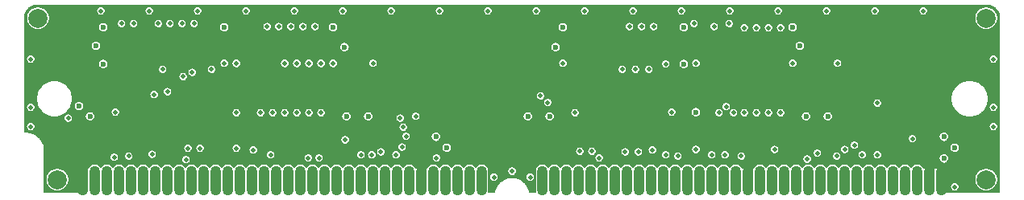
<source format=gbl>
G04 #@! TF.GenerationSoftware,KiCad,Pcbnew,(5.1.10-1-10_14)*
G04 #@! TF.CreationDate,2021-05-30T21:13:45-04:00*
G04 #@! TF.ProjectId,MacVRAMSIMM,4d616356-5241-44d5-9349-4d4d2e6b6963,rev?*
G04 #@! TF.SameCoordinates,Original*
G04 #@! TF.FileFunction,Copper,L4,Bot*
G04 #@! TF.FilePolarity,Positive*
%FSLAX46Y46*%
G04 Gerber Fmt 4.6, Leading zero omitted, Abs format (unit mm)*
G04 Created by KiCad (PCBNEW (5.1.10-1-10_14)) date 2021-05-30 21:13:45*
%MOMM*%
%LPD*%
G01*
G04 APERTURE LIST*
G04 #@! TA.AperFunction,ComponentPad*
%ADD10C,2.000000*%
G04 #@! TD*
G04 #@! TA.AperFunction,ViaPad*
%ADD11C,0.600000*%
G04 #@! TD*
G04 #@! TA.AperFunction,ViaPad*
%ADD12C,0.500000*%
G04 #@! TD*
G04 #@! TA.AperFunction,ViaPad*
%ADD13C,0.508000*%
G04 #@! TD*
G04 #@! TA.AperFunction,Conductor*
%ADD14C,1.000000*%
G04 #@! TD*
G04 #@! TA.AperFunction,Conductor*
%ADD15C,0.154000*%
G04 #@! TD*
G04 #@! TA.AperFunction,Conductor*
%ADD16C,0.100000*%
G04 #@! TD*
G04 APERTURE END LIST*
G04 #@! TA.AperFunction,ComponentPad*
G36*
G01*
X75044300Y-127218440D02*
X75044300Y-125003560D01*
G75*
G02*
X75460860Y-124587000I416560J0D01*
G01*
X75669140Y-124587000D01*
G75*
G02*
X76085700Y-125003560I0J-416560D01*
G01*
X76085700Y-127218440D01*
G75*
G02*
X75669140Y-127635000I-416560J0D01*
G01*
X75460860Y-127635000D01*
G75*
G02*
X75044300Y-127218440I0J416560D01*
G01*
G37*
G04 #@! TD.AperFunction*
G04 #@! TA.AperFunction,ComponentPad*
G36*
G01*
X76314300Y-127218440D02*
X76314300Y-125003560D01*
G75*
G02*
X76730860Y-124587000I416560J0D01*
G01*
X76939140Y-124587000D01*
G75*
G02*
X77355700Y-125003560I0J-416560D01*
G01*
X77355700Y-127218440D01*
G75*
G02*
X76939140Y-127635000I-416560J0D01*
G01*
X76730860Y-127635000D01*
G75*
G02*
X76314300Y-127218440I0J416560D01*
G01*
G37*
G04 #@! TD.AperFunction*
G04 #@! TA.AperFunction,ComponentPad*
G36*
G01*
X77584300Y-127218440D02*
X77584300Y-125003560D01*
G75*
G02*
X78000860Y-124587000I416560J0D01*
G01*
X78209140Y-124587000D01*
G75*
G02*
X78625700Y-125003560I0J-416560D01*
G01*
X78625700Y-127218440D01*
G75*
G02*
X78209140Y-127635000I-416560J0D01*
G01*
X78000860Y-127635000D01*
G75*
G02*
X77584300Y-127218440I0J416560D01*
G01*
G37*
G04 #@! TD.AperFunction*
G04 #@! TA.AperFunction,ComponentPad*
G36*
G01*
X78854300Y-127218440D02*
X78854300Y-125003560D01*
G75*
G02*
X79270860Y-124587000I416560J0D01*
G01*
X79479140Y-124587000D01*
G75*
G02*
X79895700Y-125003560I0J-416560D01*
G01*
X79895700Y-127218440D01*
G75*
G02*
X79479140Y-127635000I-416560J0D01*
G01*
X79270860Y-127635000D01*
G75*
G02*
X78854300Y-127218440I0J416560D01*
G01*
G37*
G04 #@! TD.AperFunction*
G04 #@! TA.AperFunction,ComponentPad*
G36*
G01*
X80124300Y-127218440D02*
X80124300Y-125003560D01*
G75*
G02*
X80540860Y-124587000I416560J0D01*
G01*
X80749140Y-124587000D01*
G75*
G02*
X81165700Y-125003560I0J-416560D01*
G01*
X81165700Y-127218440D01*
G75*
G02*
X80749140Y-127635000I-416560J0D01*
G01*
X80540860Y-127635000D01*
G75*
G02*
X80124300Y-127218440I0J416560D01*
G01*
G37*
G04 #@! TD.AperFunction*
G04 #@! TA.AperFunction,ComponentPad*
G36*
G01*
X81394300Y-127218440D02*
X81394300Y-125003560D01*
G75*
G02*
X81810860Y-124587000I416560J0D01*
G01*
X82019140Y-124587000D01*
G75*
G02*
X82435700Y-125003560I0J-416560D01*
G01*
X82435700Y-127218440D01*
G75*
G02*
X82019140Y-127635000I-416560J0D01*
G01*
X81810860Y-127635000D01*
G75*
G02*
X81394300Y-127218440I0J416560D01*
G01*
G37*
G04 #@! TD.AperFunction*
G04 #@! TA.AperFunction,ComponentPad*
G36*
G01*
X82664300Y-127218440D02*
X82664300Y-125003560D01*
G75*
G02*
X83080860Y-124587000I416560J0D01*
G01*
X83289140Y-124587000D01*
G75*
G02*
X83705700Y-125003560I0J-416560D01*
G01*
X83705700Y-127218440D01*
G75*
G02*
X83289140Y-127635000I-416560J0D01*
G01*
X83080860Y-127635000D01*
G75*
G02*
X82664300Y-127218440I0J416560D01*
G01*
G37*
G04 #@! TD.AperFunction*
G04 #@! TA.AperFunction,ComponentPad*
G36*
G01*
X83934300Y-127218440D02*
X83934300Y-125003560D01*
G75*
G02*
X84350860Y-124587000I416560J0D01*
G01*
X84559140Y-124587000D01*
G75*
G02*
X84975700Y-125003560I0J-416560D01*
G01*
X84975700Y-127218440D01*
G75*
G02*
X84559140Y-127635000I-416560J0D01*
G01*
X84350860Y-127635000D01*
G75*
G02*
X83934300Y-127218440I0J416560D01*
G01*
G37*
G04 #@! TD.AperFunction*
G04 #@! TA.AperFunction,ComponentPad*
G36*
G01*
X85204300Y-127218440D02*
X85204300Y-125003560D01*
G75*
G02*
X85620860Y-124587000I416560J0D01*
G01*
X85829140Y-124587000D01*
G75*
G02*
X86245700Y-125003560I0J-416560D01*
G01*
X86245700Y-127218440D01*
G75*
G02*
X85829140Y-127635000I-416560J0D01*
G01*
X85620860Y-127635000D01*
G75*
G02*
X85204300Y-127218440I0J416560D01*
G01*
G37*
G04 #@! TD.AperFunction*
G04 #@! TA.AperFunction,ComponentPad*
G36*
G01*
X86474300Y-127218440D02*
X86474300Y-125003560D01*
G75*
G02*
X86890860Y-124587000I416560J0D01*
G01*
X87099140Y-124587000D01*
G75*
G02*
X87515700Y-125003560I0J-416560D01*
G01*
X87515700Y-127218440D01*
G75*
G02*
X87099140Y-127635000I-416560J0D01*
G01*
X86890860Y-127635000D01*
G75*
G02*
X86474300Y-127218440I0J416560D01*
G01*
G37*
G04 #@! TD.AperFunction*
G04 #@! TA.AperFunction,ComponentPad*
G36*
G01*
X87744300Y-127218440D02*
X87744300Y-125003560D01*
G75*
G02*
X88160860Y-124587000I416560J0D01*
G01*
X88369140Y-124587000D01*
G75*
G02*
X88785700Y-125003560I0J-416560D01*
G01*
X88785700Y-127218440D01*
G75*
G02*
X88369140Y-127635000I-416560J0D01*
G01*
X88160860Y-127635000D01*
G75*
G02*
X87744300Y-127218440I0J416560D01*
G01*
G37*
G04 #@! TD.AperFunction*
G04 #@! TA.AperFunction,ComponentPad*
G36*
G01*
X89014300Y-127218440D02*
X89014300Y-125003560D01*
G75*
G02*
X89430860Y-124587000I416560J0D01*
G01*
X89639140Y-124587000D01*
G75*
G02*
X90055700Y-125003560I0J-416560D01*
G01*
X90055700Y-127218440D01*
G75*
G02*
X89639140Y-127635000I-416560J0D01*
G01*
X89430860Y-127635000D01*
G75*
G02*
X89014300Y-127218440I0J416560D01*
G01*
G37*
G04 #@! TD.AperFunction*
G04 #@! TA.AperFunction,ComponentPad*
G36*
G01*
X90284300Y-127218440D02*
X90284300Y-125003560D01*
G75*
G02*
X90700860Y-124587000I416560J0D01*
G01*
X90909140Y-124587000D01*
G75*
G02*
X91325700Y-125003560I0J-416560D01*
G01*
X91325700Y-127218440D01*
G75*
G02*
X90909140Y-127635000I-416560J0D01*
G01*
X90700860Y-127635000D01*
G75*
G02*
X90284300Y-127218440I0J416560D01*
G01*
G37*
G04 #@! TD.AperFunction*
G04 #@! TA.AperFunction,ComponentPad*
G36*
G01*
X91554300Y-127218440D02*
X91554300Y-125003560D01*
G75*
G02*
X91970860Y-124587000I416560J0D01*
G01*
X92179140Y-124587000D01*
G75*
G02*
X92595700Y-125003560I0J-416560D01*
G01*
X92595700Y-127218440D01*
G75*
G02*
X92179140Y-127635000I-416560J0D01*
G01*
X91970860Y-127635000D01*
G75*
G02*
X91554300Y-127218440I0J416560D01*
G01*
G37*
G04 #@! TD.AperFunction*
G04 #@! TA.AperFunction,ComponentPad*
G36*
G01*
X92824300Y-127218440D02*
X92824300Y-125003560D01*
G75*
G02*
X93240860Y-124587000I416560J0D01*
G01*
X93449140Y-124587000D01*
G75*
G02*
X93865700Y-125003560I0J-416560D01*
G01*
X93865700Y-127218440D01*
G75*
G02*
X93449140Y-127635000I-416560J0D01*
G01*
X93240860Y-127635000D01*
G75*
G02*
X92824300Y-127218440I0J416560D01*
G01*
G37*
G04 #@! TD.AperFunction*
G04 #@! TA.AperFunction,ComponentPad*
G36*
G01*
X94094300Y-127218440D02*
X94094300Y-125003560D01*
G75*
G02*
X94510860Y-124587000I416560J0D01*
G01*
X94719140Y-124587000D01*
G75*
G02*
X95135700Y-125003560I0J-416560D01*
G01*
X95135700Y-127218440D01*
G75*
G02*
X94719140Y-127635000I-416560J0D01*
G01*
X94510860Y-127635000D01*
G75*
G02*
X94094300Y-127218440I0J416560D01*
G01*
G37*
G04 #@! TD.AperFunction*
G04 #@! TA.AperFunction,ComponentPad*
G36*
G01*
X95364300Y-127218440D02*
X95364300Y-125003560D01*
G75*
G02*
X95780860Y-124587000I416560J0D01*
G01*
X95989140Y-124587000D01*
G75*
G02*
X96405700Y-125003560I0J-416560D01*
G01*
X96405700Y-127218440D01*
G75*
G02*
X95989140Y-127635000I-416560J0D01*
G01*
X95780860Y-127635000D01*
G75*
G02*
X95364300Y-127218440I0J416560D01*
G01*
G37*
G04 #@! TD.AperFunction*
G04 #@! TA.AperFunction,ComponentPad*
G36*
G01*
X96634300Y-127218440D02*
X96634300Y-125003560D01*
G75*
G02*
X97050860Y-124587000I416560J0D01*
G01*
X97259140Y-124587000D01*
G75*
G02*
X97675700Y-125003560I0J-416560D01*
G01*
X97675700Y-127218440D01*
G75*
G02*
X97259140Y-127635000I-416560J0D01*
G01*
X97050860Y-127635000D01*
G75*
G02*
X96634300Y-127218440I0J416560D01*
G01*
G37*
G04 #@! TD.AperFunction*
G04 #@! TA.AperFunction,ComponentPad*
G36*
G01*
X97904300Y-127218440D02*
X97904300Y-125003560D01*
G75*
G02*
X98320860Y-124587000I416560J0D01*
G01*
X98529140Y-124587000D01*
G75*
G02*
X98945700Y-125003560I0J-416560D01*
G01*
X98945700Y-127218440D01*
G75*
G02*
X98529140Y-127635000I-416560J0D01*
G01*
X98320860Y-127635000D01*
G75*
G02*
X97904300Y-127218440I0J416560D01*
G01*
G37*
G04 #@! TD.AperFunction*
G04 #@! TA.AperFunction,ComponentPad*
G36*
G01*
X99174300Y-127218440D02*
X99174300Y-125003560D01*
G75*
G02*
X99590860Y-124587000I416560J0D01*
G01*
X99799140Y-124587000D01*
G75*
G02*
X100215700Y-125003560I0J-416560D01*
G01*
X100215700Y-127218440D01*
G75*
G02*
X99799140Y-127635000I-416560J0D01*
G01*
X99590860Y-127635000D01*
G75*
G02*
X99174300Y-127218440I0J416560D01*
G01*
G37*
G04 #@! TD.AperFunction*
G04 #@! TA.AperFunction,ComponentPad*
G36*
G01*
X100444300Y-127218440D02*
X100444300Y-125003560D01*
G75*
G02*
X100860860Y-124587000I416560J0D01*
G01*
X101069140Y-124587000D01*
G75*
G02*
X101485700Y-125003560I0J-416560D01*
G01*
X101485700Y-127218440D01*
G75*
G02*
X101069140Y-127635000I-416560J0D01*
G01*
X100860860Y-127635000D01*
G75*
G02*
X100444300Y-127218440I0J416560D01*
G01*
G37*
G04 #@! TD.AperFunction*
G04 #@! TA.AperFunction,ComponentPad*
G36*
G01*
X101714300Y-127218440D02*
X101714300Y-125003560D01*
G75*
G02*
X102130860Y-124587000I416560J0D01*
G01*
X102339140Y-124587000D01*
G75*
G02*
X102755700Y-125003560I0J-416560D01*
G01*
X102755700Y-127218440D01*
G75*
G02*
X102339140Y-127635000I-416560J0D01*
G01*
X102130860Y-127635000D01*
G75*
G02*
X101714300Y-127218440I0J416560D01*
G01*
G37*
G04 #@! TD.AperFunction*
G04 #@! TA.AperFunction,ComponentPad*
G36*
G01*
X102984300Y-127218440D02*
X102984300Y-125003560D01*
G75*
G02*
X103400860Y-124587000I416560J0D01*
G01*
X103609140Y-124587000D01*
G75*
G02*
X104025700Y-125003560I0J-416560D01*
G01*
X104025700Y-127218440D01*
G75*
G02*
X103609140Y-127635000I-416560J0D01*
G01*
X103400860Y-127635000D01*
G75*
G02*
X102984300Y-127218440I0J416560D01*
G01*
G37*
G04 #@! TD.AperFunction*
G04 #@! TA.AperFunction,ComponentPad*
G36*
G01*
X104254300Y-127218440D02*
X104254300Y-125003560D01*
G75*
G02*
X104670860Y-124587000I416560J0D01*
G01*
X104879140Y-124587000D01*
G75*
G02*
X105295700Y-125003560I0J-416560D01*
G01*
X105295700Y-127218440D01*
G75*
G02*
X104879140Y-127635000I-416560J0D01*
G01*
X104670860Y-127635000D01*
G75*
G02*
X104254300Y-127218440I0J416560D01*
G01*
G37*
G04 #@! TD.AperFunction*
G04 #@! TA.AperFunction,ComponentPad*
G36*
G01*
X105524300Y-127218440D02*
X105524300Y-125003560D01*
G75*
G02*
X105940860Y-124587000I416560J0D01*
G01*
X106149140Y-124587000D01*
G75*
G02*
X106565700Y-125003560I0J-416560D01*
G01*
X106565700Y-127218440D01*
G75*
G02*
X106149140Y-127635000I-416560J0D01*
G01*
X105940860Y-127635000D01*
G75*
G02*
X105524300Y-127218440I0J416560D01*
G01*
G37*
G04 #@! TD.AperFunction*
G04 #@! TA.AperFunction,ComponentPad*
G36*
G01*
X106794300Y-127218440D02*
X106794300Y-125003560D01*
G75*
G02*
X107210860Y-124587000I416560J0D01*
G01*
X107419140Y-124587000D01*
G75*
G02*
X107835700Y-125003560I0J-416560D01*
G01*
X107835700Y-127218440D01*
G75*
G02*
X107419140Y-127635000I-416560J0D01*
G01*
X107210860Y-127635000D01*
G75*
G02*
X106794300Y-127218440I0J416560D01*
G01*
G37*
G04 #@! TD.AperFunction*
G04 #@! TA.AperFunction,ComponentPad*
G36*
G01*
X108064300Y-127218440D02*
X108064300Y-125003560D01*
G75*
G02*
X108480860Y-124587000I416560J0D01*
G01*
X108689140Y-124587000D01*
G75*
G02*
X109105700Y-125003560I0J-416560D01*
G01*
X109105700Y-127218440D01*
G75*
G02*
X108689140Y-127635000I-416560J0D01*
G01*
X108480860Y-127635000D01*
G75*
G02*
X108064300Y-127218440I0J416560D01*
G01*
G37*
G04 #@! TD.AperFunction*
G04 #@! TA.AperFunction,ComponentPad*
G36*
G01*
X109334300Y-127218440D02*
X109334300Y-125003560D01*
G75*
G02*
X109750860Y-124587000I416560J0D01*
G01*
X109959140Y-124587000D01*
G75*
G02*
X110375700Y-125003560I0J-416560D01*
G01*
X110375700Y-127218440D01*
G75*
G02*
X109959140Y-127635000I-416560J0D01*
G01*
X109750860Y-127635000D01*
G75*
G02*
X109334300Y-127218440I0J416560D01*
G01*
G37*
G04 #@! TD.AperFunction*
G04 #@! TA.AperFunction,ComponentPad*
G36*
G01*
X110604300Y-127218440D02*
X110604300Y-125003560D01*
G75*
G02*
X111020860Y-124587000I416560J0D01*
G01*
X111229140Y-124587000D01*
G75*
G02*
X111645700Y-125003560I0J-416560D01*
G01*
X111645700Y-127218440D01*
G75*
G02*
X111229140Y-127635000I-416560J0D01*
G01*
X111020860Y-127635000D01*
G75*
G02*
X110604300Y-127218440I0J416560D01*
G01*
G37*
G04 #@! TD.AperFunction*
G04 #@! TA.AperFunction,ComponentPad*
G36*
G01*
X111874300Y-127218440D02*
X111874300Y-125003560D01*
G75*
G02*
X112290860Y-124587000I416560J0D01*
G01*
X112499140Y-124587000D01*
G75*
G02*
X112915700Y-125003560I0J-416560D01*
G01*
X112915700Y-127218440D01*
G75*
G02*
X112499140Y-127635000I-416560J0D01*
G01*
X112290860Y-127635000D01*
G75*
G02*
X111874300Y-127218440I0J416560D01*
G01*
G37*
G04 #@! TD.AperFunction*
G04 #@! TA.AperFunction,ComponentPad*
G36*
G01*
X113144300Y-127218440D02*
X113144300Y-125003560D01*
G75*
G02*
X113560860Y-124587000I416560J0D01*
G01*
X113769140Y-124587000D01*
G75*
G02*
X114185700Y-125003560I0J-416560D01*
G01*
X114185700Y-127218440D01*
G75*
G02*
X113769140Y-127635000I-416560J0D01*
G01*
X113560860Y-127635000D01*
G75*
G02*
X113144300Y-127218440I0J416560D01*
G01*
G37*
G04 #@! TD.AperFunction*
G04 #@! TA.AperFunction,ComponentPad*
G36*
G01*
X114414300Y-127218440D02*
X114414300Y-125003560D01*
G75*
G02*
X114830860Y-124587000I416560J0D01*
G01*
X115039140Y-124587000D01*
G75*
G02*
X115455700Y-125003560I0J-416560D01*
G01*
X115455700Y-127218440D01*
G75*
G02*
X115039140Y-127635000I-416560J0D01*
G01*
X114830860Y-127635000D01*
G75*
G02*
X114414300Y-127218440I0J416560D01*
G01*
G37*
G04 #@! TD.AperFunction*
G04 #@! TA.AperFunction,ComponentPad*
G36*
G01*
X115684300Y-127218440D02*
X115684300Y-125003560D01*
G75*
G02*
X116100860Y-124587000I416560J0D01*
G01*
X116309140Y-124587000D01*
G75*
G02*
X116725700Y-125003560I0J-416560D01*
G01*
X116725700Y-127218440D01*
G75*
G02*
X116309140Y-127635000I-416560J0D01*
G01*
X116100860Y-127635000D01*
G75*
G02*
X115684300Y-127218440I0J416560D01*
G01*
G37*
G04 #@! TD.AperFunction*
G04 #@! TA.AperFunction,ComponentPad*
G36*
G01*
X116954300Y-127218440D02*
X116954300Y-125003560D01*
G75*
G02*
X117370860Y-124587000I416560J0D01*
G01*
X117579140Y-124587000D01*
G75*
G02*
X117995700Y-125003560I0J-416560D01*
G01*
X117995700Y-127218440D01*
G75*
G02*
X117579140Y-127635000I-416560J0D01*
G01*
X117370860Y-127635000D01*
G75*
G02*
X116954300Y-127218440I0J416560D01*
G01*
G37*
G04 #@! TD.AperFunction*
G04 #@! TA.AperFunction,ComponentPad*
G36*
G01*
X123304300Y-127218440D02*
X123304300Y-125003560D01*
G75*
G02*
X123720860Y-124587000I416560J0D01*
G01*
X123929140Y-124587000D01*
G75*
G02*
X124345700Y-125003560I0J-416560D01*
G01*
X124345700Y-127218440D01*
G75*
G02*
X123929140Y-127635000I-416560J0D01*
G01*
X123720860Y-127635000D01*
G75*
G02*
X123304300Y-127218440I0J416560D01*
G01*
G37*
G04 #@! TD.AperFunction*
G04 #@! TA.AperFunction,ComponentPad*
G36*
G01*
X124574300Y-127218440D02*
X124574300Y-125003560D01*
G75*
G02*
X124990860Y-124587000I416560J0D01*
G01*
X125199140Y-124587000D01*
G75*
G02*
X125615700Y-125003560I0J-416560D01*
G01*
X125615700Y-127218440D01*
G75*
G02*
X125199140Y-127635000I-416560J0D01*
G01*
X124990860Y-127635000D01*
G75*
G02*
X124574300Y-127218440I0J416560D01*
G01*
G37*
G04 #@! TD.AperFunction*
G04 #@! TA.AperFunction,ComponentPad*
G36*
G01*
X125844300Y-127218440D02*
X125844300Y-125003560D01*
G75*
G02*
X126260860Y-124587000I416560J0D01*
G01*
X126469140Y-124587000D01*
G75*
G02*
X126885700Y-125003560I0J-416560D01*
G01*
X126885700Y-127218440D01*
G75*
G02*
X126469140Y-127635000I-416560J0D01*
G01*
X126260860Y-127635000D01*
G75*
G02*
X125844300Y-127218440I0J416560D01*
G01*
G37*
G04 #@! TD.AperFunction*
G04 #@! TA.AperFunction,ComponentPad*
G36*
G01*
X127114300Y-127218440D02*
X127114300Y-125003560D01*
G75*
G02*
X127530860Y-124587000I416560J0D01*
G01*
X127739140Y-124587000D01*
G75*
G02*
X128155700Y-125003560I0J-416560D01*
G01*
X128155700Y-127218440D01*
G75*
G02*
X127739140Y-127635000I-416560J0D01*
G01*
X127530860Y-127635000D01*
G75*
G02*
X127114300Y-127218440I0J416560D01*
G01*
G37*
G04 #@! TD.AperFunction*
G04 #@! TA.AperFunction,ComponentPad*
G36*
G01*
X128384300Y-127218440D02*
X128384300Y-125003560D01*
G75*
G02*
X128800860Y-124587000I416560J0D01*
G01*
X129009140Y-124587000D01*
G75*
G02*
X129425700Y-125003560I0J-416560D01*
G01*
X129425700Y-127218440D01*
G75*
G02*
X129009140Y-127635000I-416560J0D01*
G01*
X128800860Y-127635000D01*
G75*
G02*
X128384300Y-127218440I0J416560D01*
G01*
G37*
G04 #@! TD.AperFunction*
G04 #@! TA.AperFunction,ComponentPad*
G36*
G01*
X129654300Y-127218440D02*
X129654300Y-125003560D01*
G75*
G02*
X130070860Y-124587000I416560J0D01*
G01*
X130279140Y-124587000D01*
G75*
G02*
X130695700Y-125003560I0J-416560D01*
G01*
X130695700Y-127218440D01*
G75*
G02*
X130279140Y-127635000I-416560J0D01*
G01*
X130070860Y-127635000D01*
G75*
G02*
X129654300Y-127218440I0J416560D01*
G01*
G37*
G04 #@! TD.AperFunction*
G04 #@! TA.AperFunction,ComponentPad*
G36*
G01*
X130924300Y-127218440D02*
X130924300Y-125003560D01*
G75*
G02*
X131340860Y-124587000I416560J0D01*
G01*
X131549140Y-124587000D01*
G75*
G02*
X131965700Y-125003560I0J-416560D01*
G01*
X131965700Y-127218440D01*
G75*
G02*
X131549140Y-127635000I-416560J0D01*
G01*
X131340860Y-127635000D01*
G75*
G02*
X130924300Y-127218440I0J416560D01*
G01*
G37*
G04 #@! TD.AperFunction*
G04 #@! TA.AperFunction,ComponentPad*
G36*
G01*
X132194300Y-127218440D02*
X132194300Y-125003560D01*
G75*
G02*
X132610860Y-124587000I416560J0D01*
G01*
X132819140Y-124587000D01*
G75*
G02*
X133235700Y-125003560I0J-416560D01*
G01*
X133235700Y-127218440D01*
G75*
G02*
X132819140Y-127635000I-416560J0D01*
G01*
X132610860Y-127635000D01*
G75*
G02*
X132194300Y-127218440I0J416560D01*
G01*
G37*
G04 #@! TD.AperFunction*
G04 #@! TA.AperFunction,ComponentPad*
G36*
G01*
X133464300Y-127218440D02*
X133464300Y-125003560D01*
G75*
G02*
X133880860Y-124587000I416560J0D01*
G01*
X134089140Y-124587000D01*
G75*
G02*
X134505700Y-125003560I0J-416560D01*
G01*
X134505700Y-127218440D01*
G75*
G02*
X134089140Y-127635000I-416560J0D01*
G01*
X133880860Y-127635000D01*
G75*
G02*
X133464300Y-127218440I0J416560D01*
G01*
G37*
G04 #@! TD.AperFunction*
G04 #@! TA.AperFunction,ComponentPad*
G36*
G01*
X134734300Y-127218440D02*
X134734300Y-125003560D01*
G75*
G02*
X135150860Y-124587000I416560J0D01*
G01*
X135359140Y-124587000D01*
G75*
G02*
X135775700Y-125003560I0J-416560D01*
G01*
X135775700Y-127218440D01*
G75*
G02*
X135359140Y-127635000I-416560J0D01*
G01*
X135150860Y-127635000D01*
G75*
G02*
X134734300Y-127218440I0J416560D01*
G01*
G37*
G04 #@! TD.AperFunction*
G04 #@! TA.AperFunction,ComponentPad*
G36*
G01*
X136004300Y-127218440D02*
X136004300Y-125003560D01*
G75*
G02*
X136420860Y-124587000I416560J0D01*
G01*
X136629140Y-124587000D01*
G75*
G02*
X137045700Y-125003560I0J-416560D01*
G01*
X137045700Y-127218440D01*
G75*
G02*
X136629140Y-127635000I-416560J0D01*
G01*
X136420860Y-127635000D01*
G75*
G02*
X136004300Y-127218440I0J416560D01*
G01*
G37*
G04 #@! TD.AperFunction*
G04 #@! TA.AperFunction,ComponentPad*
G36*
G01*
X137274300Y-127218440D02*
X137274300Y-125003560D01*
G75*
G02*
X137690860Y-124587000I416560J0D01*
G01*
X137899140Y-124587000D01*
G75*
G02*
X138315700Y-125003560I0J-416560D01*
G01*
X138315700Y-127218440D01*
G75*
G02*
X137899140Y-127635000I-416560J0D01*
G01*
X137690860Y-127635000D01*
G75*
G02*
X137274300Y-127218440I0J416560D01*
G01*
G37*
G04 #@! TD.AperFunction*
G04 #@! TA.AperFunction,ComponentPad*
G36*
G01*
X138544300Y-127218440D02*
X138544300Y-125003560D01*
G75*
G02*
X138960860Y-124587000I416560J0D01*
G01*
X139169140Y-124587000D01*
G75*
G02*
X139585700Y-125003560I0J-416560D01*
G01*
X139585700Y-127218440D01*
G75*
G02*
X139169140Y-127635000I-416560J0D01*
G01*
X138960860Y-127635000D01*
G75*
G02*
X138544300Y-127218440I0J416560D01*
G01*
G37*
G04 #@! TD.AperFunction*
G04 #@! TA.AperFunction,ComponentPad*
G36*
G01*
X139814300Y-127218440D02*
X139814300Y-125003560D01*
G75*
G02*
X140230860Y-124587000I416560J0D01*
G01*
X140439140Y-124587000D01*
G75*
G02*
X140855700Y-125003560I0J-416560D01*
G01*
X140855700Y-127218440D01*
G75*
G02*
X140439140Y-127635000I-416560J0D01*
G01*
X140230860Y-127635000D01*
G75*
G02*
X139814300Y-127218440I0J416560D01*
G01*
G37*
G04 #@! TD.AperFunction*
G04 #@! TA.AperFunction,ComponentPad*
G36*
G01*
X141084300Y-127218440D02*
X141084300Y-125003560D01*
G75*
G02*
X141500860Y-124587000I416560J0D01*
G01*
X141709140Y-124587000D01*
G75*
G02*
X142125700Y-125003560I0J-416560D01*
G01*
X142125700Y-127218440D01*
G75*
G02*
X141709140Y-127635000I-416560J0D01*
G01*
X141500860Y-127635000D01*
G75*
G02*
X141084300Y-127218440I0J416560D01*
G01*
G37*
G04 #@! TD.AperFunction*
G04 #@! TA.AperFunction,ComponentPad*
G36*
G01*
X142354300Y-127218440D02*
X142354300Y-125003560D01*
G75*
G02*
X142770860Y-124587000I416560J0D01*
G01*
X142979140Y-124587000D01*
G75*
G02*
X143395700Y-125003560I0J-416560D01*
G01*
X143395700Y-127218440D01*
G75*
G02*
X142979140Y-127635000I-416560J0D01*
G01*
X142770860Y-127635000D01*
G75*
G02*
X142354300Y-127218440I0J416560D01*
G01*
G37*
G04 #@! TD.AperFunction*
G04 #@! TA.AperFunction,ComponentPad*
G36*
G01*
X143624300Y-127218440D02*
X143624300Y-125003560D01*
G75*
G02*
X144040860Y-124587000I416560J0D01*
G01*
X144249140Y-124587000D01*
G75*
G02*
X144665700Y-125003560I0J-416560D01*
G01*
X144665700Y-127218440D01*
G75*
G02*
X144249140Y-127635000I-416560J0D01*
G01*
X144040860Y-127635000D01*
G75*
G02*
X143624300Y-127218440I0J416560D01*
G01*
G37*
G04 #@! TD.AperFunction*
G04 #@! TA.AperFunction,ComponentPad*
G36*
G01*
X144894300Y-127218440D02*
X144894300Y-125003560D01*
G75*
G02*
X145310860Y-124587000I416560J0D01*
G01*
X145519140Y-124587000D01*
G75*
G02*
X145935700Y-125003560I0J-416560D01*
G01*
X145935700Y-127218440D01*
G75*
G02*
X145519140Y-127635000I-416560J0D01*
G01*
X145310860Y-127635000D01*
G75*
G02*
X144894300Y-127218440I0J416560D01*
G01*
G37*
G04 #@! TD.AperFunction*
G04 #@! TA.AperFunction,ComponentPad*
G36*
G01*
X146164300Y-127218440D02*
X146164300Y-125003560D01*
G75*
G02*
X146580860Y-124587000I416560J0D01*
G01*
X146789140Y-124587000D01*
G75*
G02*
X147205700Y-125003560I0J-416560D01*
G01*
X147205700Y-127218440D01*
G75*
G02*
X146789140Y-127635000I-416560J0D01*
G01*
X146580860Y-127635000D01*
G75*
G02*
X146164300Y-127218440I0J416560D01*
G01*
G37*
G04 #@! TD.AperFunction*
G04 #@! TA.AperFunction,ComponentPad*
G36*
G01*
X147434300Y-127218440D02*
X147434300Y-125003560D01*
G75*
G02*
X147850860Y-124587000I416560J0D01*
G01*
X148059140Y-124587000D01*
G75*
G02*
X148475700Y-125003560I0J-416560D01*
G01*
X148475700Y-127218440D01*
G75*
G02*
X148059140Y-127635000I-416560J0D01*
G01*
X147850860Y-127635000D01*
G75*
G02*
X147434300Y-127218440I0J416560D01*
G01*
G37*
G04 #@! TD.AperFunction*
G04 #@! TA.AperFunction,ComponentPad*
G36*
G01*
X148704300Y-127218440D02*
X148704300Y-125003560D01*
G75*
G02*
X149120860Y-124587000I416560J0D01*
G01*
X149329140Y-124587000D01*
G75*
G02*
X149745700Y-125003560I0J-416560D01*
G01*
X149745700Y-127218440D01*
G75*
G02*
X149329140Y-127635000I-416560J0D01*
G01*
X149120860Y-127635000D01*
G75*
G02*
X148704300Y-127218440I0J416560D01*
G01*
G37*
G04 #@! TD.AperFunction*
G04 #@! TA.AperFunction,ComponentPad*
G36*
G01*
X149974300Y-127218440D02*
X149974300Y-125003560D01*
G75*
G02*
X150390860Y-124587000I416560J0D01*
G01*
X150599140Y-124587000D01*
G75*
G02*
X151015700Y-125003560I0J-416560D01*
G01*
X151015700Y-127218440D01*
G75*
G02*
X150599140Y-127635000I-416560J0D01*
G01*
X150390860Y-127635000D01*
G75*
G02*
X149974300Y-127218440I0J416560D01*
G01*
G37*
G04 #@! TD.AperFunction*
G04 #@! TA.AperFunction,ComponentPad*
G36*
G01*
X151244300Y-127218440D02*
X151244300Y-125003560D01*
G75*
G02*
X151660860Y-124587000I416560J0D01*
G01*
X151869140Y-124587000D01*
G75*
G02*
X152285700Y-125003560I0J-416560D01*
G01*
X152285700Y-127218440D01*
G75*
G02*
X151869140Y-127635000I-416560J0D01*
G01*
X151660860Y-127635000D01*
G75*
G02*
X151244300Y-127218440I0J416560D01*
G01*
G37*
G04 #@! TD.AperFunction*
G04 #@! TA.AperFunction,ComponentPad*
G36*
G01*
X152514300Y-127218440D02*
X152514300Y-125003560D01*
G75*
G02*
X152930860Y-124587000I416560J0D01*
G01*
X153139140Y-124587000D01*
G75*
G02*
X153555700Y-125003560I0J-416560D01*
G01*
X153555700Y-127218440D01*
G75*
G02*
X153139140Y-127635000I-416560J0D01*
G01*
X152930860Y-127635000D01*
G75*
G02*
X152514300Y-127218440I0J416560D01*
G01*
G37*
G04 #@! TD.AperFunction*
G04 #@! TA.AperFunction,ComponentPad*
G36*
G01*
X153784300Y-127218440D02*
X153784300Y-125003560D01*
G75*
G02*
X154200860Y-124587000I416560J0D01*
G01*
X154409140Y-124587000D01*
G75*
G02*
X154825700Y-125003560I0J-416560D01*
G01*
X154825700Y-127218440D01*
G75*
G02*
X154409140Y-127635000I-416560J0D01*
G01*
X154200860Y-127635000D01*
G75*
G02*
X153784300Y-127218440I0J416560D01*
G01*
G37*
G04 #@! TD.AperFunction*
G04 #@! TA.AperFunction,ComponentPad*
G36*
G01*
X155054300Y-127218440D02*
X155054300Y-125003560D01*
G75*
G02*
X155470860Y-124587000I416560J0D01*
G01*
X155679140Y-124587000D01*
G75*
G02*
X156095700Y-125003560I0J-416560D01*
G01*
X156095700Y-127218440D01*
G75*
G02*
X155679140Y-127635000I-416560J0D01*
G01*
X155470860Y-127635000D01*
G75*
G02*
X155054300Y-127218440I0J416560D01*
G01*
G37*
G04 #@! TD.AperFunction*
G04 #@! TA.AperFunction,ComponentPad*
G36*
G01*
X156324300Y-127218440D02*
X156324300Y-125003560D01*
G75*
G02*
X156740860Y-124587000I416560J0D01*
G01*
X156949140Y-124587000D01*
G75*
G02*
X157365700Y-125003560I0J-416560D01*
G01*
X157365700Y-127218440D01*
G75*
G02*
X156949140Y-127635000I-416560J0D01*
G01*
X156740860Y-127635000D01*
G75*
G02*
X156324300Y-127218440I0J416560D01*
G01*
G37*
G04 #@! TD.AperFunction*
G04 #@! TA.AperFunction,ComponentPad*
G36*
G01*
X157594300Y-127218440D02*
X157594300Y-125003560D01*
G75*
G02*
X158010860Y-124587000I416560J0D01*
G01*
X158219140Y-124587000D01*
G75*
G02*
X158635700Y-125003560I0J-416560D01*
G01*
X158635700Y-127218440D01*
G75*
G02*
X158219140Y-127635000I-416560J0D01*
G01*
X158010860Y-127635000D01*
G75*
G02*
X157594300Y-127218440I0J416560D01*
G01*
G37*
G04 #@! TD.AperFunction*
G04 #@! TA.AperFunction,ComponentPad*
G36*
G01*
X158864300Y-127218440D02*
X158864300Y-125003560D01*
G75*
G02*
X159280860Y-124587000I416560J0D01*
G01*
X159489140Y-124587000D01*
G75*
G02*
X159905700Y-125003560I0J-416560D01*
G01*
X159905700Y-127218440D01*
G75*
G02*
X159489140Y-127635000I-416560J0D01*
G01*
X159280860Y-127635000D01*
G75*
G02*
X158864300Y-127218440I0J416560D01*
G01*
G37*
G04 #@! TD.AperFunction*
G04 #@! TA.AperFunction,ComponentPad*
G36*
G01*
X160134300Y-127218440D02*
X160134300Y-125003560D01*
G75*
G02*
X160550860Y-124587000I416560J0D01*
G01*
X160759140Y-124587000D01*
G75*
G02*
X161175700Y-125003560I0J-416560D01*
G01*
X161175700Y-127218440D01*
G75*
G02*
X160759140Y-127635000I-416560J0D01*
G01*
X160550860Y-127635000D01*
G75*
G02*
X160134300Y-127218440I0J416560D01*
G01*
G37*
G04 #@! TD.AperFunction*
G04 #@! TA.AperFunction,ComponentPad*
G36*
G01*
X161404300Y-127218440D02*
X161404300Y-125003560D01*
G75*
G02*
X161820860Y-124587000I416560J0D01*
G01*
X162029140Y-124587000D01*
G75*
G02*
X162445700Y-125003560I0J-416560D01*
G01*
X162445700Y-127218440D01*
G75*
G02*
X162029140Y-127635000I-416560J0D01*
G01*
X161820860Y-127635000D01*
G75*
G02*
X161404300Y-127218440I0J416560D01*
G01*
G37*
G04 #@! TD.AperFunction*
G04 #@! TA.AperFunction,ComponentPad*
G36*
G01*
X162674300Y-127218440D02*
X162674300Y-125003560D01*
G75*
G02*
X163090860Y-124587000I416560J0D01*
G01*
X163299140Y-124587000D01*
G75*
G02*
X163715700Y-125003560I0J-416560D01*
G01*
X163715700Y-127218440D01*
G75*
G02*
X163299140Y-127635000I-416560J0D01*
G01*
X163090860Y-127635000D01*
G75*
G02*
X162674300Y-127218440I0J416560D01*
G01*
G37*
G04 #@! TD.AperFunction*
G04 #@! TA.AperFunction,ComponentPad*
G36*
G01*
X163944300Y-127218440D02*
X163944300Y-125003560D01*
G75*
G02*
X164360860Y-124587000I416560J0D01*
G01*
X164569140Y-124587000D01*
G75*
G02*
X164985700Y-125003560I0J-416560D01*
G01*
X164985700Y-127218440D01*
G75*
G02*
X164569140Y-127635000I-416560J0D01*
G01*
X164360860Y-127635000D01*
G75*
G02*
X163944300Y-127218440I0J416560D01*
G01*
G37*
G04 #@! TD.AperFunction*
G04 #@! TA.AperFunction,ComponentPad*
G36*
G01*
X165214300Y-127218440D02*
X165214300Y-125003560D01*
G75*
G02*
X165630860Y-124587000I416560J0D01*
G01*
X165839140Y-124587000D01*
G75*
G02*
X166255700Y-125003560I0J-416560D01*
G01*
X166255700Y-127218440D01*
G75*
G02*
X165839140Y-127635000I-416560J0D01*
G01*
X165630860Y-127635000D01*
G75*
G02*
X165214300Y-127218440I0J416560D01*
G01*
G37*
G04 #@! TD.AperFunction*
D10*
X72898000Y-125984000D03*
X170434000Y-125984000D03*
X70866000Y-108966000D03*
X170434000Y-108966000D03*
D11*
X102616000Y-120777000D03*
X76962000Y-120777000D03*
X77724000Y-118872000D03*
X77724000Y-122745500D03*
X74041000Y-120713500D03*
X75184000Y-121793000D03*
X105537000Y-120713500D03*
X125984000Y-118872000D03*
X150114000Y-118872000D03*
X150876000Y-120777000D03*
X125222000Y-120777000D03*
D12*
X101854000Y-118935500D03*
X153733500Y-120713500D03*
X115570000Y-108204000D03*
X100330000Y-108204000D03*
X80010000Y-108204000D03*
X125730000Y-108204000D03*
X135890000Y-108204000D03*
X161290000Y-108204000D03*
X140970000Y-108204000D03*
X95250000Y-108204000D03*
X130810000Y-108204000D03*
X151130000Y-108204000D03*
X105410000Y-108204000D03*
X120650000Y-108204000D03*
X156210000Y-108204000D03*
X166370000Y-108204000D03*
X90170000Y-108204000D03*
X146050000Y-108204000D03*
X85090000Y-108204000D03*
X110490000Y-108204000D03*
X74930000Y-108204000D03*
X171196000Y-110744000D03*
X171196000Y-115824000D03*
X70104000Y-115824000D03*
X70104000Y-110744000D03*
X171196000Y-121920000D03*
X72136000Y-121920000D03*
X168910000Y-126746000D03*
X119443500Y-124777500D03*
X121856500Y-124777500D03*
D11*
X150114000Y-122745500D03*
X122301000Y-120777000D03*
X111315500Y-121475500D03*
X164655500Y-121475500D03*
D12*
X110236000Y-122618500D03*
X86614000Y-122682000D03*
X87884000Y-122682000D03*
D13*
X120650000Y-125095000D03*
X118745000Y-125730000D03*
X122555000Y-125730000D03*
D11*
X77724000Y-109918500D03*
X77724000Y-113792000D03*
X101854000Y-109918500D03*
X76962000Y-111887000D03*
X90424000Y-109918500D03*
X76327000Y-119316500D03*
X75184000Y-118237000D03*
X105537000Y-119316500D03*
X103251000Y-119316500D03*
X150876000Y-111887000D03*
X139954000Y-118872000D03*
X150114000Y-109918500D03*
X125984000Y-109918500D03*
X138684000Y-109918500D03*
X138684000Y-113792000D03*
X124587000Y-119316500D03*
X151511000Y-119316500D03*
X153797000Y-119316500D03*
D12*
X91694000Y-122682000D03*
X91694000Y-118935500D03*
X101854000Y-113741200D03*
X150114000Y-113728500D03*
X125984000Y-113728500D03*
X139954000Y-122809000D03*
D11*
X139954000Y-118872000D03*
D12*
X134239000Y-109855000D03*
X132969000Y-109855000D03*
X135509000Y-109855000D03*
X90424000Y-113728500D03*
D11*
X122301000Y-119316500D03*
D12*
X83947000Y-114363500D03*
X151638000Y-123825000D03*
X136779000Y-123380500D03*
X141605000Y-123380500D03*
X143002000Y-123380500D03*
X144716500Y-123507500D03*
X127762000Y-122999500D03*
X129032000Y-122999500D03*
X129794000Y-123698000D03*
X132524500Y-123063000D03*
X135382000Y-122872500D03*
X133921500Y-123063000D03*
X138049000Y-123507500D03*
X136779000Y-113792000D03*
X95313500Y-123380500D03*
X82867500Y-123317000D03*
X78867000Y-123634500D03*
X80391000Y-123507500D03*
X86423500Y-123888500D03*
X84455000Y-116713000D03*
X83058000Y-117030500D03*
X93472000Y-122872500D03*
X77470000Y-108204000D03*
X123190000Y-108204000D03*
X118110000Y-108204000D03*
X113030000Y-108204000D03*
X107950000Y-108204000D03*
X102870000Y-108204000D03*
X97790000Y-108204000D03*
X92710000Y-108204000D03*
X87630000Y-108204000D03*
X82550000Y-108204000D03*
X163830000Y-108204000D03*
X148590000Y-108204000D03*
X128270000Y-108204000D03*
X143510000Y-108204000D03*
X153670000Y-108204000D03*
X138430000Y-108204000D03*
X133350000Y-108204000D03*
X158750000Y-108204000D03*
X171196000Y-113284000D03*
X70104000Y-113284000D03*
X70104000Y-118364000D03*
X70104000Y-120396000D03*
X171196000Y-120396000D03*
X171196000Y-118364000D03*
X167132000Y-126746000D03*
X89090500Y-114363500D03*
X79629000Y-109537500D03*
X83502500Y-109537500D03*
X87058500Y-114681000D03*
X86106000Y-115125500D03*
X74041000Y-119507000D03*
X96139000Y-109855000D03*
X97409000Y-109855000D03*
X98679000Y-109855000D03*
X99949000Y-109855000D03*
X94932500Y-109855000D03*
X84709000Y-109537500D03*
X85979000Y-109537500D03*
X87249000Y-109537500D03*
X80899000Y-109537500D03*
X143446500Y-109537500D03*
X141859000Y-109855000D03*
X132207000Y-114363500D03*
X148209000Y-122809000D03*
X135001000Y-114363500D03*
X155575000Y-122809000D03*
X157416500Y-123380500D03*
X104775000Y-123380500D03*
X133604000Y-114363500D03*
D11*
X112649000Y-121475500D03*
X113792000Y-122618500D03*
X165989000Y-121475500D03*
X167132000Y-122618500D03*
D12*
X139763500Y-109537500D03*
X106045000Y-113728500D03*
X110553500Y-119316500D03*
X159004000Y-117919500D03*
X154813000Y-113728500D03*
X162687000Y-121666000D03*
X159004000Y-123380500D03*
X108458000Y-123380500D03*
D11*
X165989000Y-123761500D03*
D12*
X112712500Y-123698000D03*
D11*
X103060500Y-112014000D03*
X125222000Y-112014000D03*
D12*
X106870500Y-123063000D03*
X105918000Y-123380500D03*
X96774000Y-113741200D03*
X145034000Y-109982000D03*
X108902500Y-119507000D03*
X98044000Y-113741200D03*
X146304000Y-109982000D03*
X109220000Y-120459500D03*
X99314000Y-113741200D03*
X147574000Y-109982000D03*
X109537500Y-121412000D03*
X100584000Y-113741200D03*
X148844000Y-109982000D03*
X109093000Y-122555000D03*
X100584000Y-118935500D03*
X148844000Y-118935500D03*
X123634500Y-117157500D03*
X99314000Y-118935500D03*
X147574000Y-118935500D03*
X124396500Y-117856000D03*
X98044000Y-118935500D03*
X146304000Y-118935500D03*
X96774000Y-118935500D03*
X145034000Y-118935500D03*
X137414000Y-118872000D03*
X143129000Y-118300500D03*
X156591000Y-122364500D03*
X154749500Y-123507500D03*
X95504000Y-118935500D03*
X143891000Y-118935500D03*
X152717500Y-123190000D03*
X78994000Y-118872000D03*
X127254000Y-118935500D03*
X100393500Y-123698000D03*
X99250500Y-123698000D03*
X103124000Y-121793000D03*
X94234000Y-118935500D03*
X142367000Y-118935500D03*
X91694000Y-113741200D03*
X139954000Y-113728500D03*
D14*
X111125000Y-125095000D02*
X111125000Y-124396500D01*
X145415000Y-125095000D02*
X145415000Y-124396500D01*
X164465000Y-125095000D02*
X164465000Y-124396500D01*
X75565000Y-125095000D02*
X75565000Y-124396500D01*
D15*
X170797293Y-107645636D02*
X171024586Y-107714261D01*
X171234219Y-107825724D01*
X171418213Y-107975785D01*
X171569552Y-108158725D01*
X171682477Y-108367577D01*
X171752685Y-108594381D01*
X171779001Y-108844757D01*
X171779000Y-127329000D01*
X165812000Y-127329000D01*
X165812000Y-126698626D01*
X166651000Y-126698626D01*
X166651000Y-126793374D01*
X166669485Y-126886302D01*
X166705744Y-126973839D01*
X166758383Y-127052619D01*
X166825381Y-127119617D01*
X166904161Y-127172256D01*
X166991698Y-127208515D01*
X167084626Y-127227000D01*
X167179374Y-127227000D01*
X167272302Y-127208515D01*
X167359839Y-127172256D01*
X167438619Y-127119617D01*
X167505617Y-127052619D01*
X167558256Y-126973839D01*
X167594515Y-126886302D01*
X167613000Y-126793374D01*
X167613000Y-126698626D01*
X167594515Y-126605698D01*
X167558256Y-126518161D01*
X167505617Y-126439381D01*
X167438619Y-126372383D01*
X167359839Y-126319744D01*
X167272302Y-126283485D01*
X167179374Y-126265000D01*
X167084626Y-126265000D01*
X166991698Y-126283485D01*
X166904161Y-126319744D01*
X166825381Y-126372383D01*
X166758383Y-126439381D01*
X166705744Y-126518161D01*
X166669485Y-126605698D01*
X166651000Y-126698626D01*
X165812000Y-126698626D01*
X165812000Y-125862757D01*
X169203000Y-125862757D01*
X169203000Y-126105243D01*
X169250307Y-126343069D01*
X169343102Y-126567097D01*
X169477820Y-126768717D01*
X169649283Y-126940180D01*
X169850903Y-127074898D01*
X170074931Y-127167693D01*
X170312757Y-127215000D01*
X170555243Y-127215000D01*
X170793069Y-127167693D01*
X171017097Y-127074898D01*
X171218717Y-126940180D01*
X171390180Y-126768717D01*
X171524898Y-126567097D01*
X171617693Y-126343069D01*
X171665000Y-126105243D01*
X171665000Y-125862757D01*
X171617693Y-125624931D01*
X171524898Y-125400903D01*
X171390180Y-125199283D01*
X171218717Y-125027820D01*
X171017097Y-124893102D01*
X170793069Y-124800307D01*
X170555243Y-124753000D01*
X170312757Y-124753000D01*
X170074931Y-124800307D01*
X169850903Y-124893102D01*
X169649283Y-125027820D01*
X169477820Y-125199283D01*
X169343102Y-125400903D01*
X169250307Y-125624931D01*
X169203000Y-125862757D01*
X165812000Y-125862757D01*
X165812000Y-124841000D01*
X165810520Y-124825978D01*
X165806139Y-124811533D01*
X165799023Y-124798221D01*
X165789447Y-124786553D01*
X165777779Y-124776977D01*
X165764467Y-124769861D01*
X165750022Y-124765480D01*
X165735000Y-124764000D01*
X163901071Y-124764000D01*
X163898439Y-124755322D01*
X163838495Y-124643174D01*
X163757824Y-124544876D01*
X163659526Y-124464205D01*
X163547378Y-124404261D01*
X163425691Y-124367347D01*
X163299140Y-124354883D01*
X163090860Y-124354883D01*
X162964309Y-124367347D01*
X162842622Y-124404261D01*
X162730474Y-124464205D01*
X162632176Y-124544876D01*
X162560000Y-124632823D01*
X162487824Y-124544876D01*
X162389526Y-124464205D01*
X162277378Y-124404261D01*
X162155691Y-124367347D01*
X162029140Y-124354883D01*
X161820860Y-124354883D01*
X161694309Y-124367347D01*
X161572622Y-124404261D01*
X161460474Y-124464205D01*
X161362176Y-124544876D01*
X161290000Y-124632823D01*
X161217824Y-124544876D01*
X161119526Y-124464205D01*
X161007378Y-124404261D01*
X160885691Y-124367347D01*
X160759140Y-124354883D01*
X160550860Y-124354883D01*
X160424309Y-124367347D01*
X160302622Y-124404261D01*
X160190474Y-124464205D01*
X160092176Y-124544876D01*
X160020000Y-124632823D01*
X159947824Y-124544876D01*
X159849526Y-124464205D01*
X159737378Y-124404261D01*
X159615691Y-124367347D01*
X159489140Y-124354883D01*
X159280860Y-124354883D01*
X159154309Y-124367347D01*
X159032622Y-124404261D01*
X158920474Y-124464205D01*
X158822176Y-124544876D01*
X158750000Y-124632823D01*
X158677824Y-124544876D01*
X158579526Y-124464205D01*
X158467378Y-124404261D01*
X158345691Y-124367347D01*
X158219140Y-124354883D01*
X158010860Y-124354883D01*
X157884309Y-124367347D01*
X157762622Y-124404261D01*
X157650474Y-124464205D01*
X157552176Y-124544876D01*
X157480000Y-124632823D01*
X157407824Y-124544876D01*
X157309526Y-124464205D01*
X157197378Y-124404261D01*
X157075691Y-124367347D01*
X156949140Y-124354883D01*
X156740860Y-124354883D01*
X156614309Y-124367347D01*
X156492622Y-124404261D01*
X156380474Y-124464205D01*
X156282176Y-124544876D01*
X156210000Y-124632823D01*
X156137824Y-124544876D01*
X156039526Y-124464205D01*
X155927378Y-124404261D01*
X155805691Y-124367347D01*
X155679140Y-124354883D01*
X155470860Y-124354883D01*
X155344309Y-124367347D01*
X155222622Y-124404261D01*
X155110474Y-124464205D01*
X155012176Y-124544876D01*
X154940000Y-124632823D01*
X154867824Y-124544876D01*
X154769526Y-124464205D01*
X154657378Y-124404261D01*
X154535691Y-124367347D01*
X154409140Y-124354883D01*
X154200860Y-124354883D01*
X154074309Y-124367347D01*
X153952622Y-124404261D01*
X153840474Y-124464205D01*
X153742176Y-124544876D01*
X153670000Y-124632823D01*
X153597824Y-124544876D01*
X153499526Y-124464205D01*
X153387378Y-124404261D01*
X153265691Y-124367347D01*
X153139140Y-124354883D01*
X152930860Y-124354883D01*
X152804309Y-124367347D01*
X152682622Y-124404261D01*
X152570474Y-124464205D01*
X152472176Y-124544876D01*
X152400000Y-124632823D01*
X152327824Y-124544876D01*
X152229526Y-124464205D01*
X152117378Y-124404261D01*
X151995691Y-124367347D01*
X151869140Y-124354883D01*
X151660860Y-124354883D01*
X151534309Y-124367347D01*
X151412622Y-124404261D01*
X151300474Y-124464205D01*
X151202176Y-124544876D01*
X151130000Y-124632823D01*
X151057824Y-124544876D01*
X150959526Y-124464205D01*
X150847378Y-124404261D01*
X150725691Y-124367347D01*
X150599140Y-124354883D01*
X150390860Y-124354883D01*
X150264309Y-124367347D01*
X150142622Y-124404261D01*
X150030474Y-124464205D01*
X149932176Y-124544876D01*
X149860000Y-124632823D01*
X149787824Y-124544876D01*
X149689526Y-124464205D01*
X149577378Y-124404261D01*
X149455691Y-124367347D01*
X149329140Y-124354883D01*
X149120860Y-124354883D01*
X148994309Y-124367347D01*
X148872622Y-124404261D01*
X148760474Y-124464205D01*
X148662176Y-124544876D01*
X148590000Y-124632823D01*
X148517824Y-124544876D01*
X148419526Y-124464205D01*
X148307378Y-124404261D01*
X148185691Y-124367347D01*
X148059140Y-124354883D01*
X147850860Y-124354883D01*
X147724309Y-124367347D01*
X147602622Y-124404261D01*
X147490474Y-124464205D01*
X147392176Y-124544876D01*
X147320000Y-124632823D01*
X147247824Y-124544876D01*
X147149526Y-124464205D01*
X147037378Y-124404261D01*
X146915691Y-124367347D01*
X146789140Y-124354883D01*
X146580860Y-124354883D01*
X146454309Y-124367347D01*
X146332622Y-124404261D01*
X146220474Y-124464205D01*
X146122176Y-124544876D01*
X146041505Y-124643174D01*
X145981561Y-124755322D01*
X145978929Y-124764000D01*
X144851071Y-124764000D01*
X144848439Y-124755322D01*
X144788495Y-124643174D01*
X144707824Y-124544876D01*
X144609526Y-124464205D01*
X144497378Y-124404261D01*
X144375691Y-124367347D01*
X144249140Y-124354883D01*
X144040860Y-124354883D01*
X143914309Y-124367347D01*
X143792622Y-124404261D01*
X143680474Y-124464205D01*
X143582176Y-124544876D01*
X143510000Y-124632823D01*
X143437824Y-124544876D01*
X143339526Y-124464205D01*
X143227378Y-124404261D01*
X143105691Y-124367347D01*
X142979140Y-124354883D01*
X142770860Y-124354883D01*
X142644309Y-124367347D01*
X142522622Y-124404261D01*
X142410474Y-124464205D01*
X142312176Y-124544876D01*
X142240000Y-124632823D01*
X142167824Y-124544876D01*
X142069526Y-124464205D01*
X141957378Y-124404261D01*
X141835691Y-124367347D01*
X141709140Y-124354883D01*
X141500860Y-124354883D01*
X141374309Y-124367347D01*
X141252622Y-124404261D01*
X141140474Y-124464205D01*
X141042176Y-124544876D01*
X140970000Y-124632823D01*
X140897824Y-124544876D01*
X140799526Y-124464205D01*
X140687378Y-124404261D01*
X140565691Y-124367347D01*
X140439140Y-124354883D01*
X140230860Y-124354883D01*
X140104309Y-124367347D01*
X139982622Y-124404261D01*
X139870474Y-124464205D01*
X139772176Y-124544876D01*
X139700000Y-124632823D01*
X139627824Y-124544876D01*
X139529526Y-124464205D01*
X139417378Y-124404261D01*
X139295691Y-124367347D01*
X139169140Y-124354883D01*
X138960860Y-124354883D01*
X138834309Y-124367347D01*
X138712622Y-124404261D01*
X138600474Y-124464205D01*
X138502176Y-124544876D01*
X138430000Y-124632823D01*
X138357824Y-124544876D01*
X138259526Y-124464205D01*
X138147378Y-124404261D01*
X138025691Y-124367347D01*
X137899140Y-124354883D01*
X137690860Y-124354883D01*
X137564309Y-124367347D01*
X137442622Y-124404261D01*
X137330474Y-124464205D01*
X137232176Y-124544876D01*
X137160000Y-124632823D01*
X137087824Y-124544876D01*
X136989526Y-124464205D01*
X136877378Y-124404261D01*
X136755691Y-124367347D01*
X136629140Y-124354883D01*
X136420860Y-124354883D01*
X136294309Y-124367347D01*
X136172622Y-124404261D01*
X136060474Y-124464205D01*
X135962176Y-124544876D01*
X135890000Y-124632823D01*
X135817824Y-124544876D01*
X135719526Y-124464205D01*
X135607378Y-124404261D01*
X135485691Y-124367347D01*
X135359140Y-124354883D01*
X135150860Y-124354883D01*
X135024309Y-124367347D01*
X134902622Y-124404261D01*
X134790474Y-124464205D01*
X134692176Y-124544876D01*
X134620000Y-124632823D01*
X134547824Y-124544876D01*
X134449526Y-124464205D01*
X134337378Y-124404261D01*
X134215691Y-124367347D01*
X134089140Y-124354883D01*
X133880860Y-124354883D01*
X133754309Y-124367347D01*
X133632622Y-124404261D01*
X133520474Y-124464205D01*
X133422176Y-124544876D01*
X133350000Y-124632823D01*
X133277824Y-124544876D01*
X133179526Y-124464205D01*
X133067378Y-124404261D01*
X132945691Y-124367347D01*
X132819140Y-124354883D01*
X132610860Y-124354883D01*
X132484309Y-124367347D01*
X132362622Y-124404261D01*
X132250474Y-124464205D01*
X132152176Y-124544876D01*
X132080000Y-124632823D01*
X132007824Y-124544876D01*
X131909526Y-124464205D01*
X131797378Y-124404261D01*
X131675691Y-124367347D01*
X131549140Y-124354883D01*
X131340860Y-124354883D01*
X131214309Y-124367347D01*
X131092622Y-124404261D01*
X130980474Y-124464205D01*
X130882176Y-124544876D01*
X130810000Y-124632823D01*
X130737824Y-124544876D01*
X130639526Y-124464205D01*
X130527378Y-124404261D01*
X130405691Y-124367347D01*
X130279140Y-124354883D01*
X130070860Y-124354883D01*
X129944309Y-124367347D01*
X129822622Y-124404261D01*
X129710474Y-124464205D01*
X129612176Y-124544876D01*
X129540000Y-124632823D01*
X129467824Y-124544876D01*
X129369526Y-124464205D01*
X129257378Y-124404261D01*
X129135691Y-124367347D01*
X129009140Y-124354883D01*
X128800860Y-124354883D01*
X128674309Y-124367347D01*
X128552622Y-124404261D01*
X128440474Y-124464205D01*
X128342176Y-124544876D01*
X128270000Y-124632823D01*
X128197824Y-124544876D01*
X128099526Y-124464205D01*
X127987378Y-124404261D01*
X127865691Y-124367347D01*
X127739140Y-124354883D01*
X127530860Y-124354883D01*
X127404309Y-124367347D01*
X127282622Y-124404261D01*
X127170474Y-124464205D01*
X127072176Y-124544876D01*
X127000000Y-124632823D01*
X126927824Y-124544876D01*
X126829526Y-124464205D01*
X126717378Y-124404261D01*
X126595691Y-124367347D01*
X126469140Y-124354883D01*
X126260860Y-124354883D01*
X126134309Y-124367347D01*
X126012622Y-124404261D01*
X125900474Y-124464205D01*
X125802176Y-124544876D01*
X125730000Y-124632823D01*
X125657824Y-124544876D01*
X125559526Y-124464205D01*
X125447378Y-124404261D01*
X125325691Y-124367347D01*
X125199140Y-124354883D01*
X124990860Y-124354883D01*
X124864309Y-124367347D01*
X124742622Y-124404261D01*
X124630474Y-124464205D01*
X124532176Y-124544876D01*
X124460000Y-124632823D01*
X124387824Y-124544876D01*
X124289526Y-124464205D01*
X124177378Y-124404261D01*
X124055691Y-124367347D01*
X123929140Y-124354883D01*
X123720860Y-124354883D01*
X123594309Y-124367347D01*
X123472622Y-124404261D01*
X123360474Y-124464205D01*
X123262176Y-124544876D01*
X123181505Y-124643174D01*
X123121561Y-124755322D01*
X123084647Y-124877009D01*
X123072183Y-125003560D01*
X123072183Y-127218440D01*
X123083072Y-127329000D01*
X122513427Y-127329000D01*
X122506902Y-127270830D01*
X122501142Y-127243731D01*
X122495749Y-127216496D01*
X122494485Y-127212415D01*
X122400803Y-126917092D01*
X122389889Y-126891629D01*
X122379309Y-126865959D01*
X122377277Y-126862201D01*
X122228018Y-126590699D01*
X122212365Y-126567838D01*
X122197000Y-126544713D01*
X122194277Y-126541422D01*
X121995126Y-126304082D01*
X121975291Y-126284658D01*
X121955767Y-126264998D01*
X121952457Y-126262298D01*
X121710998Y-126068160D01*
X121687812Y-126052988D01*
X121664797Y-126037464D01*
X121661025Y-126035459D01*
X121386456Y-125891918D01*
X121360765Y-125881538D01*
X121335175Y-125870781D01*
X121331085Y-125869546D01*
X121033865Y-125782069D01*
X121006634Y-125776875D01*
X120979453Y-125771295D01*
X120975201Y-125770878D01*
X120666650Y-125742798D01*
X120638878Y-125742992D01*
X120611183Y-125742799D01*
X120606932Y-125743215D01*
X120298804Y-125775600D01*
X120271649Y-125781174D01*
X120244392Y-125786374D01*
X120240302Y-125787609D01*
X119944332Y-125879227D01*
X119918779Y-125889969D01*
X119893050Y-125900364D01*
X119889278Y-125902370D01*
X119616740Y-126049731D01*
X119593740Y-126065245D01*
X119570541Y-126080426D01*
X119567230Y-126083125D01*
X119328505Y-126280616D01*
X119308997Y-126300260D01*
X119289145Y-126319701D01*
X119286422Y-126322993D01*
X119090604Y-126563091D01*
X119075250Y-126586202D01*
X119059588Y-126609075D01*
X119057556Y-126612832D01*
X118912101Y-126886392D01*
X118901524Y-126912053D01*
X118890606Y-126937527D01*
X118889343Y-126941608D01*
X118799794Y-127238210D01*
X118794411Y-127265399D01*
X118788641Y-127292543D01*
X118788194Y-127296792D01*
X118785036Y-127329000D01*
X118216928Y-127329000D01*
X118227817Y-127218440D01*
X118227817Y-125682232D01*
X118260000Y-125682232D01*
X118260000Y-125777768D01*
X118278638Y-125871469D01*
X118315198Y-125959734D01*
X118368276Y-126039170D01*
X118435830Y-126106724D01*
X118515266Y-126159802D01*
X118603531Y-126196362D01*
X118697232Y-126215000D01*
X118792768Y-126215000D01*
X118886469Y-126196362D01*
X118974734Y-126159802D01*
X119054170Y-126106724D01*
X119121724Y-126039170D01*
X119174802Y-125959734D01*
X119211362Y-125871469D01*
X119230000Y-125777768D01*
X119230000Y-125682232D01*
X122070000Y-125682232D01*
X122070000Y-125777768D01*
X122088638Y-125871469D01*
X122125198Y-125959734D01*
X122178276Y-126039170D01*
X122245830Y-126106724D01*
X122325266Y-126159802D01*
X122413531Y-126196362D01*
X122507232Y-126215000D01*
X122602768Y-126215000D01*
X122696469Y-126196362D01*
X122784734Y-126159802D01*
X122864170Y-126106724D01*
X122931724Y-126039170D01*
X122984802Y-125959734D01*
X123021362Y-125871469D01*
X123040000Y-125777768D01*
X123040000Y-125682232D01*
X123021362Y-125588531D01*
X122984802Y-125500266D01*
X122931724Y-125420830D01*
X122864170Y-125353276D01*
X122784734Y-125300198D01*
X122696469Y-125263638D01*
X122602768Y-125245000D01*
X122507232Y-125245000D01*
X122413531Y-125263638D01*
X122325266Y-125300198D01*
X122245830Y-125353276D01*
X122178276Y-125420830D01*
X122125198Y-125500266D01*
X122088638Y-125588531D01*
X122070000Y-125682232D01*
X119230000Y-125682232D01*
X119211362Y-125588531D01*
X119174802Y-125500266D01*
X119121724Y-125420830D01*
X119054170Y-125353276D01*
X118974734Y-125300198D01*
X118886469Y-125263638D01*
X118792768Y-125245000D01*
X118697232Y-125245000D01*
X118603531Y-125263638D01*
X118515266Y-125300198D01*
X118435830Y-125353276D01*
X118368276Y-125420830D01*
X118315198Y-125500266D01*
X118278638Y-125588531D01*
X118260000Y-125682232D01*
X118227817Y-125682232D01*
X118227817Y-125047232D01*
X120165000Y-125047232D01*
X120165000Y-125142768D01*
X120183638Y-125236469D01*
X120220198Y-125324734D01*
X120273276Y-125404170D01*
X120340830Y-125471724D01*
X120420266Y-125524802D01*
X120508531Y-125561362D01*
X120602232Y-125580000D01*
X120697768Y-125580000D01*
X120791469Y-125561362D01*
X120879734Y-125524802D01*
X120959170Y-125471724D01*
X121026724Y-125404170D01*
X121079802Y-125324734D01*
X121116362Y-125236469D01*
X121135000Y-125142768D01*
X121135000Y-125047232D01*
X121116362Y-124953531D01*
X121079802Y-124865266D01*
X121026724Y-124785830D01*
X120959170Y-124718276D01*
X120879734Y-124665198D01*
X120791469Y-124628638D01*
X120697768Y-124610000D01*
X120602232Y-124610000D01*
X120508531Y-124628638D01*
X120420266Y-124665198D01*
X120340830Y-124718276D01*
X120273276Y-124785830D01*
X120220198Y-124865266D01*
X120183638Y-124953531D01*
X120165000Y-125047232D01*
X118227817Y-125047232D01*
X118227817Y-125003560D01*
X118215353Y-124877009D01*
X118178439Y-124755322D01*
X118118495Y-124643174D01*
X118037824Y-124544876D01*
X117939526Y-124464205D01*
X117827378Y-124404261D01*
X117705691Y-124367347D01*
X117579140Y-124354883D01*
X117370860Y-124354883D01*
X117244309Y-124367347D01*
X117122622Y-124404261D01*
X117010474Y-124464205D01*
X116912176Y-124544876D01*
X116840000Y-124632823D01*
X116767824Y-124544876D01*
X116669526Y-124464205D01*
X116557378Y-124404261D01*
X116435691Y-124367347D01*
X116309140Y-124354883D01*
X116100860Y-124354883D01*
X115974309Y-124367347D01*
X115852622Y-124404261D01*
X115740474Y-124464205D01*
X115642176Y-124544876D01*
X115570000Y-124632823D01*
X115497824Y-124544876D01*
X115399526Y-124464205D01*
X115287378Y-124404261D01*
X115165691Y-124367347D01*
X115039140Y-124354883D01*
X114830860Y-124354883D01*
X114704309Y-124367347D01*
X114582622Y-124404261D01*
X114470474Y-124464205D01*
X114372176Y-124544876D01*
X114300000Y-124632823D01*
X114227824Y-124544876D01*
X114129526Y-124464205D01*
X114017378Y-124404261D01*
X113895691Y-124367347D01*
X113769140Y-124354883D01*
X113560860Y-124354883D01*
X113434309Y-124367347D01*
X113312622Y-124404261D01*
X113200474Y-124464205D01*
X113102176Y-124544876D01*
X113030000Y-124632823D01*
X112957824Y-124544876D01*
X112859526Y-124464205D01*
X112747378Y-124404261D01*
X112625691Y-124367347D01*
X112499140Y-124354883D01*
X112290860Y-124354883D01*
X112164309Y-124367347D01*
X112042622Y-124404261D01*
X111930474Y-124464205D01*
X111832176Y-124544876D01*
X111751505Y-124643174D01*
X111691561Y-124755322D01*
X111688929Y-124764000D01*
X110561071Y-124764000D01*
X110558439Y-124755322D01*
X110498495Y-124643174D01*
X110417824Y-124544876D01*
X110319526Y-124464205D01*
X110207378Y-124404261D01*
X110085691Y-124367347D01*
X109959140Y-124354883D01*
X109750860Y-124354883D01*
X109624309Y-124367347D01*
X109502622Y-124404261D01*
X109390474Y-124464205D01*
X109292176Y-124544876D01*
X109220000Y-124632823D01*
X109147824Y-124544876D01*
X109049526Y-124464205D01*
X108937378Y-124404261D01*
X108815691Y-124367347D01*
X108689140Y-124354883D01*
X108480860Y-124354883D01*
X108354309Y-124367347D01*
X108232622Y-124404261D01*
X108120474Y-124464205D01*
X108022176Y-124544876D01*
X107950000Y-124632823D01*
X107877824Y-124544876D01*
X107779526Y-124464205D01*
X107667378Y-124404261D01*
X107545691Y-124367347D01*
X107419140Y-124354883D01*
X107210860Y-124354883D01*
X107084309Y-124367347D01*
X106962622Y-124404261D01*
X106850474Y-124464205D01*
X106752176Y-124544876D01*
X106680000Y-124632823D01*
X106607824Y-124544876D01*
X106509526Y-124464205D01*
X106397378Y-124404261D01*
X106275691Y-124367347D01*
X106149140Y-124354883D01*
X105940860Y-124354883D01*
X105814309Y-124367347D01*
X105692622Y-124404261D01*
X105580474Y-124464205D01*
X105482176Y-124544876D01*
X105410000Y-124632823D01*
X105337824Y-124544876D01*
X105239526Y-124464205D01*
X105127378Y-124404261D01*
X105005691Y-124367347D01*
X104879140Y-124354883D01*
X104670860Y-124354883D01*
X104544309Y-124367347D01*
X104422622Y-124404261D01*
X104310474Y-124464205D01*
X104212176Y-124544876D01*
X104140000Y-124632823D01*
X104067824Y-124544876D01*
X103969526Y-124464205D01*
X103857378Y-124404261D01*
X103735691Y-124367347D01*
X103609140Y-124354883D01*
X103400860Y-124354883D01*
X103274309Y-124367347D01*
X103152622Y-124404261D01*
X103040474Y-124464205D01*
X102942176Y-124544876D01*
X102870000Y-124632823D01*
X102797824Y-124544876D01*
X102699526Y-124464205D01*
X102587378Y-124404261D01*
X102465691Y-124367347D01*
X102339140Y-124354883D01*
X102130860Y-124354883D01*
X102004309Y-124367347D01*
X101882622Y-124404261D01*
X101770474Y-124464205D01*
X101672176Y-124544876D01*
X101600000Y-124632823D01*
X101527824Y-124544876D01*
X101429526Y-124464205D01*
X101317378Y-124404261D01*
X101195691Y-124367347D01*
X101069140Y-124354883D01*
X100860860Y-124354883D01*
X100734309Y-124367347D01*
X100612622Y-124404261D01*
X100500474Y-124464205D01*
X100402176Y-124544876D01*
X100330000Y-124632823D01*
X100257824Y-124544876D01*
X100159526Y-124464205D01*
X100047378Y-124404261D01*
X99925691Y-124367347D01*
X99799140Y-124354883D01*
X99590860Y-124354883D01*
X99464309Y-124367347D01*
X99342622Y-124404261D01*
X99230474Y-124464205D01*
X99132176Y-124544876D01*
X99060000Y-124632823D01*
X98987824Y-124544876D01*
X98889526Y-124464205D01*
X98777378Y-124404261D01*
X98655691Y-124367347D01*
X98529140Y-124354883D01*
X98320860Y-124354883D01*
X98194309Y-124367347D01*
X98072622Y-124404261D01*
X97960474Y-124464205D01*
X97862176Y-124544876D01*
X97790000Y-124632823D01*
X97717824Y-124544876D01*
X97619526Y-124464205D01*
X97507378Y-124404261D01*
X97385691Y-124367347D01*
X97259140Y-124354883D01*
X97050860Y-124354883D01*
X96924309Y-124367347D01*
X96802622Y-124404261D01*
X96690474Y-124464205D01*
X96592176Y-124544876D01*
X96520000Y-124632823D01*
X96447824Y-124544876D01*
X96349526Y-124464205D01*
X96237378Y-124404261D01*
X96115691Y-124367347D01*
X95989140Y-124354883D01*
X95780860Y-124354883D01*
X95654309Y-124367347D01*
X95532622Y-124404261D01*
X95420474Y-124464205D01*
X95322176Y-124544876D01*
X95250000Y-124632823D01*
X95177824Y-124544876D01*
X95079526Y-124464205D01*
X94967378Y-124404261D01*
X94845691Y-124367347D01*
X94719140Y-124354883D01*
X94510860Y-124354883D01*
X94384309Y-124367347D01*
X94262622Y-124404261D01*
X94150474Y-124464205D01*
X94052176Y-124544876D01*
X93980000Y-124632823D01*
X93907824Y-124544876D01*
X93809526Y-124464205D01*
X93697378Y-124404261D01*
X93575691Y-124367347D01*
X93449140Y-124354883D01*
X93240860Y-124354883D01*
X93114309Y-124367347D01*
X92992622Y-124404261D01*
X92880474Y-124464205D01*
X92782176Y-124544876D01*
X92710000Y-124632823D01*
X92637824Y-124544876D01*
X92539526Y-124464205D01*
X92427378Y-124404261D01*
X92305691Y-124367347D01*
X92179140Y-124354883D01*
X91970860Y-124354883D01*
X91844309Y-124367347D01*
X91722622Y-124404261D01*
X91610474Y-124464205D01*
X91512176Y-124544876D01*
X91440000Y-124632823D01*
X91367824Y-124544876D01*
X91269526Y-124464205D01*
X91157378Y-124404261D01*
X91035691Y-124367347D01*
X90909140Y-124354883D01*
X90700860Y-124354883D01*
X90574309Y-124367347D01*
X90452622Y-124404261D01*
X90340474Y-124464205D01*
X90242176Y-124544876D01*
X90170000Y-124632823D01*
X90097824Y-124544876D01*
X89999526Y-124464205D01*
X89887378Y-124404261D01*
X89765691Y-124367347D01*
X89639140Y-124354883D01*
X89430860Y-124354883D01*
X89304309Y-124367347D01*
X89182622Y-124404261D01*
X89070474Y-124464205D01*
X88972176Y-124544876D01*
X88900000Y-124632823D01*
X88827824Y-124544876D01*
X88729526Y-124464205D01*
X88617378Y-124404261D01*
X88495691Y-124367347D01*
X88369140Y-124354883D01*
X88160860Y-124354883D01*
X88034309Y-124367347D01*
X87912622Y-124404261D01*
X87800474Y-124464205D01*
X87702176Y-124544876D01*
X87630000Y-124632823D01*
X87557824Y-124544876D01*
X87459526Y-124464205D01*
X87347378Y-124404261D01*
X87225691Y-124367347D01*
X87099140Y-124354883D01*
X86890860Y-124354883D01*
X86764309Y-124367347D01*
X86642622Y-124404261D01*
X86530474Y-124464205D01*
X86432176Y-124544876D01*
X86360000Y-124632823D01*
X86287824Y-124544876D01*
X86189526Y-124464205D01*
X86077378Y-124404261D01*
X85955691Y-124367347D01*
X85829140Y-124354883D01*
X85620860Y-124354883D01*
X85494309Y-124367347D01*
X85372622Y-124404261D01*
X85260474Y-124464205D01*
X85162176Y-124544876D01*
X85090000Y-124632823D01*
X85017824Y-124544876D01*
X84919526Y-124464205D01*
X84807378Y-124404261D01*
X84685691Y-124367347D01*
X84559140Y-124354883D01*
X84350860Y-124354883D01*
X84224309Y-124367347D01*
X84102622Y-124404261D01*
X83990474Y-124464205D01*
X83892176Y-124544876D01*
X83820000Y-124632823D01*
X83747824Y-124544876D01*
X83649526Y-124464205D01*
X83537378Y-124404261D01*
X83415691Y-124367347D01*
X83289140Y-124354883D01*
X83080860Y-124354883D01*
X82954309Y-124367347D01*
X82832622Y-124404261D01*
X82720474Y-124464205D01*
X82622176Y-124544876D01*
X82550000Y-124632823D01*
X82477824Y-124544876D01*
X82379526Y-124464205D01*
X82267378Y-124404261D01*
X82145691Y-124367347D01*
X82019140Y-124354883D01*
X81810860Y-124354883D01*
X81684309Y-124367347D01*
X81562622Y-124404261D01*
X81450474Y-124464205D01*
X81352176Y-124544876D01*
X81280000Y-124632823D01*
X81207824Y-124544876D01*
X81109526Y-124464205D01*
X80997378Y-124404261D01*
X80875691Y-124367347D01*
X80749140Y-124354883D01*
X80540860Y-124354883D01*
X80414309Y-124367347D01*
X80292622Y-124404261D01*
X80180474Y-124464205D01*
X80082176Y-124544876D01*
X80010000Y-124632823D01*
X79937824Y-124544876D01*
X79839526Y-124464205D01*
X79727378Y-124404261D01*
X79605691Y-124367347D01*
X79479140Y-124354883D01*
X79270860Y-124354883D01*
X79144309Y-124367347D01*
X79022622Y-124404261D01*
X78910474Y-124464205D01*
X78812176Y-124544876D01*
X78740000Y-124632823D01*
X78667824Y-124544876D01*
X78569526Y-124464205D01*
X78457378Y-124404261D01*
X78335691Y-124367347D01*
X78209140Y-124354883D01*
X78000860Y-124354883D01*
X77874309Y-124367347D01*
X77752622Y-124404261D01*
X77640474Y-124464205D01*
X77542176Y-124544876D01*
X77470000Y-124632823D01*
X77397824Y-124544876D01*
X77299526Y-124464205D01*
X77187378Y-124404261D01*
X77065691Y-124367347D01*
X76939140Y-124354883D01*
X76730860Y-124354883D01*
X76604309Y-124367347D01*
X76482622Y-124404261D01*
X76370474Y-124464205D01*
X76272176Y-124544876D01*
X76191505Y-124643174D01*
X76131561Y-124755322D01*
X76128929Y-124764000D01*
X75565000Y-124764000D01*
X75549978Y-124765480D01*
X75535533Y-124769861D01*
X75522221Y-124776977D01*
X75510553Y-124786553D01*
X75500977Y-124798221D01*
X75493861Y-124811533D01*
X75489480Y-124825978D01*
X75488000Y-124841000D01*
X75488000Y-127329000D01*
X71553000Y-127329000D01*
X71553000Y-125862757D01*
X71667000Y-125862757D01*
X71667000Y-126105243D01*
X71714307Y-126343069D01*
X71807102Y-126567097D01*
X71941820Y-126768717D01*
X72113283Y-126940180D01*
X72314903Y-127074898D01*
X72538931Y-127167693D01*
X72776757Y-127215000D01*
X73019243Y-127215000D01*
X73257069Y-127167693D01*
X73481097Y-127074898D01*
X73682717Y-126940180D01*
X73854180Y-126768717D01*
X73988898Y-126567097D01*
X74081693Y-126343069D01*
X74129000Y-126105243D01*
X74129000Y-125862757D01*
X74081693Y-125624931D01*
X73988898Y-125400903D01*
X73854180Y-125199283D01*
X73682717Y-125027820D01*
X73481097Y-124893102D01*
X73257069Y-124800307D01*
X73019243Y-124753000D01*
X72776757Y-124753000D01*
X72538931Y-124800307D01*
X72314903Y-124893102D01*
X72113283Y-125027820D01*
X71941820Y-125199283D01*
X71807102Y-125400903D01*
X71714307Y-125624931D01*
X71667000Y-125862757D01*
X71553000Y-125862757D01*
X71553000Y-123587126D01*
X78386000Y-123587126D01*
X78386000Y-123681874D01*
X78404485Y-123774802D01*
X78440744Y-123862339D01*
X78493383Y-123941119D01*
X78560381Y-124008117D01*
X78639161Y-124060756D01*
X78726698Y-124097015D01*
X78819626Y-124115500D01*
X78914374Y-124115500D01*
X79007302Y-124097015D01*
X79094839Y-124060756D01*
X79173619Y-124008117D01*
X79240617Y-123941119D01*
X79293256Y-123862339D01*
X79329515Y-123774802D01*
X79348000Y-123681874D01*
X79348000Y-123587126D01*
X79329515Y-123494198D01*
X79315402Y-123460126D01*
X79910000Y-123460126D01*
X79910000Y-123554874D01*
X79928485Y-123647802D01*
X79964744Y-123735339D01*
X80017383Y-123814119D01*
X80084381Y-123881117D01*
X80163161Y-123933756D01*
X80250698Y-123970015D01*
X80343626Y-123988500D01*
X80438374Y-123988500D01*
X80531302Y-123970015D01*
X80618839Y-123933756D01*
X80697619Y-123881117D01*
X80737610Y-123841126D01*
X85942500Y-123841126D01*
X85942500Y-123935874D01*
X85960985Y-124028802D01*
X85997244Y-124116339D01*
X86049883Y-124195119D01*
X86116881Y-124262117D01*
X86195661Y-124314756D01*
X86283198Y-124351015D01*
X86376126Y-124369500D01*
X86470874Y-124369500D01*
X86563802Y-124351015D01*
X86651339Y-124314756D01*
X86730119Y-124262117D01*
X86797117Y-124195119D01*
X86849756Y-124116339D01*
X86886015Y-124028802D01*
X86904500Y-123935874D01*
X86904500Y-123841126D01*
X86886015Y-123748198D01*
X86849756Y-123660661D01*
X86797117Y-123581881D01*
X86730119Y-123514883D01*
X86651339Y-123462244D01*
X86563802Y-123425985D01*
X86470874Y-123407500D01*
X86376126Y-123407500D01*
X86283198Y-123425985D01*
X86195661Y-123462244D01*
X86116881Y-123514883D01*
X86049883Y-123581881D01*
X85997244Y-123660661D01*
X85960985Y-123748198D01*
X85942500Y-123841126D01*
X80737610Y-123841126D01*
X80764617Y-123814119D01*
X80817256Y-123735339D01*
X80853515Y-123647802D01*
X80872000Y-123554874D01*
X80872000Y-123460126D01*
X80853515Y-123367198D01*
X80817256Y-123279661D01*
X80810551Y-123269626D01*
X82386500Y-123269626D01*
X82386500Y-123364374D01*
X82404985Y-123457302D01*
X82441244Y-123544839D01*
X82493883Y-123623619D01*
X82560881Y-123690617D01*
X82639661Y-123743256D01*
X82727198Y-123779515D01*
X82820126Y-123798000D01*
X82914874Y-123798000D01*
X83007802Y-123779515D01*
X83095339Y-123743256D01*
X83174119Y-123690617D01*
X83241117Y-123623619D01*
X83293756Y-123544839D01*
X83330015Y-123457302D01*
X83348500Y-123364374D01*
X83348500Y-123269626D01*
X83330015Y-123176698D01*
X83293756Y-123089161D01*
X83241117Y-123010381D01*
X83174119Y-122943383D01*
X83095339Y-122890744D01*
X83007802Y-122854485D01*
X82914874Y-122836000D01*
X82820126Y-122836000D01*
X82727198Y-122854485D01*
X82639661Y-122890744D01*
X82560881Y-122943383D01*
X82493883Y-123010381D01*
X82441244Y-123089161D01*
X82404985Y-123176698D01*
X82386500Y-123269626D01*
X80810551Y-123269626D01*
X80764617Y-123200881D01*
X80697619Y-123133883D01*
X80618839Y-123081244D01*
X80531302Y-123044985D01*
X80438374Y-123026500D01*
X80343626Y-123026500D01*
X80250698Y-123044985D01*
X80163161Y-123081244D01*
X80084381Y-123133883D01*
X80017383Y-123200881D01*
X79964744Y-123279661D01*
X79928485Y-123367198D01*
X79910000Y-123460126D01*
X79315402Y-123460126D01*
X79293256Y-123406661D01*
X79240617Y-123327881D01*
X79173619Y-123260883D01*
X79094839Y-123208244D01*
X79007302Y-123171985D01*
X78914374Y-123153500D01*
X78819626Y-123153500D01*
X78726698Y-123171985D01*
X78639161Y-123208244D01*
X78560381Y-123260883D01*
X78493383Y-123327881D01*
X78440744Y-123406661D01*
X78404485Y-123494198D01*
X78386000Y-123587126D01*
X71553000Y-123587126D01*
X71553000Y-122857473D01*
X71551632Y-122843582D01*
X71551701Y-122833683D01*
X71551285Y-122829432D01*
X71530811Y-122634626D01*
X86133000Y-122634626D01*
X86133000Y-122729374D01*
X86151485Y-122822302D01*
X86187744Y-122909839D01*
X86240383Y-122988619D01*
X86307381Y-123055617D01*
X86386161Y-123108256D01*
X86473698Y-123144515D01*
X86566626Y-123163000D01*
X86661374Y-123163000D01*
X86754302Y-123144515D01*
X86841839Y-123108256D01*
X86920619Y-123055617D01*
X86987617Y-122988619D01*
X87040256Y-122909839D01*
X87076515Y-122822302D01*
X87095000Y-122729374D01*
X87095000Y-122634626D01*
X87403000Y-122634626D01*
X87403000Y-122729374D01*
X87421485Y-122822302D01*
X87457744Y-122909839D01*
X87510383Y-122988619D01*
X87577381Y-123055617D01*
X87656161Y-123108256D01*
X87743698Y-123144515D01*
X87836626Y-123163000D01*
X87931374Y-123163000D01*
X88024302Y-123144515D01*
X88111839Y-123108256D01*
X88190619Y-123055617D01*
X88257617Y-122988619D01*
X88310256Y-122909839D01*
X88346515Y-122822302D01*
X88365000Y-122729374D01*
X88365000Y-122634626D01*
X91213000Y-122634626D01*
X91213000Y-122729374D01*
X91231485Y-122822302D01*
X91267744Y-122909839D01*
X91320383Y-122988619D01*
X91387381Y-123055617D01*
X91466161Y-123108256D01*
X91553698Y-123144515D01*
X91646626Y-123163000D01*
X91741374Y-123163000D01*
X91834302Y-123144515D01*
X91921839Y-123108256D01*
X92000619Y-123055617D01*
X92067617Y-122988619D01*
X92120256Y-122909839D01*
X92155345Y-122825126D01*
X92991000Y-122825126D01*
X92991000Y-122919874D01*
X93009485Y-123012802D01*
X93045744Y-123100339D01*
X93098383Y-123179119D01*
X93165381Y-123246117D01*
X93244161Y-123298756D01*
X93331698Y-123335015D01*
X93424626Y-123353500D01*
X93519374Y-123353500D01*
X93612302Y-123335015D01*
X93616862Y-123333126D01*
X94832500Y-123333126D01*
X94832500Y-123427874D01*
X94850985Y-123520802D01*
X94887244Y-123608339D01*
X94939883Y-123687119D01*
X95006881Y-123754117D01*
X95085661Y-123806756D01*
X95173198Y-123843015D01*
X95266126Y-123861500D01*
X95360874Y-123861500D01*
X95453802Y-123843015D01*
X95541339Y-123806756D01*
X95620119Y-123754117D01*
X95687117Y-123687119D01*
X95711500Y-123650626D01*
X98769500Y-123650626D01*
X98769500Y-123745374D01*
X98787985Y-123838302D01*
X98824244Y-123925839D01*
X98876883Y-124004619D01*
X98943881Y-124071617D01*
X99022661Y-124124256D01*
X99110198Y-124160515D01*
X99203126Y-124179000D01*
X99297874Y-124179000D01*
X99390802Y-124160515D01*
X99478339Y-124124256D01*
X99557119Y-124071617D01*
X99624117Y-124004619D01*
X99676756Y-123925839D01*
X99713015Y-123838302D01*
X99731500Y-123745374D01*
X99731500Y-123650626D01*
X99912500Y-123650626D01*
X99912500Y-123745374D01*
X99930985Y-123838302D01*
X99967244Y-123925839D01*
X100019883Y-124004619D01*
X100086881Y-124071617D01*
X100165661Y-124124256D01*
X100253198Y-124160515D01*
X100346126Y-124179000D01*
X100440874Y-124179000D01*
X100533802Y-124160515D01*
X100621339Y-124124256D01*
X100700119Y-124071617D01*
X100767117Y-124004619D01*
X100819756Y-123925839D01*
X100856015Y-123838302D01*
X100874500Y-123745374D01*
X100874500Y-123650626D01*
X100856015Y-123557698D01*
X100819756Y-123470161D01*
X100767117Y-123391381D01*
X100708862Y-123333126D01*
X104294000Y-123333126D01*
X104294000Y-123427874D01*
X104312485Y-123520802D01*
X104348744Y-123608339D01*
X104401383Y-123687119D01*
X104468381Y-123754117D01*
X104547161Y-123806756D01*
X104634698Y-123843015D01*
X104727626Y-123861500D01*
X104822374Y-123861500D01*
X104915302Y-123843015D01*
X105002839Y-123806756D01*
X105081619Y-123754117D01*
X105148617Y-123687119D01*
X105201256Y-123608339D01*
X105237515Y-123520802D01*
X105256000Y-123427874D01*
X105256000Y-123333126D01*
X105437000Y-123333126D01*
X105437000Y-123427874D01*
X105455485Y-123520802D01*
X105491744Y-123608339D01*
X105544383Y-123687119D01*
X105611381Y-123754117D01*
X105690161Y-123806756D01*
X105777698Y-123843015D01*
X105870626Y-123861500D01*
X105965374Y-123861500D01*
X106058302Y-123843015D01*
X106145839Y-123806756D01*
X106224619Y-123754117D01*
X106291617Y-123687119D01*
X106344256Y-123608339D01*
X106380515Y-123520802D01*
X106399000Y-123427874D01*
X106399000Y-123333126D01*
X106380515Y-123240198D01*
X106344256Y-123152661D01*
X106291617Y-123073881D01*
X106233362Y-123015626D01*
X106389500Y-123015626D01*
X106389500Y-123110374D01*
X106407985Y-123203302D01*
X106444244Y-123290839D01*
X106496883Y-123369619D01*
X106563881Y-123436617D01*
X106642661Y-123489256D01*
X106730198Y-123525515D01*
X106823126Y-123544000D01*
X106917874Y-123544000D01*
X107010802Y-123525515D01*
X107098339Y-123489256D01*
X107177119Y-123436617D01*
X107244117Y-123369619D01*
X107268500Y-123333126D01*
X107977000Y-123333126D01*
X107977000Y-123427874D01*
X107995485Y-123520802D01*
X108031744Y-123608339D01*
X108084383Y-123687119D01*
X108151381Y-123754117D01*
X108230161Y-123806756D01*
X108317698Y-123843015D01*
X108410626Y-123861500D01*
X108505374Y-123861500D01*
X108598302Y-123843015D01*
X108685839Y-123806756D01*
X108764619Y-123754117D01*
X108831617Y-123687119D01*
X108856000Y-123650626D01*
X112231500Y-123650626D01*
X112231500Y-123745374D01*
X112249985Y-123838302D01*
X112286244Y-123925839D01*
X112338883Y-124004619D01*
X112405881Y-124071617D01*
X112484661Y-124124256D01*
X112572198Y-124160515D01*
X112665126Y-124179000D01*
X112759874Y-124179000D01*
X112852802Y-124160515D01*
X112940339Y-124124256D01*
X113019119Y-124071617D01*
X113086117Y-124004619D01*
X113138756Y-123925839D01*
X113175015Y-123838302D01*
X113193500Y-123745374D01*
X113193500Y-123650626D01*
X129313000Y-123650626D01*
X129313000Y-123745374D01*
X129331485Y-123838302D01*
X129367744Y-123925839D01*
X129420383Y-124004619D01*
X129487381Y-124071617D01*
X129566161Y-124124256D01*
X129653698Y-124160515D01*
X129746626Y-124179000D01*
X129841374Y-124179000D01*
X129934302Y-124160515D01*
X130021839Y-124124256D01*
X130100619Y-124071617D01*
X130167617Y-124004619D01*
X130220256Y-123925839D01*
X130256515Y-123838302D01*
X130275000Y-123745374D01*
X130275000Y-123650626D01*
X130256515Y-123557698D01*
X130220256Y-123470161D01*
X130167617Y-123391381D01*
X130100619Y-123324383D01*
X130021839Y-123271744D01*
X129934302Y-123235485D01*
X129841374Y-123217000D01*
X129746626Y-123217000D01*
X129653698Y-123235485D01*
X129566161Y-123271744D01*
X129487381Y-123324383D01*
X129420383Y-123391381D01*
X129367744Y-123470161D01*
X129331485Y-123557698D01*
X129313000Y-123650626D01*
X113193500Y-123650626D01*
X113175015Y-123557698D01*
X113138756Y-123470161D01*
X113086117Y-123391381D01*
X113019119Y-123324383D01*
X112940339Y-123271744D01*
X112852802Y-123235485D01*
X112759874Y-123217000D01*
X112665126Y-123217000D01*
X112572198Y-123235485D01*
X112484661Y-123271744D01*
X112405881Y-123324383D01*
X112338883Y-123391381D01*
X112286244Y-123470161D01*
X112249985Y-123557698D01*
X112231500Y-123650626D01*
X108856000Y-123650626D01*
X108884256Y-123608339D01*
X108920515Y-123520802D01*
X108939000Y-123427874D01*
X108939000Y-123333126D01*
X108920515Y-123240198D01*
X108884256Y-123152661D01*
X108831617Y-123073881D01*
X108764619Y-123006883D01*
X108685839Y-122954244D01*
X108598302Y-122917985D01*
X108505374Y-122899500D01*
X108410626Y-122899500D01*
X108317698Y-122917985D01*
X108230161Y-122954244D01*
X108151381Y-123006883D01*
X108084383Y-123073881D01*
X108031744Y-123152661D01*
X107995485Y-123240198D01*
X107977000Y-123333126D01*
X107268500Y-123333126D01*
X107296756Y-123290839D01*
X107333015Y-123203302D01*
X107351500Y-123110374D01*
X107351500Y-123015626D01*
X107333015Y-122922698D01*
X107296756Y-122835161D01*
X107244117Y-122756381D01*
X107177119Y-122689383D01*
X107098339Y-122636744D01*
X107010802Y-122600485D01*
X106917874Y-122582000D01*
X106823126Y-122582000D01*
X106730198Y-122600485D01*
X106642661Y-122636744D01*
X106563881Y-122689383D01*
X106496883Y-122756381D01*
X106444244Y-122835161D01*
X106407985Y-122922698D01*
X106389500Y-123015626D01*
X106233362Y-123015626D01*
X106224619Y-123006883D01*
X106145839Y-122954244D01*
X106058302Y-122917985D01*
X105965374Y-122899500D01*
X105870626Y-122899500D01*
X105777698Y-122917985D01*
X105690161Y-122954244D01*
X105611381Y-123006883D01*
X105544383Y-123073881D01*
X105491744Y-123152661D01*
X105455485Y-123240198D01*
X105437000Y-123333126D01*
X105256000Y-123333126D01*
X105237515Y-123240198D01*
X105201256Y-123152661D01*
X105148617Y-123073881D01*
X105081619Y-123006883D01*
X105002839Y-122954244D01*
X104915302Y-122917985D01*
X104822374Y-122899500D01*
X104727626Y-122899500D01*
X104634698Y-122917985D01*
X104547161Y-122954244D01*
X104468381Y-123006883D01*
X104401383Y-123073881D01*
X104348744Y-123152661D01*
X104312485Y-123240198D01*
X104294000Y-123333126D01*
X100708862Y-123333126D01*
X100700119Y-123324383D01*
X100621339Y-123271744D01*
X100533802Y-123235485D01*
X100440874Y-123217000D01*
X100346126Y-123217000D01*
X100253198Y-123235485D01*
X100165661Y-123271744D01*
X100086881Y-123324383D01*
X100019883Y-123391381D01*
X99967244Y-123470161D01*
X99930985Y-123557698D01*
X99912500Y-123650626D01*
X99731500Y-123650626D01*
X99713015Y-123557698D01*
X99676756Y-123470161D01*
X99624117Y-123391381D01*
X99557119Y-123324383D01*
X99478339Y-123271744D01*
X99390802Y-123235485D01*
X99297874Y-123217000D01*
X99203126Y-123217000D01*
X99110198Y-123235485D01*
X99022661Y-123271744D01*
X98943881Y-123324383D01*
X98876883Y-123391381D01*
X98824244Y-123470161D01*
X98787985Y-123557698D01*
X98769500Y-123650626D01*
X95711500Y-123650626D01*
X95739756Y-123608339D01*
X95776015Y-123520802D01*
X95794500Y-123427874D01*
X95794500Y-123333126D01*
X95776015Y-123240198D01*
X95739756Y-123152661D01*
X95687117Y-123073881D01*
X95620119Y-123006883D01*
X95541339Y-122954244D01*
X95453802Y-122917985D01*
X95360874Y-122899500D01*
X95266126Y-122899500D01*
X95173198Y-122917985D01*
X95085661Y-122954244D01*
X95006881Y-123006883D01*
X94939883Y-123073881D01*
X94887244Y-123152661D01*
X94850985Y-123240198D01*
X94832500Y-123333126D01*
X93616862Y-123333126D01*
X93699839Y-123298756D01*
X93778619Y-123246117D01*
X93845617Y-123179119D01*
X93898256Y-123100339D01*
X93934515Y-123012802D01*
X93953000Y-122919874D01*
X93953000Y-122825126D01*
X93934515Y-122732198D01*
X93898256Y-122644661D01*
X93845617Y-122565881D01*
X93787362Y-122507626D01*
X108612000Y-122507626D01*
X108612000Y-122602374D01*
X108630485Y-122695302D01*
X108666744Y-122782839D01*
X108719383Y-122861619D01*
X108786381Y-122928617D01*
X108865161Y-122981256D01*
X108952698Y-123017515D01*
X109045626Y-123036000D01*
X109140374Y-123036000D01*
X109233302Y-123017515D01*
X109320839Y-122981256D01*
X109399619Y-122928617D01*
X109466617Y-122861619D01*
X109519256Y-122782839D01*
X109555515Y-122695302D01*
X109574000Y-122602374D01*
X109574000Y-122566201D01*
X113261000Y-122566201D01*
X113261000Y-122670799D01*
X113281406Y-122773387D01*
X113321434Y-122870023D01*
X113379546Y-122956993D01*
X113453507Y-123030954D01*
X113540477Y-123089066D01*
X113637113Y-123129094D01*
X113739701Y-123149500D01*
X113844299Y-123149500D01*
X113946887Y-123129094D01*
X114043523Y-123089066D01*
X114130493Y-123030954D01*
X114204454Y-122956993D01*
X114207706Y-122952126D01*
X127281000Y-122952126D01*
X127281000Y-123046874D01*
X127299485Y-123139802D01*
X127335744Y-123227339D01*
X127388383Y-123306119D01*
X127455381Y-123373117D01*
X127534161Y-123425756D01*
X127621698Y-123462015D01*
X127714626Y-123480500D01*
X127809374Y-123480500D01*
X127902302Y-123462015D01*
X127989839Y-123425756D01*
X128068619Y-123373117D01*
X128135617Y-123306119D01*
X128188256Y-123227339D01*
X128224515Y-123139802D01*
X128243000Y-123046874D01*
X128243000Y-122952126D01*
X128551000Y-122952126D01*
X128551000Y-123046874D01*
X128569485Y-123139802D01*
X128605744Y-123227339D01*
X128658383Y-123306119D01*
X128725381Y-123373117D01*
X128804161Y-123425756D01*
X128891698Y-123462015D01*
X128984626Y-123480500D01*
X129079374Y-123480500D01*
X129172302Y-123462015D01*
X129259839Y-123425756D01*
X129338619Y-123373117D01*
X129405617Y-123306119D01*
X129458256Y-123227339D01*
X129494515Y-123139802D01*
X129513000Y-123046874D01*
X129513000Y-123015626D01*
X132043500Y-123015626D01*
X132043500Y-123110374D01*
X132061985Y-123203302D01*
X132098244Y-123290839D01*
X132150883Y-123369619D01*
X132217881Y-123436617D01*
X132296661Y-123489256D01*
X132384198Y-123525515D01*
X132477126Y-123544000D01*
X132571874Y-123544000D01*
X132664802Y-123525515D01*
X132752339Y-123489256D01*
X132831119Y-123436617D01*
X132898117Y-123369619D01*
X132950756Y-123290839D01*
X132987015Y-123203302D01*
X133005500Y-123110374D01*
X133005500Y-123015626D01*
X133440500Y-123015626D01*
X133440500Y-123110374D01*
X133458985Y-123203302D01*
X133495244Y-123290839D01*
X133547883Y-123369619D01*
X133614881Y-123436617D01*
X133693661Y-123489256D01*
X133781198Y-123525515D01*
X133874126Y-123544000D01*
X133968874Y-123544000D01*
X134061802Y-123525515D01*
X134149339Y-123489256D01*
X134228119Y-123436617D01*
X134295117Y-123369619D01*
X134347756Y-123290839D01*
X134384015Y-123203302D01*
X134402500Y-123110374D01*
X134402500Y-123015626D01*
X134384015Y-122922698D01*
X134347756Y-122835161D01*
X134341051Y-122825126D01*
X134901000Y-122825126D01*
X134901000Y-122919874D01*
X134919485Y-123012802D01*
X134955744Y-123100339D01*
X135008383Y-123179119D01*
X135075381Y-123246117D01*
X135154161Y-123298756D01*
X135241698Y-123335015D01*
X135334626Y-123353500D01*
X135429374Y-123353500D01*
X135522302Y-123335015D01*
X135526862Y-123333126D01*
X136298000Y-123333126D01*
X136298000Y-123427874D01*
X136316485Y-123520802D01*
X136352744Y-123608339D01*
X136405383Y-123687119D01*
X136472381Y-123754117D01*
X136551161Y-123806756D01*
X136638698Y-123843015D01*
X136731626Y-123861500D01*
X136826374Y-123861500D01*
X136919302Y-123843015D01*
X137006839Y-123806756D01*
X137085619Y-123754117D01*
X137152617Y-123687119D01*
X137205256Y-123608339D01*
X137241515Y-123520802D01*
X137253584Y-123460126D01*
X137568000Y-123460126D01*
X137568000Y-123554874D01*
X137586485Y-123647802D01*
X137622744Y-123735339D01*
X137675383Y-123814119D01*
X137742381Y-123881117D01*
X137821161Y-123933756D01*
X137908698Y-123970015D01*
X138001626Y-123988500D01*
X138096374Y-123988500D01*
X138189302Y-123970015D01*
X138276839Y-123933756D01*
X138355619Y-123881117D01*
X138422617Y-123814119D01*
X138475256Y-123735339D01*
X138511515Y-123647802D01*
X138530000Y-123554874D01*
X138530000Y-123460126D01*
X138511515Y-123367198D01*
X138497402Y-123333126D01*
X141124000Y-123333126D01*
X141124000Y-123427874D01*
X141142485Y-123520802D01*
X141178744Y-123608339D01*
X141231383Y-123687119D01*
X141298381Y-123754117D01*
X141377161Y-123806756D01*
X141464698Y-123843015D01*
X141557626Y-123861500D01*
X141652374Y-123861500D01*
X141745302Y-123843015D01*
X141832839Y-123806756D01*
X141911619Y-123754117D01*
X141978617Y-123687119D01*
X142031256Y-123608339D01*
X142067515Y-123520802D01*
X142086000Y-123427874D01*
X142086000Y-123333126D01*
X142521000Y-123333126D01*
X142521000Y-123427874D01*
X142539485Y-123520802D01*
X142575744Y-123608339D01*
X142628383Y-123687119D01*
X142695381Y-123754117D01*
X142774161Y-123806756D01*
X142861698Y-123843015D01*
X142954626Y-123861500D01*
X143049374Y-123861500D01*
X143142302Y-123843015D01*
X143229839Y-123806756D01*
X143308619Y-123754117D01*
X143375617Y-123687119D01*
X143428256Y-123608339D01*
X143464515Y-123520802D01*
X143476584Y-123460126D01*
X144235500Y-123460126D01*
X144235500Y-123554874D01*
X144253985Y-123647802D01*
X144290244Y-123735339D01*
X144342883Y-123814119D01*
X144409881Y-123881117D01*
X144488661Y-123933756D01*
X144576198Y-123970015D01*
X144669126Y-123988500D01*
X144763874Y-123988500D01*
X144856802Y-123970015D01*
X144944339Y-123933756D01*
X145023119Y-123881117D01*
X145090117Y-123814119D01*
X145114500Y-123777626D01*
X151157000Y-123777626D01*
X151157000Y-123872374D01*
X151175485Y-123965302D01*
X151211744Y-124052839D01*
X151264383Y-124131619D01*
X151331381Y-124198617D01*
X151410161Y-124251256D01*
X151497698Y-124287515D01*
X151590626Y-124306000D01*
X151685374Y-124306000D01*
X151778302Y-124287515D01*
X151865839Y-124251256D01*
X151944619Y-124198617D01*
X152011617Y-124131619D01*
X152064256Y-124052839D01*
X152100515Y-123965302D01*
X152119000Y-123872374D01*
X152119000Y-123777626D01*
X152100515Y-123684698D01*
X152064256Y-123597161D01*
X152011617Y-123518381D01*
X151944619Y-123451383D01*
X151865839Y-123398744D01*
X151778302Y-123362485D01*
X151685374Y-123344000D01*
X151590626Y-123344000D01*
X151497698Y-123362485D01*
X151410161Y-123398744D01*
X151331381Y-123451383D01*
X151264383Y-123518381D01*
X151211744Y-123597161D01*
X151175485Y-123684698D01*
X151157000Y-123777626D01*
X145114500Y-123777626D01*
X145142756Y-123735339D01*
X145179015Y-123647802D01*
X145197500Y-123554874D01*
X145197500Y-123460126D01*
X145179015Y-123367198D01*
X145142756Y-123279661D01*
X145090117Y-123200881D01*
X145023119Y-123133883D01*
X144944339Y-123081244D01*
X144856802Y-123044985D01*
X144763874Y-123026500D01*
X144669126Y-123026500D01*
X144576198Y-123044985D01*
X144488661Y-123081244D01*
X144409881Y-123133883D01*
X144342883Y-123200881D01*
X144290244Y-123279661D01*
X144253985Y-123367198D01*
X144235500Y-123460126D01*
X143476584Y-123460126D01*
X143483000Y-123427874D01*
X143483000Y-123333126D01*
X143464515Y-123240198D01*
X143428256Y-123152661D01*
X143375617Y-123073881D01*
X143308619Y-123006883D01*
X143229839Y-122954244D01*
X143142302Y-122917985D01*
X143049374Y-122899500D01*
X142954626Y-122899500D01*
X142861698Y-122917985D01*
X142774161Y-122954244D01*
X142695381Y-123006883D01*
X142628383Y-123073881D01*
X142575744Y-123152661D01*
X142539485Y-123240198D01*
X142521000Y-123333126D01*
X142086000Y-123333126D01*
X142067515Y-123240198D01*
X142031256Y-123152661D01*
X141978617Y-123073881D01*
X141911619Y-123006883D01*
X141832839Y-122954244D01*
X141745302Y-122917985D01*
X141652374Y-122899500D01*
X141557626Y-122899500D01*
X141464698Y-122917985D01*
X141377161Y-122954244D01*
X141298381Y-123006883D01*
X141231383Y-123073881D01*
X141178744Y-123152661D01*
X141142485Y-123240198D01*
X141124000Y-123333126D01*
X138497402Y-123333126D01*
X138475256Y-123279661D01*
X138422617Y-123200881D01*
X138355619Y-123133883D01*
X138276839Y-123081244D01*
X138189302Y-123044985D01*
X138096374Y-123026500D01*
X138001626Y-123026500D01*
X137908698Y-123044985D01*
X137821161Y-123081244D01*
X137742381Y-123133883D01*
X137675383Y-123200881D01*
X137622744Y-123279661D01*
X137586485Y-123367198D01*
X137568000Y-123460126D01*
X137253584Y-123460126D01*
X137260000Y-123427874D01*
X137260000Y-123333126D01*
X137241515Y-123240198D01*
X137205256Y-123152661D01*
X137152617Y-123073881D01*
X137085619Y-123006883D01*
X137006839Y-122954244D01*
X136919302Y-122917985D01*
X136826374Y-122899500D01*
X136731626Y-122899500D01*
X136638698Y-122917985D01*
X136551161Y-122954244D01*
X136472381Y-123006883D01*
X136405383Y-123073881D01*
X136352744Y-123152661D01*
X136316485Y-123240198D01*
X136298000Y-123333126D01*
X135526862Y-123333126D01*
X135609839Y-123298756D01*
X135688619Y-123246117D01*
X135755617Y-123179119D01*
X135808256Y-123100339D01*
X135844515Y-123012802D01*
X135863000Y-122919874D01*
X135863000Y-122825126D01*
X135850369Y-122761626D01*
X139473000Y-122761626D01*
X139473000Y-122856374D01*
X139491485Y-122949302D01*
X139527744Y-123036839D01*
X139580383Y-123115619D01*
X139647381Y-123182617D01*
X139726161Y-123235256D01*
X139813698Y-123271515D01*
X139906626Y-123290000D01*
X140001374Y-123290000D01*
X140094302Y-123271515D01*
X140181839Y-123235256D01*
X140260619Y-123182617D01*
X140327617Y-123115619D01*
X140380256Y-123036839D01*
X140416515Y-122949302D01*
X140435000Y-122856374D01*
X140435000Y-122761626D01*
X147728000Y-122761626D01*
X147728000Y-122856374D01*
X147746485Y-122949302D01*
X147782744Y-123036839D01*
X147835383Y-123115619D01*
X147902381Y-123182617D01*
X147981161Y-123235256D01*
X148068698Y-123271515D01*
X148161626Y-123290000D01*
X148256374Y-123290000D01*
X148349302Y-123271515D01*
X148436839Y-123235256D01*
X148515619Y-123182617D01*
X148555610Y-123142626D01*
X152236500Y-123142626D01*
X152236500Y-123237374D01*
X152254985Y-123330302D01*
X152291244Y-123417839D01*
X152343883Y-123496619D01*
X152410881Y-123563617D01*
X152489661Y-123616256D01*
X152577198Y-123652515D01*
X152670126Y-123671000D01*
X152764874Y-123671000D01*
X152857802Y-123652515D01*
X152945339Y-123616256D01*
X153024119Y-123563617D01*
X153091117Y-123496619D01*
X153115500Y-123460126D01*
X154268500Y-123460126D01*
X154268500Y-123554874D01*
X154286985Y-123647802D01*
X154323244Y-123735339D01*
X154375883Y-123814119D01*
X154442881Y-123881117D01*
X154521661Y-123933756D01*
X154609198Y-123970015D01*
X154702126Y-123988500D01*
X154796874Y-123988500D01*
X154889802Y-123970015D01*
X154977339Y-123933756D01*
X155056119Y-123881117D01*
X155123117Y-123814119D01*
X155175756Y-123735339D01*
X155212015Y-123647802D01*
X155230500Y-123554874D01*
X155230500Y-123460126D01*
X155212015Y-123367198D01*
X155197902Y-123333126D01*
X156935500Y-123333126D01*
X156935500Y-123427874D01*
X156953985Y-123520802D01*
X156990244Y-123608339D01*
X157042883Y-123687119D01*
X157109881Y-123754117D01*
X157188661Y-123806756D01*
X157276198Y-123843015D01*
X157369126Y-123861500D01*
X157463874Y-123861500D01*
X157556802Y-123843015D01*
X157644339Y-123806756D01*
X157723119Y-123754117D01*
X157790117Y-123687119D01*
X157842756Y-123608339D01*
X157879015Y-123520802D01*
X157897500Y-123427874D01*
X157897500Y-123333126D01*
X158523000Y-123333126D01*
X158523000Y-123427874D01*
X158541485Y-123520802D01*
X158577744Y-123608339D01*
X158630383Y-123687119D01*
X158697381Y-123754117D01*
X158776161Y-123806756D01*
X158863698Y-123843015D01*
X158956626Y-123861500D01*
X159051374Y-123861500D01*
X159144302Y-123843015D01*
X159231839Y-123806756D01*
X159310619Y-123754117D01*
X159355535Y-123709201D01*
X165458000Y-123709201D01*
X165458000Y-123813799D01*
X165478406Y-123916387D01*
X165518434Y-124013023D01*
X165576546Y-124099993D01*
X165650507Y-124173954D01*
X165737477Y-124232066D01*
X165834113Y-124272094D01*
X165936701Y-124292500D01*
X166041299Y-124292500D01*
X166143887Y-124272094D01*
X166240523Y-124232066D01*
X166327493Y-124173954D01*
X166401454Y-124099993D01*
X166459566Y-124013023D01*
X166499594Y-123916387D01*
X166520000Y-123813799D01*
X166520000Y-123709201D01*
X166499594Y-123606613D01*
X166459566Y-123509977D01*
X166401454Y-123423007D01*
X166327493Y-123349046D01*
X166240523Y-123290934D01*
X166143887Y-123250906D01*
X166041299Y-123230500D01*
X165936701Y-123230500D01*
X165834113Y-123250906D01*
X165737477Y-123290934D01*
X165650507Y-123349046D01*
X165576546Y-123423007D01*
X165518434Y-123509977D01*
X165478406Y-123606613D01*
X165458000Y-123709201D01*
X159355535Y-123709201D01*
X159377617Y-123687119D01*
X159430256Y-123608339D01*
X159466515Y-123520802D01*
X159485000Y-123427874D01*
X159485000Y-123333126D01*
X159466515Y-123240198D01*
X159430256Y-123152661D01*
X159377617Y-123073881D01*
X159310619Y-123006883D01*
X159231839Y-122954244D01*
X159144302Y-122917985D01*
X159051374Y-122899500D01*
X158956626Y-122899500D01*
X158863698Y-122917985D01*
X158776161Y-122954244D01*
X158697381Y-123006883D01*
X158630383Y-123073881D01*
X158577744Y-123152661D01*
X158541485Y-123240198D01*
X158523000Y-123333126D01*
X157897500Y-123333126D01*
X157879015Y-123240198D01*
X157842756Y-123152661D01*
X157790117Y-123073881D01*
X157723119Y-123006883D01*
X157644339Y-122954244D01*
X157556802Y-122917985D01*
X157463874Y-122899500D01*
X157369126Y-122899500D01*
X157276198Y-122917985D01*
X157188661Y-122954244D01*
X157109881Y-123006883D01*
X157042883Y-123073881D01*
X156990244Y-123152661D01*
X156953985Y-123240198D01*
X156935500Y-123333126D01*
X155197902Y-123333126D01*
X155175756Y-123279661D01*
X155123117Y-123200881D01*
X155056119Y-123133883D01*
X154977339Y-123081244D01*
X154889802Y-123044985D01*
X154796874Y-123026500D01*
X154702126Y-123026500D01*
X154609198Y-123044985D01*
X154521661Y-123081244D01*
X154442881Y-123133883D01*
X154375883Y-123200881D01*
X154323244Y-123279661D01*
X154286985Y-123367198D01*
X154268500Y-123460126D01*
X153115500Y-123460126D01*
X153143756Y-123417839D01*
X153180015Y-123330302D01*
X153198500Y-123237374D01*
X153198500Y-123142626D01*
X153180015Y-123049698D01*
X153143756Y-122962161D01*
X153091117Y-122883381D01*
X153024119Y-122816383D01*
X152945339Y-122763744D01*
X152940226Y-122761626D01*
X155094000Y-122761626D01*
X155094000Y-122856374D01*
X155112485Y-122949302D01*
X155148744Y-123036839D01*
X155201383Y-123115619D01*
X155268381Y-123182617D01*
X155347161Y-123235256D01*
X155434698Y-123271515D01*
X155527626Y-123290000D01*
X155622374Y-123290000D01*
X155715302Y-123271515D01*
X155802839Y-123235256D01*
X155881619Y-123182617D01*
X155948617Y-123115619D01*
X156001256Y-123036839D01*
X156037515Y-122949302D01*
X156056000Y-122856374D01*
X156056000Y-122761626D01*
X156037515Y-122668698D01*
X156001256Y-122581161D01*
X155948617Y-122502381D01*
X155881619Y-122435383D01*
X155802839Y-122382744D01*
X155715302Y-122346485D01*
X155622374Y-122328000D01*
X155527626Y-122328000D01*
X155434698Y-122346485D01*
X155347161Y-122382744D01*
X155268381Y-122435383D01*
X155201383Y-122502381D01*
X155148744Y-122581161D01*
X155112485Y-122668698D01*
X155094000Y-122761626D01*
X152940226Y-122761626D01*
X152857802Y-122727485D01*
X152764874Y-122709000D01*
X152670126Y-122709000D01*
X152577198Y-122727485D01*
X152489661Y-122763744D01*
X152410881Y-122816383D01*
X152343883Y-122883381D01*
X152291244Y-122962161D01*
X152254985Y-123049698D01*
X152236500Y-123142626D01*
X148555610Y-123142626D01*
X148582617Y-123115619D01*
X148635256Y-123036839D01*
X148671515Y-122949302D01*
X148690000Y-122856374D01*
X148690000Y-122761626D01*
X148671515Y-122668698D01*
X148635256Y-122581161D01*
X148582617Y-122502381D01*
X148515619Y-122435383D01*
X148436839Y-122382744D01*
X148349302Y-122346485D01*
X148256374Y-122328000D01*
X148161626Y-122328000D01*
X148068698Y-122346485D01*
X147981161Y-122382744D01*
X147902381Y-122435383D01*
X147835383Y-122502381D01*
X147782744Y-122581161D01*
X147746485Y-122668698D01*
X147728000Y-122761626D01*
X140435000Y-122761626D01*
X140416515Y-122668698D01*
X140380256Y-122581161D01*
X140327617Y-122502381D01*
X140260619Y-122435383D01*
X140181839Y-122382744D01*
X140094302Y-122346485D01*
X140001374Y-122328000D01*
X139906626Y-122328000D01*
X139813698Y-122346485D01*
X139726161Y-122382744D01*
X139647381Y-122435383D01*
X139580383Y-122502381D01*
X139527744Y-122581161D01*
X139491485Y-122668698D01*
X139473000Y-122761626D01*
X135850369Y-122761626D01*
X135844515Y-122732198D01*
X135808256Y-122644661D01*
X135755617Y-122565881D01*
X135688619Y-122498883D01*
X135609839Y-122446244D01*
X135522302Y-122409985D01*
X135429374Y-122391500D01*
X135334626Y-122391500D01*
X135241698Y-122409985D01*
X135154161Y-122446244D01*
X135075381Y-122498883D01*
X135008383Y-122565881D01*
X134955744Y-122644661D01*
X134919485Y-122732198D01*
X134901000Y-122825126D01*
X134341051Y-122825126D01*
X134295117Y-122756381D01*
X134228119Y-122689383D01*
X134149339Y-122636744D01*
X134061802Y-122600485D01*
X133968874Y-122582000D01*
X133874126Y-122582000D01*
X133781198Y-122600485D01*
X133693661Y-122636744D01*
X133614881Y-122689383D01*
X133547883Y-122756381D01*
X133495244Y-122835161D01*
X133458985Y-122922698D01*
X133440500Y-123015626D01*
X133005500Y-123015626D01*
X132987015Y-122922698D01*
X132950756Y-122835161D01*
X132898117Y-122756381D01*
X132831119Y-122689383D01*
X132752339Y-122636744D01*
X132664802Y-122600485D01*
X132571874Y-122582000D01*
X132477126Y-122582000D01*
X132384198Y-122600485D01*
X132296661Y-122636744D01*
X132217881Y-122689383D01*
X132150883Y-122756381D01*
X132098244Y-122835161D01*
X132061985Y-122922698D01*
X132043500Y-123015626D01*
X129513000Y-123015626D01*
X129513000Y-122952126D01*
X129494515Y-122859198D01*
X129458256Y-122771661D01*
X129405617Y-122692881D01*
X129338619Y-122625883D01*
X129259839Y-122573244D01*
X129172302Y-122536985D01*
X129079374Y-122518500D01*
X128984626Y-122518500D01*
X128891698Y-122536985D01*
X128804161Y-122573244D01*
X128725381Y-122625883D01*
X128658383Y-122692881D01*
X128605744Y-122771661D01*
X128569485Y-122859198D01*
X128551000Y-122952126D01*
X128243000Y-122952126D01*
X128224515Y-122859198D01*
X128188256Y-122771661D01*
X128135617Y-122692881D01*
X128068619Y-122625883D01*
X127989839Y-122573244D01*
X127902302Y-122536985D01*
X127809374Y-122518500D01*
X127714626Y-122518500D01*
X127621698Y-122536985D01*
X127534161Y-122573244D01*
X127455381Y-122625883D01*
X127388383Y-122692881D01*
X127335744Y-122771661D01*
X127299485Y-122859198D01*
X127281000Y-122952126D01*
X114207706Y-122952126D01*
X114262566Y-122870023D01*
X114302594Y-122773387D01*
X114323000Y-122670799D01*
X114323000Y-122566201D01*
X114302594Y-122463613D01*
X114262566Y-122366977D01*
X114229257Y-122317126D01*
X156110000Y-122317126D01*
X156110000Y-122411874D01*
X156128485Y-122504802D01*
X156164744Y-122592339D01*
X156217383Y-122671119D01*
X156284381Y-122738117D01*
X156363161Y-122790756D01*
X156450698Y-122827015D01*
X156543626Y-122845500D01*
X156638374Y-122845500D01*
X156731302Y-122827015D01*
X156818839Y-122790756D01*
X156897619Y-122738117D01*
X156964617Y-122671119D01*
X157017256Y-122592339D01*
X157028082Y-122566201D01*
X166601000Y-122566201D01*
X166601000Y-122670799D01*
X166621406Y-122773387D01*
X166661434Y-122870023D01*
X166719546Y-122956993D01*
X166793507Y-123030954D01*
X166880477Y-123089066D01*
X166977113Y-123129094D01*
X167079701Y-123149500D01*
X167184299Y-123149500D01*
X167286887Y-123129094D01*
X167383523Y-123089066D01*
X167470493Y-123030954D01*
X167544454Y-122956993D01*
X167602566Y-122870023D01*
X167642594Y-122773387D01*
X167663000Y-122670799D01*
X167663000Y-122566201D01*
X167642594Y-122463613D01*
X167602566Y-122366977D01*
X167544454Y-122280007D01*
X167470493Y-122206046D01*
X167383523Y-122147934D01*
X167286887Y-122107906D01*
X167184299Y-122087500D01*
X167079701Y-122087500D01*
X166977113Y-122107906D01*
X166880477Y-122147934D01*
X166793507Y-122206046D01*
X166719546Y-122280007D01*
X166661434Y-122366977D01*
X166621406Y-122463613D01*
X166601000Y-122566201D01*
X157028082Y-122566201D01*
X157053515Y-122504802D01*
X157072000Y-122411874D01*
X157072000Y-122317126D01*
X157053515Y-122224198D01*
X157017256Y-122136661D01*
X156964617Y-122057881D01*
X156897619Y-121990883D01*
X156818839Y-121938244D01*
X156731302Y-121901985D01*
X156638374Y-121883500D01*
X156543626Y-121883500D01*
X156450698Y-121901985D01*
X156363161Y-121938244D01*
X156284381Y-121990883D01*
X156217383Y-122057881D01*
X156164744Y-122136661D01*
X156128485Y-122224198D01*
X156110000Y-122317126D01*
X114229257Y-122317126D01*
X114204454Y-122280007D01*
X114130493Y-122206046D01*
X114043523Y-122147934D01*
X113946887Y-122107906D01*
X113844299Y-122087500D01*
X113739701Y-122087500D01*
X113637113Y-122107906D01*
X113540477Y-122147934D01*
X113453507Y-122206046D01*
X113379546Y-122280007D01*
X113321434Y-122366977D01*
X113281406Y-122463613D01*
X113261000Y-122566201D01*
X109574000Y-122566201D01*
X109574000Y-122507626D01*
X109555515Y-122414698D01*
X109519256Y-122327161D01*
X109466617Y-122248381D01*
X109399619Y-122181383D01*
X109320839Y-122128744D01*
X109233302Y-122092485D01*
X109140374Y-122074000D01*
X109045626Y-122074000D01*
X108952698Y-122092485D01*
X108865161Y-122128744D01*
X108786381Y-122181383D01*
X108719383Y-122248381D01*
X108666744Y-122327161D01*
X108630485Y-122414698D01*
X108612000Y-122507626D01*
X93787362Y-122507626D01*
X93778619Y-122498883D01*
X93699839Y-122446244D01*
X93612302Y-122409985D01*
X93519374Y-122391500D01*
X93424626Y-122391500D01*
X93331698Y-122409985D01*
X93244161Y-122446244D01*
X93165381Y-122498883D01*
X93098383Y-122565881D01*
X93045744Y-122644661D01*
X93009485Y-122732198D01*
X92991000Y-122825126D01*
X92155345Y-122825126D01*
X92156515Y-122822302D01*
X92175000Y-122729374D01*
X92175000Y-122634626D01*
X92156515Y-122541698D01*
X92120256Y-122454161D01*
X92067617Y-122375381D01*
X92000619Y-122308383D01*
X91921839Y-122255744D01*
X91834302Y-122219485D01*
X91741374Y-122201000D01*
X91646626Y-122201000D01*
X91553698Y-122219485D01*
X91466161Y-122255744D01*
X91387381Y-122308383D01*
X91320383Y-122375381D01*
X91267744Y-122454161D01*
X91231485Y-122541698D01*
X91213000Y-122634626D01*
X88365000Y-122634626D01*
X88346515Y-122541698D01*
X88310256Y-122454161D01*
X88257617Y-122375381D01*
X88190619Y-122308383D01*
X88111839Y-122255744D01*
X88024302Y-122219485D01*
X87931374Y-122201000D01*
X87836626Y-122201000D01*
X87743698Y-122219485D01*
X87656161Y-122255744D01*
X87577381Y-122308383D01*
X87510383Y-122375381D01*
X87457744Y-122454161D01*
X87421485Y-122541698D01*
X87403000Y-122634626D01*
X87095000Y-122634626D01*
X87076515Y-122541698D01*
X87040256Y-122454161D01*
X86987617Y-122375381D01*
X86920619Y-122308383D01*
X86841839Y-122255744D01*
X86754302Y-122219485D01*
X86661374Y-122201000D01*
X86566626Y-122201000D01*
X86473698Y-122219485D01*
X86386161Y-122255744D01*
X86307381Y-122308383D01*
X86240383Y-122375381D01*
X86187744Y-122454161D01*
X86151485Y-122541698D01*
X86133000Y-122634626D01*
X71530811Y-122634626D01*
X71518900Y-122521304D01*
X71513326Y-122494149D01*
X71508126Y-122466892D01*
X71506891Y-122462802D01*
X71415273Y-122166832D01*
X71404531Y-122141279D01*
X71394136Y-122115550D01*
X71392130Y-122111778D01*
X71244769Y-121839240D01*
X71229255Y-121816240D01*
X71214074Y-121793041D01*
X71211375Y-121789730D01*
X71174889Y-121745626D01*
X102643000Y-121745626D01*
X102643000Y-121840374D01*
X102661485Y-121933302D01*
X102697744Y-122020839D01*
X102750383Y-122099619D01*
X102817381Y-122166617D01*
X102896161Y-122219256D01*
X102983698Y-122255515D01*
X103076626Y-122274000D01*
X103171374Y-122274000D01*
X103264302Y-122255515D01*
X103351839Y-122219256D01*
X103430619Y-122166617D01*
X103497617Y-122099619D01*
X103550256Y-122020839D01*
X103586515Y-121933302D01*
X103605000Y-121840374D01*
X103605000Y-121745626D01*
X103586515Y-121652698D01*
X103550256Y-121565161D01*
X103497617Y-121486381D01*
X103430619Y-121419383D01*
X103351839Y-121366744D01*
X103346726Y-121364626D01*
X109056500Y-121364626D01*
X109056500Y-121459374D01*
X109074985Y-121552302D01*
X109111244Y-121639839D01*
X109163883Y-121718619D01*
X109230881Y-121785617D01*
X109309661Y-121838256D01*
X109397198Y-121874515D01*
X109490126Y-121893000D01*
X109584874Y-121893000D01*
X109677802Y-121874515D01*
X109765339Y-121838256D01*
X109844119Y-121785617D01*
X109911117Y-121718619D01*
X109963756Y-121639839D01*
X110000015Y-121552302D01*
X110018500Y-121459374D01*
X110018500Y-121423201D01*
X112118000Y-121423201D01*
X112118000Y-121527799D01*
X112138406Y-121630387D01*
X112178434Y-121727023D01*
X112236546Y-121813993D01*
X112310507Y-121887954D01*
X112397477Y-121946066D01*
X112494113Y-121986094D01*
X112596701Y-122006500D01*
X112701299Y-122006500D01*
X112803887Y-121986094D01*
X112900523Y-121946066D01*
X112987493Y-121887954D01*
X113061454Y-121813993D01*
X113119566Y-121727023D01*
X113159594Y-121630387D01*
X113161933Y-121618626D01*
X162206000Y-121618626D01*
X162206000Y-121713374D01*
X162224485Y-121806302D01*
X162260744Y-121893839D01*
X162313383Y-121972619D01*
X162380381Y-122039617D01*
X162459161Y-122092256D01*
X162546698Y-122128515D01*
X162639626Y-122147000D01*
X162734374Y-122147000D01*
X162827302Y-122128515D01*
X162914839Y-122092256D01*
X162993619Y-122039617D01*
X163060617Y-121972619D01*
X163113256Y-121893839D01*
X163149515Y-121806302D01*
X163168000Y-121713374D01*
X163168000Y-121618626D01*
X163149515Y-121525698D01*
X163113256Y-121438161D01*
X163103261Y-121423201D01*
X165458000Y-121423201D01*
X165458000Y-121527799D01*
X165478406Y-121630387D01*
X165518434Y-121727023D01*
X165576546Y-121813993D01*
X165650507Y-121887954D01*
X165737477Y-121946066D01*
X165834113Y-121986094D01*
X165936701Y-122006500D01*
X166041299Y-122006500D01*
X166143887Y-121986094D01*
X166240523Y-121946066D01*
X166327493Y-121887954D01*
X166401454Y-121813993D01*
X166459566Y-121727023D01*
X166499594Y-121630387D01*
X166520000Y-121527799D01*
X166520000Y-121423201D01*
X166499594Y-121320613D01*
X166459566Y-121223977D01*
X166401454Y-121137007D01*
X166327493Y-121063046D01*
X166240523Y-121004934D01*
X166143887Y-120964906D01*
X166041299Y-120944500D01*
X165936701Y-120944500D01*
X165834113Y-120964906D01*
X165737477Y-121004934D01*
X165650507Y-121063046D01*
X165576546Y-121137007D01*
X165518434Y-121223977D01*
X165478406Y-121320613D01*
X165458000Y-121423201D01*
X163103261Y-121423201D01*
X163060617Y-121359381D01*
X162993619Y-121292383D01*
X162914839Y-121239744D01*
X162827302Y-121203485D01*
X162734374Y-121185000D01*
X162639626Y-121185000D01*
X162546698Y-121203485D01*
X162459161Y-121239744D01*
X162380381Y-121292383D01*
X162313383Y-121359381D01*
X162260744Y-121438161D01*
X162224485Y-121525698D01*
X162206000Y-121618626D01*
X113161933Y-121618626D01*
X113180000Y-121527799D01*
X113180000Y-121423201D01*
X113159594Y-121320613D01*
X113119566Y-121223977D01*
X113061454Y-121137007D01*
X112987493Y-121063046D01*
X112900523Y-121004934D01*
X112803887Y-120964906D01*
X112701299Y-120944500D01*
X112596701Y-120944500D01*
X112494113Y-120964906D01*
X112397477Y-121004934D01*
X112310507Y-121063046D01*
X112236546Y-121137007D01*
X112178434Y-121223977D01*
X112138406Y-121320613D01*
X112118000Y-121423201D01*
X110018500Y-121423201D01*
X110018500Y-121364626D01*
X110000015Y-121271698D01*
X109963756Y-121184161D01*
X109911117Y-121105381D01*
X109844119Y-121038383D01*
X109765339Y-120985744D01*
X109677802Y-120949485D01*
X109584874Y-120931000D01*
X109490126Y-120931000D01*
X109397198Y-120949485D01*
X109309661Y-120985744D01*
X109230881Y-121038383D01*
X109163883Y-121105381D01*
X109111244Y-121184161D01*
X109074985Y-121271698D01*
X109056500Y-121364626D01*
X103346726Y-121364626D01*
X103264302Y-121330485D01*
X103171374Y-121312000D01*
X103076626Y-121312000D01*
X102983698Y-121330485D01*
X102896161Y-121366744D01*
X102817381Y-121419383D01*
X102750383Y-121486381D01*
X102697744Y-121565161D01*
X102661485Y-121652698D01*
X102643000Y-121745626D01*
X71174889Y-121745626D01*
X71013884Y-121551005D01*
X70994240Y-121531497D01*
X70974799Y-121511645D01*
X70971507Y-121508922D01*
X70731409Y-121313104D01*
X70708298Y-121297750D01*
X70685425Y-121282088D01*
X70681668Y-121280056D01*
X70408108Y-121134601D01*
X70382447Y-121124024D01*
X70356973Y-121113106D01*
X70352896Y-121111844D01*
X70352890Y-121111842D01*
X70056290Y-121022294D01*
X70029101Y-121016911D01*
X70001957Y-121011141D01*
X69997708Y-121010694D01*
X69689361Y-120980460D01*
X69689351Y-120980460D01*
X69674527Y-120979000D01*
X69610970Y-120979000D01*
X69581717Y-120976132D01*
X69567979Y-120971984D01*
X69555307Y-120965246D01*
X69544188Y-120956178D01*
X69535038Y-120945117D01*
X69528212Y-120932492D01*
X69523969Y-120918786D01*
X69521000Y-120890534D01*
X69521000Y-120348626D01*
X69623000Y-120348626D01*
X69623000Y-120443374D01*
X69641485Y-120536302D01*
X69677744Y-120623839D01*
X69730383Y-120702619D01*
X69797381Y-120769617D01*
X69876161Y-120822256D01*
X69963698Y-120858515D01*
X70056626Y-120877000D01*
X70151374Y-120877000D01*
X70244302Y-120858515D01*
X70331839Y-120822256D01*
X70410619Y-120769617D01*
X70477617Y-120702619D01*
X70530256Y-120623839D01*
X70566515Y-120536302D01*
X70585000Y-120443374D01*
X70585000Y-120412126D01*
X108739000Y-120412126D01*
X108739000Y-120506874D01*
X108757485Y-120599802D01*
X108793744Y-120687339D01*
X108846383Y-120766119D01*
X108913381Y-120833117D01*
X108992161Y-120885756D01*
X109079698Y-120922015D01*
X109172626Y-120940500D01*
X109267374Y-120940500D01*
X109360302Y-120922015D01*
X109447839Y-120885756D01*
X109526619Y-120833117D01*
X109593617Y-120766119D01*
X109646256Y-120687339D01*
X109682515Y-120599802D01*
X109701000Y-120506874D01*
X109701000Y-120412126D01*
X109688369Y-120348626D01*
X170715000Y-120348626D01*
X170715000Y-120443374D01*
X170733485Y-120536302D01*
X170769744Y-120623839D01*
X170822383Y-120702619D01*
X170889381Y-120769617D01*
X170968161Y-120822256D01*
X171055698Y-120858515D01*
X171148626Y-120877000D01*
X171243374Y-120877000D01*
X171336302Y-120858515D01*
X171423839Y-120822256D01*
X171502619Y-120769617D01*
X171569617Y-120702619D01*
X171622256Y-120623839D01*
X171658515Y-120536302D01*
X171677000Y-120443374D01*
X171677000Y-120348626D01*
X171658515Y-120255698D01*
X171622256Y-120168161D01*
X171569617Y-120089381D01*
X171502619Y-120022383D01*
X171423839Y-119969744D01*
X171336302Y-119933485D01*
X171243374Y-119915000D01*
X171148626Y-119915000D01*
X171055698Y-119933485D01*
X170968161Y-119969744D01*
X170889381Y-120022383D01*
X170822383Y-120089381D01*
X170769744Y-120168161D01*
X170733485Y-120255698D01*
X170715000Y-120348626D01*
X109688369Y-120348626D01*
X109682515Y-120319198D01*
X109646256Y-120231661D01*
X109593617Y-120152881D01*
X109526619Y-120085883D01*
X109447839Y-120033244D01*
X109360302Y-119996985D01*
X109267374Y-119978500D01*
X109172626Y-119978500D01*
X109079698Y-119996985D01*
X108992161Y-120033244D01*
X108913381Y-120085883D01*
X108846383Y-120152881D01*
X108793744Y-120231661D01*
X108757485Y-120319198D01*
X108739000Y-120412126D01*
X70585000Y-120412126D01*
X70585000Y-120348626D01*
X70566515Y-120255698D01*
X70530256Y-120168161D01*
X70477617Y-120089381D01*
X70410619Y-120022383D01*
X70331839Y-119969744D01*
X70244302Y-119933485D01*
X70151374Y-119915000D01*
X70056626Y-119915000D01*
X69963698Y-119933485D01*
X69876161Y-119969744D01*
X69797381Y-120022383D01*
X69730383Y-120089381D01*
X69677744Y-120168161D01*
X69641485Y-120255698D01*
X69623000Y-120348626D01*
X69521000Y-120348626D01*
X69521000Y-119459626D01*
X73560000Y-119459626D01*
X73560000Y-119554374D01*
X73578485Y-119647302D01*
X73614744Y-119734839D01*
X73667383Y-119813619D01*
X73734381Y-119880617D01*
X73813161Y-119933256D01*
X73900698Y-119969515D01*
X73993626Y-119988000D01*
X74088374Y-119988000D01*
X74181302Y-119969515D01*
X74268839Y-119933256D01*
X74347619Y-119880617D01*
X74414617Y-119813619D01*
X74467256Y-119734839D01*
X74503515Y-119647302D01*
X74522000Y-119554374D01*
X74522000Y-119459626D01*
X74503515Y-119366698D01*
X74467256Y-119279161D01*
X74457261Y-119264201D01*
X75796000Y-119264201D01*
X75796000Y-119368799D01*
X75816406Y-119471387D01*
X75856434Y-119568023D01*
X75914546Y-119654993D01*
X75988507Y-119728954D01*
X76075477Y-119787066D01*
X76172113Y-119827094D01*
X76274701Y-119847500D01*
X76379299Y-119847500D01*
X76481887Y-119827094D01*
X76578523Y-119787066D01*
X76665493Y-119728954D01*
X76739454Y-119654993D01*
X76797566Y-119568023D01*
X76837594Y-119471387D01*
X76858000Y-119368799D01*
X76858000Y-119264201D01*
X76837594Y-119161613D01*
X76797566Y-119064977D01*
X76739454Y-118978007D01*
X76665493Y-118904046D01*
X76578523Y-118845934D01*
X76527082Y-118824626D01*
X78513000Y-118824626D01*
X78513000Y-118919374D01*
X78531485Y-119012302D01*
X78567744Y-119099839D01*
X78620383Y-119178619D01*
X78687381Y-119245617D01*
X78766161Y-119298256D01*
X78853698Y-119334515D01*
X78946626Y-119353000D01*
X79041374Y-119353000D01*
X79134302Y-119334515D01*
X79221839Y-119298256D01*
X79300619Y-119245617D01*
X79367617Y-119178619D01*
X79420256Y-119099839D01*
X79456515Y-119012302D01*
X79475000Y-118919374D01*
X79475000Y-118888126D01*
X91213000Y-118888126D01*
X91213000Y-118982874D01*
X91231485Y-119075802D01*
X91267744Y-119163339D01*
X91320383Y-119242119D01*
X91387381Y-119309117D01*
X91466161Y-119361756D01*
X91553698Y-119398015D01*
X91646626Y-119416500D01*
X91741374Y-119416500D01*
X91834302Y-119398015D01*
X91921839Y-119361756D01*
X92000619Y-119309117D01*
X92067617Y-119242119D01*
X92120256Y-119163339D01*
X92156515Y-119075802D01*
X92175000Y-118982874D01*
X92175000Y-118888126D01*
X93753000Y-118888126D01*
X93753000Y-118982874D01*
X93771485Y-119075802D01*
X93807744Y-119163339D01*
X93860383Y-119242119D01*
X93927381Y-119309117D01*
X94006161Y-119361756D01*
X94093698Y-119398015D01*
X94186626Y-119416500D01*
X94281374Y-119416500D01*
X94374302Y-119398015D01*
X94461839Y-119361756D01*
X94540619Y-119309117D01*
X94607617Y-119242119D01*
X94660256Y-119163339D01*
X94696515Y-119075802D01*
X94715000Y-118982874D01*
X94715000Y-118888126D01*
X95023000Y-118888126D01*
X95023000Y-118982874D01*
X95041485Y-119075802D01*
X95077744Y-119163339D01*
X95130383Y-119242119D01*
X95197381Y-119309117D01*
X95276161Y-119361756D01*
X95363698Y-119398015D01*
X95456626Y-119416500D01*
X95551374Y-119416500D01*
X95644302Y-119398015D01*
X95731839Y-119361756D01*
X95810619Y-119309117D01*
X95877617Y-119242119D01*
X95930256Y-119163339D01*
X95966515Y-119075802D01*
X95985000Y-118982874D01*
X95985000Y-118888126D01*
X96293000Y-118888126D01*
X96293000Y-118982874D01*
X96311485Y-119075802D01*
X96347744Y-119163339D01*
X96400383Y-119242119D01*
X96467381Y-119309117D01*
X96546161Y-119361756D01*
X96633698Y-119398015D01*
X96726626Y-119416500D01*
X96821374Y-119416500D01*
X96914302Y-119398015D01*
X97001839Y-119361756D01*
X97080619Y-119309117D01*
X97147617Y-119242119D01*
X97200256Y-119163339D01*
X97236515Y-119075802D01*
X97255000Y-118982874D01*
X97255000Y-118888126D01*
X97563000Y-118888126D01*
X97563000Y-118982874D01*
X97581485Y-119075802D01*
X97617744Y-119163339D01*
X97670383Y-119242119D01*
X97737381Y-119309117D01*
X97816161Y-119361756D01*
X97903698Y-119398015D01*
X97996626Y-119416500D01*
X98091374Y-119416500D01*
X98184302Y-119398015D01*
X98271839Y-119361756D01*
X98350619Y-119309117D01*
X98417617Y-119242119D01*
X98470256Y-119163339D01*
X98506515Y-119075802D01*
X98525000Y-118982874D01*
X98525000Y-118888126D01*
X98833000Y-118888126D01*
X98833000Y-118982874D01*
X98851485Y-119075802D01*
X98887744Y-119163339D01*
X98940383Y-119242119D01*
X99007381Y-119309117D01*
X99086161Y-119361756D01*
X99173698Y-119398015D01*
X99266626Y-119416500D01*
X99361374Y-119416500D01*
X99454302Y-119398015D01*
X99541839Y-119361756D01*
X99620619Y-119309117D01*
X99687617Y-119242119D01*
X99740256Y-119163339D01*
X99776515Y-119075802D01*
X99795000Y-118982874D01*
X99795000Y-118888126D01*
X100103000Y-118888126D01*
X100103000Y-118982874D01*
X100121485Y-119075802D01*
X100157744Y-119163339D01*
X100210383Y-119242119D01*
X100277381Y-119309117D01*
X100356161Y-119361756D01*
X100443698Y-119398015D01*
X100536626Y-119416500D01*
X100631374Y-119416500D01*
X100724302Y-119398015D01*
X100811839Y-119361756D01*
X100890619Y-119309117D01*
X100935535Y-119264201D01*
X102720000Y-119264201D01*
X102720000Y-119368799D01*
X102740406Y-119471387D01*
X102780434Y-119568023D01*
X102838546Y-119654993D01*
X102912507Y-119728954D01*
X102999477Y-119787066D01*
X103096113Y-119827094D01*
X103198701Y-119847500D01*
X103303299Y-119847500D01*
X103405887Y-119827094D01*
X103502523Y-119787066D01*
X103589493Y-119728954D01*
X103663454Y-119654993D01*
X103721566Y-119568023D01*
X103761594Y-119471387D01*
X103782000Y-119368799D01*
X103782000Y-119264201D01*
X105006000Y-119264201D01*
X105006000Y-119368799D01*
X105026406Y-119471387D01*
X105066434Y-119568023D01*
X105124546Y-119654993D01*
X105198507Y-119728954D01*
X105285477Y-119787066D01*
X105382113Y-119827094D01*
X105484701Y-119847500D01*
X105589299Y-119847500D01*
X105691887Y-119827094D01*
X105788523Y-119787066D01*
X105875493Y-119728954D01*
X105949454Y-119654993D01*
X106007566Y-119568023D01*
X106047594Y-119471387D01*
X106049933Y-119459626D01*
X108421500Y-119459626D01*
X108421500Y-119554374D01*
X108439985Y-119647302D01*
X108476244Y-119734839D01*
X108528883Y-119813619D01*
X108595881Y-119880617D01*
X108674661Y-119933256D01*
X108762198Y-119969515D01*
X108855126Y-119988000D01*
X108949874Y-119988000D01*
X109042802Y-119969515D01*
X109130339Y-119933256D01*
X109209119Y-119880617D01*
X109276117Y-119813619D01*
X109328756Y-119734839D01*
X109365015Y-119647302D01*
X109383500Y-119554374D01*
X109383500Y-119459626D01*
X109365015Y-119366698D01*
X109328756Y-119279161D01*
X109322051Y-119269126D01*
X110072500Y-119269126D01*
X110072500Y-119363874D01*
X110090985Y-119456802D01*
X110127244Y-119544339D01*
X110179883Y-119623119D01*
X110246881Y-119690117D01*
X110325661Y-119742756D01*
X110413198Y-119779015D01*
X110506126Y-119797500D01*
X110600874Y-119797500D01*
X110693802Y-119779015D01*
X110781339Y-119742756D01*
X110860119Y-119690117D01*
X110927117Y-119623119D01*
X110979756Y-119544339D01*
X111016015Y-119456802D01*
X111034500Y-119363874D01*
X111034500Y-119269126D01*
X111033521Y-119264201D01*
X121770000Y-119264201D01*
X121770000Y-119368799D01*
X121790406Y-119471387D01*
X121830434Y-119568023D01*
X121888546Y-119654993D01*
X121962507Y-119728954D01*
X122049477Y-119787066D01*
X122146113Y-119827094D01*
X122248701Y-119847500D01*
X122353299Y-119847500D01*
X122455887Y-119827094D01*
X122552523Y-119787066D01*
X122639493Y-119728954D01*
X122713454Y-119654993D01*
X122771566Y-119568023D01*
X122811594Y-119471387D01*
X122832000Y-119368799D01*
X122832000Y-119264201D01*
X124056000Y-119264201D01*
X124056000Y-119368799D01*
X124076406Y-119471387D01*
X124116434Y-119568023D01*
X124174546Y-119654993D01*
X124248507Y-119728954D01*
X124335477Y-119787066D01*
X124432113Y-119827094D01*
X124534701Y-119847500D01*
X124639299Y-119847500D01*
X124741887Y-119827094D01*
X124838523Y-119787066D01*
X124925493Y-119728954D01*
X124999454Y-119654993D01*
X125057566Y-119568023D01*
X125097594Y-119471387D01*
X125118000Y-119368799D01*
X125118000Y-119264201D01*
X125097594Y-119161613D01*
X125057566Y-119064977D01*
X124999454Y-118978007D01*
X124925493Y-118904046D01*
X124901668Y-118888126D01*
X126773000Y-118888126D01*
X126773000Y-118982874D01*
X126791485Y-119075802D01*
X126827744Y-119163339D01*
X126880383Y-119242119D01*
X126947381Y-119309117D01*
X127026161Y-119361756D01*
X127113698Y-119398015D01*
X127206626Y-119416500D01*
X127301374Y-119416500D01*
X127394302Y-119398015D01*
X127481839Y-119361756D01*
X127560619Y-119309117D01*
X127627617Y-119242119D01*
X127680256Y-119163339D01*
X127716515Y-119075802D01*
X127735000Y-118982874D01*
X127735000Y-118888126D01*
X127722369Y-118824626D01*
X136933000Y-118824626D01*
X136933000Y-118919374D01*
X136951485Y-119012302D01*
X136987744Y-119099839D01*
X137040383Y-119178619D01*
X137107381Y-119245617D01*
X137186161Y-119298256D01*
X137273698Y-119334515D01*
X137366626Y-119353000D01*
X137461374Y-119353000D01*
X137554302Y-119334515D01*
X137641839Y-119298256D01*
X137720619Y-119245617D01*
X137787617Y-119178619D01*
X137840256Y-119099839D01*
X137876515Y-119012302D01*
X137895000Y-118919374D01*
X137895000Y-118824626D01*
X137894021Y-118819701D01*
X139423000Y-118819701D01*
X139423000Y-118924299D01*
X139443406Y-119026887D01*
X139483434Y-119123523D01*
X139541546Y-119210493D01*
X139615507Y-119284454D01*
X139702477Y-119342566D01*
X139799113Y-119382594D01*
X139901701Y-119403000D01*
X140006299Y-119403000D01*
X140108887Y-119382594D01*
X140205523Y-119342566D01*
X140292493Y-119284454D01*
X140366454Y-119210493D01*
X140424566Y-119123523D01*
X140464594Y-119026887D01*
X140485000Y-118924299D01*
X140485000Y-118888126D01*
X141886000Y-118888126D01*
X141886000Y-118982874D01*
X141904485Y-119075802D01*
X141940744Y-119163339D01*
X141993383Y-119242119D01*
X142060381Y-119309117D01*
X142139161Y-119361756D01*
X142226698Y-119398015D01*
X142319626Y-119416500D01*
X142414374Y-119416500D01*
X142507302Y-119398015D01*
X142594839Y-119361756D01*
X142673619Y-119309117D01*
X142740617Y-119242119D01*
X142793256Y-119163339D01*
X142829515Y-119075802D01*
X142848000Y-118982874D01*
X142848000Y-118888126D01*
X143410000Y-118888126D01*
X143410000Y-118982874D01*
X143428485Y-119075802D01*
X143464744Y-119163339D01*
X143517383Y-119242119D01*
X143584381Y-119309117D01*
X143663161Y-119361756D01*
X143750698Y-119398015D01*
X143843626Y-119416500D01*
X143938374Y-119416500D01*
X144031302Y-119398015D01*
X144118839Y-119361756D01*
X144197619Y-119309117D01*
X144264617Y-119242119D01*
X144317256Y-119163339D01*
X144353515Y-119075802D01*
X144372000Y-118982874D01*
X144372000Y-118888126D01*
X144553000Y-118888126D01*
X144553000Y-118982874D01*
X144571485Y-119075802D01*
X144607744Y-119163339D01*
X144660383Y-119242119D01*
X144727381Y-119309117D01*
X144806161Y-119361756D01*
X144893698Y-119398015D01*
X144986626Y-119416500D01*
X145081374Y-119416500D01*
X145174302Y-119398015D01*
X145261839Y-119361756D01*
X145340619Y-119309117D01*
X145407617Y-119242119D01*
X145460256Y-119163339D01*
X145496515Y-119075802D01*
X145515000Y-118982874D01*
X145515000Y-118888126D01*
X145823000Y-118888126D01*
X145823000Y-118982874D01*
X145841485Y-119075802D01*
X145877744Y-119163339D01*
X145930383Y-119242119D01*
X145997381Y-119309117D01*
X146076161Y-119361756D01*
X146163698Y-119398015D01*
X146256626Y-119416500D01*
X146351374Y-119416500D01*
X146444302Y-119398015D01*
X146531839Y-119361756D01*
X146610619Y-119309117D01*
X146677617Y-119242119D01*
X146730256Y-119163339D01*
X146766515Y-119075802D01*
X146785000Y-118982874D01*
X146785000Y-118888126D01*
X147093000Y-118888126D01*
X147093000Y-118982874D01*
X147111485Y-119075802D01*
X147147744Y-119163339D01*
X147200383Y-119242119D01*
X147267381Y-119309117D01*
X147346161Y-119361756D01*
X147433698Y-119398015D01*
X147526626Y-119416500D01*
X147621374Y-119416500D01*
X147714302Y-119398015D01*
X147801839Y-119361756D01*
X147880619Y-119309117D01*
X147947617Y-119242119D01*
X148000256Y-119163339D01*
X148036515Y-119075802D01*
X148055000Y-118982874D01*
X148055000Y-118888126D01*
X148363000Y-118888126D01*
X148363000Y-118982874D01*
X148381485Y-119075802D01*
X148417744Y-119163339D01*
X148470383Y-119242119D01*
X148537381Y-119309117D01*
X148616161Y-119361756D01*
X148703698Y-119398015D01*
X148796626Y-119416500D01*
X148891374Y-119416500D01*
X148984302Y-119398015D01*
X149071839Y-119361756D01*
X149150619Y-119309117D01*
X149195535Y-119264201D01*
X150980000Y-119264201D01*
X150980000Y-119368799D01*
X151000406Y-119471387D01*
X151040434Y-119568023D01*
X151098546Y-119654993D01*
X151172507Y-119728954D01*
X151259477Y-119787066D01*
X151356113Y-119827094D01*
X151458701Y-119847500D01*
X151563299Y-119847500D01*
X151665887Y-119827094D01*
X151762523Y-119787066D01*
X151849493Y-119728954D01*
X151923454Y-119654993D01*
X151981566Y-119568023D01*
X152021594Y-119471387D01*
X152042000Y-119368799D01*
X152042000Y-119264201D01*
X153266000Y-119264201D01*
X153266000Y-119368799D01*
X153286406Y-119471387D01*
X153326434Y-119568023D01*
X153384546Y-119654993D01*
X153458507Y-119728954D01*
X153545477Y-119787066D01*
X153642113Y-119827094D01*
X153744701Y-119847500D01*
X153849299Y-119847500D01*
X153951887Y-119827094D01*
X154048523Y-119787066D01*
X154135493Y-119728954D01*
X154209454Y-119654993D01*
X154267566Y-119568023D01*
X154307594Y-119471387D01*
X154328000Y-119368799D01*
X154328000Y-119264201D01*
X154307594Y-119161613D01*
X154267566Y-119064977D01*
X154209454Y-118978007D01*
X154135493Y-118904046D01*
X154048523Y-118845934D01*
X153951887Y-118805906D01*
X153849299Y-118785500D01*
X153744701Y-118785500D01*
X153642113Y-118805906D01*
X153545477Y-118845934D01*
X153458507Y-118904046D01*
X153384546Y-118978007D01*
X153326434Y-119064977D01*
X153286406Y-119161613D01*
X153266000Y-119264201D01*
X152042000Y-119264201D01*
X152021594Y-119161613D01*
X151981566Y-119064977D01*
X151923454Y-118978007D01*
X151849493Y-118904046D01*
X151762523Y-118845934D01*
X151665887Y-118805906D01*
X151563299Y-118785500D01*
X151458701Y-118785500D01*
X151356113Y-118805906D01*
X151259477Y-118845934D01*
X151172507Y-118904046D01*
X151098546Y-118978007D01*
X151040434Y-119064977D01*
X151000406Y-119161613D01*
X150980000Y-119264201D01*
X149195535Y-119264201D01*
X149217617Y-119242119D01*
X149270256Y-119163339D01*
X149306515Y-119075802D01*
X149325000Y-118982874D01*
X149325000Y-118888126D01*
X149306515Y-118795198D01*
X149270256Y-118707661D01*
X149217617Y-118628881D01*
X149150619Y-118561883D01*
X149071839Y-118509244D01*
X148984302Y-118472985D01*
X148891374Y-118454500D01*
X148796626Y-118454500D01*
X148703698Y-118472985D01*
X148616161Y-118509244D01*
X148537381Y-118561883D01*
X148470383Y-118628881D01*
X148417744Y-118707661D01*
X148381485Y-118795198D01*
X148363000Y-118888126D01*
X148055000Y-118888126D01*
X148036515Y-118795198D01*
X148000256Y-118707661D01*
X147947617Y-118628881D01*
X147880619Y-118561883D01*
X147801839Y-118509244D01*
X147714302Y-118472985D01*
X147621374Y-118454500D01*
X147526626Y-118454500D01*
X147433698Y-118472985D01*
X147346161Y-118509244D01*
X147267381Y-118561883D01*
X147200383Y-118628881D01*
X147147744Y-118707661D01*
X147111485Y-118795198D01*
X147093000Y-118888126D01*
X146785000Y-118888126D01*
X146766515Y-118795198D01*
X146730256Y-118707661D01*
X146677617Y-118628881D01*
X146610619Y-118561883D01*
X146531839Y-118509244D01*
X146444302Y-118472985D01*
X146351374Y-118454500D01*
X146256626Y-118454500D01*
X146163698Y-118472985D01*
X146076161Y-118509244D01*
X145997381Y-118561883D01*
X145930383Y-118628881D01*
X145877744Y-118707661D01*
X145841485Y-118795198D01*
X145823000Y-118888126D01*
X145515000Y-118888126D01*
X145496515Y-118795198D01*
X145460256Y-118707661D01*
X145407617Y-118628881D01*
X145340619Y-118561883D01*
X145261839Y-118509244D01*
X145174302Y-118472985D01*
X145081374Y-118454500D01*
X144986626Y-118454500D01*
X144893698Y-118472985D01*
X144806161Y-118509244D01*
X144727381Y-118561883D01*
X144660383Y-118628881D01*
X144607744Y-118707661D01*
X144571485Y-118795198D01*
X144553000Y-118888126D01*
X144372000Y-118888126D01*
X144353515Y-118795198D01*
X144317256Y-118707661D01*
X144264617Y-118628881D01*
X144197619Y-118561883D01*
X144118839Y-118509244D01*
X144031302Y-118472985D01*
X143938374Y-118454500D01*
X143843626Y-118454500D01*
X143750698Y-118472985D01*
X143663161Y-118509244D01*
X143584381Y-118561883D01*
X143517383Y-118628881D01*
X143464744Y-118707661D01*
X143428485Y-118795198D01*
X143410000Y-118888126D01*
X142848000Y-118888126D01*
X142829515Y-118795198D01*
X142793256Y-118707661D01*
X142740617Y-118628881D01*
X142673619Y-118561883D01*
X142594839Y-118509244D01*
X142507302Y-118472985D01*
X142414374Y-118454500D01*
X142319626Y-118454500D01*
X142226698Y-118472985D01*
X142139161Y-118509244D01*
X142060381Y-118561883D01*
X141993383Y-118628881D01*
X141940744Y-118707661D01*
X141904485Y-118795198D01*
X141886000Y-118888126D01*
X140485000Y-118888126D01*
X140485000Y-118819701D01*
X140464594Y-118717113D01*
X140424566Y-118620477D01*
X140366454Y-118533507D01*
X140292493Y-118459546D01*
X140205523Y-118401434D01*
X140108887Y-118361406D01*
X140006299Y-118341000D01*
X139901701Y-118341000D01*
X139799113Y-118361406D01*
X139702477Y-118401434D01*
X139615507Y-118459546D01*
X139541546Y-118533507D01*
X139483434Y-118620477D01*
X139443406Y-118717113D01*
X139423000Y-118819701D01*
X137894021Y-118819701D01*
X137876515Y-118731698D01*
X137840256Y-118644161D01*
X137787617Y-118565381D01*
X137720619Y-118498383D01*
X137641839Y-118445744D01*
X137554302Y-118409485D01*
X137461374Y-118391000D01*
X137366626Y-118391000D01*
X137273698Y-118409485D01*
X137186161Y-118445744D01*
X137107381Y-118498383D01*
X137040383Y-118565381D01*
X136987744Y-118644161D01*
X136951485Y-118731698D01*
X136933000Y-118824626D01*
X127722369Y-118824626D01*
X127716515Y-118795198D01*
X127680256Y-118707661D01*
X127627617Y-118628881D01*
X127560619Y-118561883D01*
X127481839Y-118509244D01*
X127394302Y-118472985D01*
X127301374Y-118454500D01*
X127206626Y-118454500D01*
X127113698Y-118472985D01*
X127026161Y-118509244D01*
X126947381Y-118561883D01*
X126880383Y-118628881D01*
X126827744Y-118707661D01*
X126791485Y-118795198D01*
X126773000Y-118888126D01*
X124901668Y-118888126D01*
X124838523Y-118845934D01*
X124741887Y-118805906D01*
X124639299Y-118785500D01*
X124534701Y-118785500D01*
X124432113Y-118805906D01*
X124335477Y-118845934D01*
X124248507Y-118904046D01*
X124174546Y-118978007D01*
X124116434Y-119064977D01*
X124076406Y-119161613D01*
X124056000Y-119264201D01*
X122832000Y-119264201D01*
X122811594Y-119161613D01*
X122771566Y-119064977D01*
X122713454Y-118978007D01*
X122639493Y-118904046D01*
X122552523Y-118845934D01*
X122455887Y-118805906D01*
X122353299Y-118785500D01*
X122248701Y-118785500D01*
X122146113Y-118805906D01*
X122049477Y-118845934D01*
X121962507Y-118904046D01*
X121888546Y-118978007D01*
X121830434Y-119064977D01*
X121790406Y-119161613D01*
X121770000Y-119264201D01*
X111033521Y-119264201D01*
X111016015Y-119176198D01*
X110979756Y-119088661D01*
X110927117Y-119009881D01*
X110860119Y-118942883D01*
X110781339Y-118890244D01*
X110693802Y-118853985D01*
X110600874Y-118835500D01*
X110506126Y-118835500D01*
X110413198Y-118853985D01*
X110325661Y-118890244D01*
X110246881Y-118942883D01*
X110179883Y-119009881D01*
X110127244Y-119088661D01*
X110090985Y-119176198D01*
X110072500Y-119269126D01*
X109322051Y-119269126D01*
X109276117Y-119200381D01*
X109209119Y-119133383D01*
X109130339Y-119080744D01*
X109042802Y-119044485D01*
X108949874Y-119026000D01*
X108855126Y-119026000D01*
X108762198Y-119044485D01*
X108674661Y-119080744D01*
X108595881Y-119133383D01*
X108528883Y-119200381D01*
X108476244Y-119279161D01*
X108439985Y-119366698D01*
X108421500Y-119459626D01*
X106049933Y-119459626D01*
X106068000Y-119368799D01*
X106068000Y-119264201D01*
X106047594Y-119161613D01*
X106007566Y-119064977D01*
X105949454Y-118978007D01*
X105875493Y-118904046D01*
X105788523Y-118845934D01*
X105691887Y-118805906D01*
X105589299Y-118785500D01*
X105484701Y-118785500D01*
X105382113Y-118805906D01*
X105285477Y-118845934D01*
X105198507Y-118904046D01*
X105124546Y-118978007D01*
X105066434Y-119064977D01*
X105026406Y-119161613D01*
X105006000Y-119264201D01*
X103782000Y-119264201D01*
X103761594Y-119161613D01*
X103721566Y-119064977D01*
X103663454Y-118978007D01*
X103589493Y-118904046D01*
X103502523Y-118845934D01*
X103405887Y-118805906D01*
X103303299Y-118785500D01*
X103198701Y-118785500D01*
X103096113Y-118805906D01*
X102999477Y-118845934D01*
X102912507Y-118904046D01*
X102838546Y-118978007D01*
X102780434Y-119064977D01*
X102740406Y-119161613D01*
X102720000Y-119264201D01*
X100935535Y-119264201D01*
X100957617Y-119242119D01*
X101010256Y-119163339D01*
X101046515Y-119075802D01*
X101065000Y-118982874D01*
X101065000Y-118888126D01*
X101046515Y-118795198D01*
X101010256Y-118707661D01*
X100957617Y-118628881D01*
X100890619Y-118561883D01*
X100811839Y-118509244D01*
X100724302Y-118472985D01*
X100631374Y-118454500D01*
X100536626Y-118454500D01*
X100443698Y-118472985D01*
X100356161Y-118509244D01*
X100277381Y-118561883D01*
X100210383Y-118628881D01*
X100157744Y-118707661D01*
X100121485Y-118795198D01*
X100103000Y-118888126D01*
X99795000Y-118888126D01*
X99776515Y-118795198D01*
X99740256Y-118707661D01*
X99687617Y-118628881D01*
X99620619Y-118561883D01*
X99541839Y-118509244D01*
X99454302Y-118472985D01*
X99361374Y-118454500D01*
X99266626Y-118454500D01*
X99173698Y-118472985D01*
X99086161Y-118509244D01*
X99007381Y-118561883D01*
X98940383Y-118628881D01*
X98887744Y-118707661D01*
X98851485Y-118795198D01*
X98833000Y-118888126D01*
X98525000Y-118888126D01*
X98506515Y-118795198D01*
X98470256Y-118707661D01*
X98417617Y-118628881D01*
X98350619Y-118561883D01*
X98271839Y-118509244D01*
X98184302Y-118472985D01*
X98091374Y-118454500D01*
X97996626Y-118454500D01*
X97903698Y-118472985D01*
X97816161Y-118509244D01*
X97737381Y-118561883D01*
X97670383Y-118628881D01*
X97617744Y-118707661D01*
X97581485Y-118795198D01*
X97563000Y-118888126D01*
X97255000Y-118888126D01*
X97236515Y-118795198D01*
X97200256Y-118707661D01*
X97147617Y-118628881D01*
X97080619Y-118561883D01*
X97001839Y-118509244D01*
X96914302Y-118472985D01*
X96821374Y-118454500D01*
X96726626Y-118454500D01*
X96633698Y-118472985D01*
X96546161Y-118509244D01*
X96467381Y-118561883D01*
X96400383Y-118628881D01*
X96347744Y-118707661D01*
X96311485Y-118795198D01*
X96293000Y-118888126D01*
X95985000Y-118888126D01*
X95966515Y-118795198D01*
X95930256Y-118707661D01*
X95877617Y-118628881D01*
X95810619Y-118561883D01*
X95731839Y-118509244D01*
X95644302Y-118472985D01*
X95551374Y-118454500D01*
X95456626Y-118454500D01*
X95363698Y-118472985D01*
X95276161Y-118509244D01*
X95197381Y-118561883D01*
X95130383Y-118628881D01*
X95077744Y-118707661D01*
X95041485Y-118795198D01*
X95023000Y-118888126D01*
X94715000Y-118888126D01*
X94696515Y-118795198D01*
X94660256Y-118707661D01*
X94607617Y-118628881D01*
X94540619Y-118561883D01*
X94461839Y-118509244D01*
X94374302Y-118472985D01*
X94281374Y-118454500D01*
X94186626Y-118454500D01*
X94093698Y-118472985D01*
X94006161Y-118509244D01*
X93927381Y-118561883D01*
X93860383Y-118628881D01*
X93807744Y-118707661D01*
X93771485Y-118795198D01*
X93753000Y-118888126D01*
X92175000Y-118888126D01*
X92156515Y-118795198D01*
X92120256Y-118707661D01*
X92067617Y-118628881D01*
X92000619Y-118561883D01*
X91921839Y-118509244D01*
X91834302Y-118472985D01*
X91741374Y-118454500D01*
X91646626Y-118454500D01*
X91553698Y-118472985D01*
X91466161Y-118509244D01*
X91387381Y-118561883D01*
X91320383Y-118628881D01*
X91267744Y-118707661D01*
X91231485Y-118795198D01*
X91213000Y-118888126D01*
X79475000Y-118888126D01*
X79475000Y-118824626D01*
X79456515Y-118731698D01*
X79420256Y-118644161D01*
X79367617Y-118565381D01*
X79300619Y-118498383D01*
X79221839Y-118445744D01*
X79134302Y-118409485D01*
X79041374Y-118391000D01*
X78946626Y-118391000D01*
X78853698Y-118409485D01*
X78766161Y-118445744D01*
X78687381Y-118498383D01*
X78620383Y-118565381D01*
X78567744Y-118644161D01*
X78531485Y-118731698D01*
X78513000Y-118824626D01*
X76527082Y-118824626D01*
X76481887Y-118805906D01*
X76379299Y-118785500D01*
X76274701Y-118785500D01*
X76172113Y-118805906D01*
X76075477Y-118845934D01*
X75988507Y-118904046D01*
X75914546Y-118978007D01*
X75856434Y-119064977D01*
X75816406Y-119161613D01*
X75796000Y-119264201D01*
X74457261Y-119264201D01*
X74414617Y-119200381D01*
X74347619Y-119133383D01*
X74268839Y-119080744D01*
X74181302Y-119044485D01*
X74088374Y-119026000D01*
X73993626Y-119026000D01*
X73900698Y-119044485D01*
X73813161Y-119080744D01*
X73734381Y-119133383D01*
X73667383Y-119200381D01*
X73614744Y-119279161D01*
X73578485Y-119366698D01*
X73560000Y-119459626D01*
X69521000Y-119459626D01*
X69521000Y-118316626D01*
X69623000Y-118316626D01*
X69623000Y-118411374D01*
X69641485Y-118504302D01*
X69677744Y-118591839D01*
X69730383Y-118670619D01*
X69797381Y-118737617D01*
X69876161Y-118790256D01*
X69963698Y-118826515D01*
X70056626Y-118845000D01*
X70151374Y-118845000D01*
X70244302Y-118826515D01*
X70331839Y-118790256D01*
X70410619Y-118737617D01*
X70477617Y-118670619D01*
X70530256Y-118591839D01*
X70566515Y-118504302D01*
X70585000Y-118411374D01*
X70585000Y-118316626D01*
X70566515Y-118223698D01*
X70530256Y-118136161D01*
X70477617Y-118057381D01*
X70410619Y-117990383D01*
X70331839Y-117937744D01*
X70244302Y-117901485D01*
X70151374Y-117883000D01*
X70056626Y-117883000D01*
X69963698Y-117901485D01*
X69876161Y-117937744D01*
X69797381Y-117990383D01*
X69730383Y-118057381D01*
X69677744Y-118136161D01*
X69641485Y-118223698D01*
X69623000Y-118316626D01*
X69521000Y-118316626D01*
X69521000Y-117286219D01*
X70676474Y-117286219D01*
X70676474Y-117663781D01*
X70750133Y-118034088D01*
X70894620Y-118382910D01*
X71104382Y-118696841D01*
X71371359Y-118963818D01*
X71685290Y-119173580D01*
X72034112Y-119318067D01*
X72404419Y-119391726D01*
X72781981Y-119391726D01*
X73152288Y-119318067D01*
X73501110Y-119173580D01*
X73815041Y-118963818D01*
X74082018Y-118696841D01*
X74291780Y-118382910D01*
X74373880Y-118184701D01*
X74653000Y-118184701D01*
X74653000Y-118289299D01*
X74673406Y-118391887D01*
X74713434Y-118488523D01*
X74771546Y-118575493D01*
X74845507Y-118649454D01*
X74932477Y-118707566D01*
X75029113Y-118747594D01*
X75131701Y-118768000D01*
X75236299Y-118768000D01*
X75338887Y-118747594D01*
X75435523Y-118707566D01*
X75522493Y-118649454D01*
X75596454Y-118575493D01*
X75654566Y-118488523D01*
X75694594Y-118391887D01*
X75715000Y-118289299D01*
X75715000Y-118184701D01*
X75694594Y-118082113D01*
X75654566Y-117985477D01*
X75596454Y-117898507D01*
X75522493Y-117824546D01*
X75498668Y-117808626D01*
X123915500Y-117808626D01*
X123915500Y-117903374D01*
X123933985Y-117996302D01*
X123970244Y-118083839D01*
X124022883Y-118162619D01*
X124089881Y-118229617D01*
X124168661Y-118282256D01*
X124256198Y-118318515D01*
X124349126Y-118337000D01*
X124443874Y-118337000D01*
X124536802Y-118318515D01*
X124624339Y-118282256D01*
X124667935Y-118253126D01*
X142648000Y-118253126D01*
X142648000Y-118347874D01*
X142666485Y-118440802D01*
X142702744Y-118528339D01*
X142755383Y-118607119D01*
X142822381Y-118674117D01*
X142901161Y-118726756D01*
X142988698Y-118763015D01*
X143081626Y-118781500D01*
X143176374Y-118781500D01*
X143269302Y-118763015D01*
X143356839Y-118726756D01*
X143435619Y-118674117D01*
X143502617Y-118607119D01*
X143555256Y-118528339D01*
X143591515Y-118440802D01*
X143610000Y-118347874D01*
X143610000Y-118253126D01*
X143591515Y-118160198D01*
X143555256Y-118072661D01*
X143502617Y-117993881D01*
X143435619Y-117926883D01*
X143356839Y-117874244D01*
X143351726Y-117872126D01*
X158523000Y-117872126D01*
X158523000Y-117966874D01*
X158541485Y-118059802D01*
X158577744Y-118147339D01*
X158630383Y-118226119D01*
X158697381Y-118293117D01*
X158776161Y-118345756D01*
X158863698Y-118382015D01*
X158956626Y-118400500D01*
X159051374Y-118400500D01*
X159144302Y-118382015D01*
X159231839Y-118345756D01*
X159310619Y-118293117D01*
X159377617Y-118226119D01*
X159430256Y-118147339D01*
X159466515Y-118059802D01*
X159485000Y-117966874D01*
X159485000Y-117872126D01*
X159466515Y-117779198D01*
X159430256Y-117691661D01*
X159377617Y-117612881D01*
X159310619Y-117545883D01*
X159231839Y-117493244D01*
X159144302Y-117456985D01*
X159051374Y-117438500D01*
X158956626Y-117438500D01*
X158863698Y-117456985D01*
X158776161Y-117493244D01*
X158697381Y-117545883D01*
X158630383Y-117612881D01*
X158577744Y-117691661D01*
X158541485Y-117779198D01*
X158523000Y-117872126D01*
X143351726Y-117872126D01*
X143269302Y-117837985D01*
X143176374Y-117819500D01*
X143081626Y-117819500D01*
X142988698Y-117837985D01*
X142901161Y-117874244D01*
X142822381Y-117926883D01*
X142755383Y-117993881D01*
X142702744Y-118072661D01*
X142666485Y-118160198D01*
X142648000Y-118253126D01*
X124667935Y-118253126D01*
X124703119Y-118229617D01*
X124770117Y-118162619D01*
X124822756Y-118083839D01*
X124859015Y-117996302D01*
X124877500Y-117903374D01*
X124877500Y-117808626D01*
X124859015Y-117715698D01*
X124822756Y-117628161D01*
X124770117Y-117549381D01*
X124703119Y-117482383D01*
X124624339Y-117429744D01*
X124536802Y-117393485D01*
X124443874Y-117375000D01*
X124349126Y-117375000D01*
X124256198Y-117393485D01*
X124168661Y-117429744D01*
X124089881Y-117482383D01*
X124022883Y-117549381D01*
X123970244Y-117628161D01*
X123933985Y-117715698D01*
X123915500Y-117808626D01*
X75498668Y-117808626D01*
X75435523Y-117766434D01*
X75338887Y-117726406D01*
X75236299Y-117706000D01*
X75131701Y-117706000D01*
X75029113Y-117726406D01*
X74932477Y-117766434D01*
X74845507Y-117824546D01*
X74771546Y-117898507D01*
X74713434Y-117985477D01*
X74673406Y-118082113D01*
X74653000Y-118184701D01*
X74373880Y-118184701D01*
X74436267Y-118034088D01*
X74509926Y-117663781D01*
X74509926Y-117286219D01*
X74449637Y-116983126D01*
X82577000Y-116983126D01*
X82577000Y-117077874D01*
X82595485Y-117170802D01*
X82631744Y-117258339D01*
X82684383Y-117337119D01*
X82751381Y-117404117D01*
X82830161Y-117456756D01*
X82917698Y-117493015D01*
X83010626Y-117511500D01*
X83105374Y-117511500D01*
X83198302Y-117493015D01*
X83285839Y-117456756D01*
X83364619Y-117404117D01*
X83431617Y-117337119D01*
X83484256Y-117258339D01*
X83520515Y-117170802D01*
X83539000Y-117077874D01*
X83539000Y-116983126D01*
X83520515Y-116890198D01*
X83484256Y-116802661D01*
X83431617Y-116723881D01*
X83373362Y-116665626D01*
X83974000Y-116665626D01*
X83974000Y-116760374D01*
X83992485Y-116853302D01*
X84028744Y-116940839D01*
X84081383Y-117019619D01*
X84148381Y-117086617D01*
X84227161Y-117139256D01*
X84314698Y-117175515D01*
X84407626Y-117194000D01*
X84502374Y-117194000D01*
X84595302Y-117175515D01*
X84682839Y-117139256D01*
X84726435Y-117110126D01*
X123153500Y-117110126D01*
X123153500Y-117204874D01*
X123171985Y-117297802D01*
X123208244Y-117385339D01*
X123260883Y-117464119D01*
X123327881Y-117531117D01*
X123406661Y-117583756D01*
X123494198Y-117620015D01*
X123587126Y-117638500D01*
X123681874Y-117638500D01*
X123774802Y-117620015D01*
X123862339Y-117583756D01*
X123941119Y-117531117D01*
X124008117Y-117464119D01*
X124060756Y-117385339D01*
X124097015Y-117297802D01*
X124100313Y-117281220D01*
X166739320Y-117281220D01*
X166739320Y-117668780D01*
X166814929Y-118048893D01*
X166963242Y-118406951D01*
X167178558Y-118729196D01*
X167452604Y-119003242D01*
X167774849Y-119218558D01*
X168132907Y-119366871D01*
X168513020Y-119442480D01*
X168900580Y-119442480D01*
X169280693Y-119366871D01*
X169638751Y-119218558D01*
X169960996Y-119003242D01*
X170235042Y-118729196D01*
X170450358Y-118406951D01*
X170487771Y-118316626D01*
X170715000Y-118316626D01*
X170715000Y-118411374D01*
X170733485Y-118504302D01*
X170769744Y-118591839D01*
X170822383Y-118670619D01*
X170889381Y-118737617D01*
X170968161Y-118790256D01*
X171055698Y-118826515D01*
X171148626Y-118845000D01*
X171243374Y-118845000D01*
X171336302Y-118826515D01*
X171423839Y-118790256D01*
X171502619Y-118737617D01*
X171569617Y-118670619D01*
X171622256Y-118591839D01*
X171658515Y-118504302D01*
X171677000Y-118411374D01*
X171677000Y-118316626D01*
X171658515Y-118223698D01*
X171622256Y-118136161D01*
X171569617Y-118057381D01*
X171502619Y-117990383D01*
X171423839Y-117937744D01*
X171336302Y-117901485D01*
X171243374Y-117883000D01*
X171148626Y-117883000D01*
X171055698Y-117901485D01*
X170968161Y-117937744D01*
X170889381Y-117990383D01*
X170822383Y-118057381D01*
X170769744Y-118136161D01*
X170733485Y-118223698D01*
X170715000Y-118316626D01*
X170487771Y-118316626D01*
X170598671Y-118048893D01*
X170674280Y-117668780D01*
X170674280Y-117281220D01*
X170598671Y-116901107D01*
X170450358Y-116543049D01*
X170235042Y-116220804D01*
X169960996Y-115946758D01*
X169638751Y-115731442D01*
X169280693Y-115583129D01*
X168900580Y-115507520D01*
X168513020Y-115507520D01*
X168132907Y-115583129D01*
X167774849Y-115731442D01*
X167452604Y-115946758D01*
X167178558Y-116220804D01*
X166963242Y-116543049D01*
X166814929Y-116901107D01*
X166739320Y-117281220D01*
X124100313Y-117281220D01*
X124115500Y-117204874D01*
X124115500Y-117110126D01*
X124097015Y-117017198D01*
X124060756Y-116929661D01*
X124008117Y-116850881D01*
X123941119Y-116783883D01*
X123862339Y-116731244D01*
X123774802Y-116694985D01*
X123681874Y-116676500D01*
X123587126Y-116676500D01*
X123494198Y-116694985D01*
X123406661Y-116731244D01*
X123327881Y-116783883D01*
X123260883Y-116850881D01*
X123208244Y-116929661D01*
X123171985Y-117017198D01*
X123153500Y-117110126D01*
X84726435Y-117110126D01*
X84761619Y-117086617D01*
X84828617Y-117019619D01*
X84881256Y-116940839D01*
X84917515Y-116853302D01*
X84936000Y-116760374D01*
X84936000Y-116665626D01*
X84917515Y-116572698D01*
X84881256Y-116485161D01*
X84828617Y-116406381D01*
X84761619Y-116339383D01*
X84682839Y-116286744D01*
X84595302Y-116250485D01*
X84502374Y-116232000D01*
X84407626Y-116232000D01*
X84314698Y-116250485D01*
X84227161Y-116286744D01*
X84148381Y-116339383D01*
X84081383Y-116406381D01*
X84028744Y-116485161D01*
X83992485Y-116572698D01*
X83974000Y-116665626D01*
X83373362Y-116665626D01*
X83364619Y-116656883D01*
X83285839Y-116604244D01*
X83198302Y-116567985D01*
X83105374Y-116549500D01*
X83010626Y-116549500D01*
X82917698Y-116567985D01*
X82830161Y-116604244D01*
X82751381Y-116656883D01*
X82684383Y-116723881D01*
X82631744Y-116802661D01*
X82595485Y-116890198D01*
X82577000Y-116983126D01*
X74449637Y-116983126D01*
X74436267Y-116915912D01*
X74291780Y-116567090D01*
X74082018Y-116253159D01*
X73815041Y-115986182D01*
X73501110Y-115776420D01*
X73152288Y-115631933D01*
X72781981Y-115558274D01*
X72404419Y-115558274D01*
X72034112Y-115631933D01*
X71685290Y-115776420D01*
X71371359Y-115986182D01*
X71104382Y-116253159D01*
X70894620Y-116567090D01*
X70750133Y-116915912D01*
X70676474Y-117286219D01*
X69521000Y-117286219D01*
X69521000Y-115078126D01*
X85625000Y-115078126D01*
X85625000Y-115172874D01*
X85643485Y-115265802D01*
X85679744Y-115353339D01*
X85732383Y-115432119D01*
X85799381Y-115499117D01*
X85878161Y-115551756D01*
X85965698Y-115588015D01*
X86058626Y-115606500D01*
X86153374Y-115606500D01*
X86246302Y-115588015D01*
X86333839Y-115551756D01*
X86412619Y-115499117D01*
X86479617Y-115432119D01*
X86532256Y-115353339D01*
X86568515Y-115265802D01*
X86587000Y-115172874D01*
X86587000Y-115078126D01*
X86568515Y-114985198D01*
X86532256Y-114897661D01*
X86479617Y-114818881D01*
X86412619Y-114751883D01*
X86333839Y-114699244D01*
X86246302Y-114662985D01*
X86153374Y-114644500D01*
X86058626Y-114644500D01*
X85965698Y-114662985D01*
X85878161Y-114699244D01*
X85799381Y-114751883D01*
X85732383Y-114818881D01*
X85679744Y-114897661D01*
X85643485Y-114985198D01*
X85625000Y-115078126D01*
X69521000Y-115078126D01*
X69521000Y-113236626D01*
X69623000Y-113236626D01*
X69623000Y-113331374D01*
X69641485Y-113424302D01*
X69677744Y-113511839D01*
X69730383Y-113590619D01*
X69797381Y-113657617D01*
X69876161Y-113710256D01*
X69963698Y-113746515D01*
X70056626Y-113765000D01*
X70151374Y-113765000D01*
X70244302Y-113746515D01*
X70260752Y-113739701D01*
X77193000Y-113739701D01*
X77193000Y-113844299D01*
X77213406Y-113946887D01*
X77253434Y-114043523D01*
X77311546Y-114130493D01*
X77385507Y-114204454D01*
X77472477Y-114262566D01*
X77569113Y-114302594D01*
X77671701Y-114323000D01*
X77776299Y-114323000D01*
X77810856Y-114316126D01*
X83466000Y-114316126D01*
X83466000Y-114410874D01*
X83484485Y-114503802D01*
X83520744Y-114591339D01*
X83573383Y-114670119D01*
X83640381Y-114737117D01*
X83719161Y-114789756D01*
X83806698Y-114826015D01*
X83899626Y-114844500D01*
X83994374Y-114844500D01*
X84087302Y-114826015D01*
X84174839Y-114789756D01*
X84253619Y-114737117D01*
X84320617Y-114670119D01*
X84345000Y-114633626D01*
X86577500Y-114633626D01*
X86577500Y-114728374D01*
X86595985Y-114821302D01*
X86632244Y-114908839D01*
X86684883Y-114987619D01*
X86751881Y-115054617D01*
X86830661Y-115107256D01*
X86918198Y-115143515D01*
X87011126Y-115162000D01*
X87105874Y-115162000D01*
X87198802Y-115143515D01*
X87286339Y-115107256D01*
X87365119Y-115054617D01*
X87432117Y-114987619D01*
X87484756Y-114908839D01*
X87521015Y-114821302D01*
X87539500Y-114728374D01*
X87539500Y-114633626D01*
X87521015Y-114540698D01*
X87484756Y-114453161D01*
X87432117Y-114374381D01*
X87373862Y-114316126D01*
X88609500Y-114316126D01*
X88609500Y-114410874D01*
X88627985Y-114503802D01*
X88664244Y-114591339D01*
X88716883Y-114670119D01*
X88783881Y-114737117D01*
X88862661Y-114789756D01*
X88950198Y-114826015D01*
X89043126Y-114844500D01*
X89137874Y-114844500D01*
X89230802Y-114826015D01*
X89318339Y-114789756D01*
X89397119Y-114737117D01*
X89464117Y-114670119D01*
X89516756Y-114591339D01*
X89553015Y-114503802D01*
X89571500Y-114410874D01*
X89571500Y-114316126D01*
X131726000Y-114316126D01*
X131726000Y-114410874D01*
X131744485Y-114503802D01*
X131780744Y-114591339D01*
X131833383Y-114670119D01*
X131900381Y-114737117D01*
X131979161Y-114789756D01*
X132066698Y-114826015D01*
X132159626Y-114844500D01*
X132254374Y-114844500D01*
X132347302Y-114826015D01*
X132434839Y-114789756D01*
X132513619Y-114737117D01*
X132580617Y-114670119D01*
X132633256Y-114591339D01*
X132669515Y-114503802D01*
X132688000Y-114410874D01*
X132688000Y-114316126D01*
X133123000Y-114316126D01*
X133123000Y-114410874D01*
X133141485Y-114503802D01*
X133177744Y-114591339D01*
X133230383Y-114670119D01*
X133297381Y-114737117D01*
X133376161Y-114789756D01*
X133463698Y-114826015D01*
X133556626Y-114844500D01*
X133651374Y-114844500D01*
X133744302Y-114826015D01*
X133831839Y-114789756D01*
X133910619Y-114737117D01*
X133977617Y-114670119D01*
X134030256Y-114591339D01*
X134066515Y-114503802D01*
X134085000Y-114410874D01*
X134085000Y-114316126D01*
X134520000Y-114316126D01*
X134520000Y-114410874D01*
X134538485Y-114503802D01*
X134574744Y-114591339D01*
X134627383Y-114670119D01*
X134694381Y-114737117D01*
X134773161Y-114789756D01*
X134860698Y-114826015D01*
X134953626Y-114844500D01*
X135048374Y-114844500D01*
X135141302Y-114826015D01*
X135228839Y-114789756D01*
X135307619Y-114737117D01*
X135374617Y-114670119D01*
X135427256Y-114591339D01*
X135463515Y-114503802D01*
X135482000Y-114410874D01*
X135482000Y-114316126D01*
X135463515Y-114223198D01*
X135427256Y-114135661D01*
X135374617Y-114056881D01*
X135307619Y-113989883D01*
X135228839Y-113937244D01*
X135141302Y-113900985D01*
X135048374Y-113882500D01*
X134953626Y-113882500D01*
X134860698Y-113900985D01*
X134773161Y-113937244D01*
X134694381Y-113989883D01*
X134627383Y-114056881D01*
X134574744Y-114135661D01*
X134538485Y-114223198D01*
X134520000Y-114316126D01*
X134085000Y-114316126D01*
X134066515Y-114223198D01*
X134030256Y-114135661D01*
X133977617Y-114056881D01*
X133910619Y-113989883D01*
X133831839Y-113937244D01*
X133744302Y-113900985D01*
X133651374Y-113882500D01*
X133556626Y-113882500D01*
X133463698Y-113900985D01*
X133376161Y-113937244D01*
X133297381Y-113989883D01*
X133230383Y-114056881D01*
X133177744Y-114135661D01*
X133141485Y-114223198D01*
X133123000Y-114316126D01*
X132688000Y-114316126D01*
X132669515Y-114223198D01*
X132633256Y-114135661D01*
X132580617Y-114056881D01*
X132513619Y-113989883D01*
X132434839Y-113937244D01*
X132347302Y-113900985D01*
X132254374Y-113882500D01*
X132159626Y-113882500D01*
X132066698Y-113900985D01*
X131979161Y-113937244D01*
X131900381Y-113989883D01*
X131833383Y-114056881D01*
X131780744Y-114135661D01*
X131744485Y-114223198D01*
X131726000Y-114316126D01*
X89571500Y-114316126D01*
X89553015Y-114223198D01*
X89516756Y-114135661D01*
X89464117Y-114056881D01*
X89397119Y-113989883D01*
X89318339Y-113937244D01*
X89230802Y-113900985D01*
X89137874Y-113882500D01*
X89043126Y-113882500D01*
X88950198Y-113900985D01*
X88862661Y-113937244D01*
X88783881Y-113989883D01*
X88716883Y-114056881D01*
X88664244Y-114135661D01*
X88627985Y-114223198D01*
X88609500Y-114316126D01*
X87373862Y-114316126D01*
X87365119Y-114307383D01*
X87286339Y-114254744D01*
X87198802Y-114218485D01*
X87105874Y-114200000D01*
X87011126Y-114200000D01*
X86918198Y-114218485D01*
X86830661Y-114254744D01*
X86751881Y-114307383D01*
X86684883Y-114374381D01*
X86632244Y-114453161D01*
X86595985Y-114540698D01*
X86577500Y-114633626D01*
X84345000Y-114633626D01*
X84373256Y-114591339D01*
X84409515Y-114503802D01*
X84428000Y-114410874D01*
X84428000Y-114316126D01*
X84409515Y-114223198D01*
X84373256Y-114135661D01*
X84320617Y-114056881D01*
X84253619Y-113989883D01*
X84174839Y-113937244D01*
X84087302Y-113900985D01*
X83994374Y-113882500D01*
X83899626Y-113882500D01*
X83806698Y-113900985D01*
X83719161Y-113937244D01*
X83640381Y-113989883D01*
X83573383Y-114056881D01*
X83520744Y-114135661D01*
X83484485Y-114223198D01*
X83466000Y-114316126D01*
X77810856Y-114316126D01*
X77878887Y-114302594D01*
X77975523Y-114262566D01*
X78062493Y-114204454D01*
X78136454Y-114130493D01*
X78194566Y-114043523D01*
X78234594Y-113946887D01*
X78255000Y-113844299D01*
X78255000Y-113739701D01*
X78243349Y-113681126D01*
X89943000Y-113681126D01*
X89943000Y-113775874D01*
X89961485Y-113868802D01*
X89997744Y-113956339D01*
X90050383Y-114035119D01*
X90117381Y-114102117D01*
X90196161Y-114154756D01*
X90283698Y-114191015D01*
X90376626Y-114209500D01*
X90471374Y-114209500D01*
X90564302Y-114191015D01*
X90651839Y-114154756D01*
X90730619Y-114102117D01*
X90797617Y-114035119D01*
X90850256Y-113956339D01*
X90886515Y-113868802D01*
X90905000Y-113775874D01*
X90905000Y-113693826D01*
X91213000Y-113693826D01*
X91213000Y-113788574D01*
X91231485Y-113881502D01*
X91267744Y-113969039D01*
X91320383Y-114047819D01*
X91387381Y-114114817D01*
X91466161Y-114167456D01*
X91553698Y-114203715D01*
X91646626Y-114222200D01*
X91741374Y-114222200D01*
X91834302Y-114203715D01*
X91921839Y-114167456D01*
X92000619Y-114114817D01*
X92067617Y-114047819D01*
X92120256Y-113969039D01*
X92156515Y-113881502D01*
X92175000Y-113788574D01*
X92175000Y-113693826D01*
X96293000Y-113693826D01*
X96293000Y-113788574D01*
X96311485Y-113881502D01*
X96347744Y-113969039D01*
X96400383Y-114047819D01*
X96467381Y-114114817D01*
X96546161Y-114167456D01*
X96633698Y-114203715D01*
X96726626Y-114222200D01*
X96821374Y-114222200D01*
X96914302Y-114203715D01*
X97001839Y-114167456D01*
X97080619Y-114114817D01*
X97147617Y-114047819D01*
X97200256Y-113969039D01*
X97236515Y-113881502D01*
X97255000Y-113788574D01*
X97255000Y-113693826D01*
X97563000Y-113693826D01*
X97563000Y-113788574D01*
X97581485Y-113881502D01*
X97617744Y-113969039D01*
X97670383Y-114047819D01*
X97737381Y-114114817D01*
X97816161Y-114167456D01*
X97903698Y-114203715D01*
X97996626Y-114222200D01*
X98091374Y-114222200D01*
X98184302Y-114203715D01*
X98271839Y-114167456D01*
X98350619Y-114114817D01*
X98417617Y-114047819D01*
X98470256Y-113969039D01*
X98506515Y-113881502D01*
X98525000Y-113788574D01*
X98525000Y-113693826D01*
X98833000Y-113693826D01*
X98833000Y-113788574D01*
X98851485Y-113881502D01*
X98887744Y-113969039D01*
X98940383Y-114047819D01*
X99007381Y-114114817D01*
X99086161Y-114167456D01*
X99173698Y-114203715D01*
X99266626Y-114222200D01*
X99361374Y-114222200D01*
X99454302Y-114203715D01*
X99541839Y-114167456D01*
X99620619Y-114114817D01*
X99687617Y-114047819D01*
X99740256Y-113969039D01*
X99776515Y-113881502D01*
X99795000Y-113788574D01*
X99795000Y-113693826D01*
X100103000Y-113693826D01*
X100103000Y-113788574D01*
X100121485Y-113881502D01*
X100157744Y-113969039D01*
X100210383Y-114047819D01*
X100277381Y-114114817D01*
X100356161Y-114167456D01*
X100443698Y-114203715D01*
X100536626Y-114222200D01*
X100631374Y-114222200D01*
X100724302Y-114203715D01*
X100811839Y-114167456D01*
X100890619Y-114114817D01*
X100957617Y-114047819D01*
X101010256Y-113969039D01*
X101046515Y-113881502D01*
X101065000Y-113788574D01*
X101065000Y-113693826D01*
X101373000Y-113693826D01*
X101373000Y-113788574D01*
X101391485Y-113881502D01*
X101427744Y-113969039D01*
X101480383Y-114047819D01*
X101547381Y-114114817D01*
X101626161Y-114167456D01*
X101713698Y-114203715D01*
X101806626Y-114222200D01*
X101901374Y-114222200D01*
X101994302Y-114203715D01*
X102081839Y-114167456D01*
X102160619Y-114114817D01*
X102227617Y-114047819D01*
X102280256Y-113969039D01*
X102316515Y-113881502D01*
X102335000Y-113788574D01*
X102335000Y-113693826D01*
X102332474Y-113681126D01*
X105564000Y-113681126D01*
X105564000Y-113775874D01*
X105582485Y-113868802D01*
X105618744Y-113956339D01*
X105671383Y-114035119D01*
X105738381Y-114102117D01*
X105817161Y-114154756D01*
X105904698Y-114191015D01*
X105997626Y-114209500D01*
X106092374Y-114209500D01*
X106185302Y-114191015D01*
X106272839Y-114154756D01*
X106351619Y-114102117D01*
X106418617Y-114035119D01*
X106471256Y-113956339D01*
X106507515Y-113868802D01*
X106526000Y-113775874D01*
X106526000Y-113681126D01*
X125503000Y-113681126D01*
X125503000Y-113775874D01*
X125521485Y-113868802D01*
X125557744Y-113956339D01*
X125610383Y-114035119D01*
X125677381Y-114102117D01*
X125756161Y-114154756D01*
X125843698Y-114191015D01*
X125936626Y-114209500D01*
X126031374Y-114209500D01*
X126124302Y-114191015D01*
X126211839Y-114154756D01*
X126290619Y-114102117D01*
X126357617Y-114035119D01*
X126410256Y-113956339D01*
X126446515Y-113868802D01*
X126465000Y-113775874D01*
X126465000Y-113744626D01*
X136298000Y-113744626D01*
X136298000Y-113839374D01*
X136316485Y-113932302D01*
X136352744Y-114019839D01*
X136405383Y-114098619D01*
X136472381Y-114165617D01*
X136551161Y-114218256D01*
X136638698Y-114254515D01*
X136731626Y-114273000D01*
X136826374Y-114273000D01*
X136919302Y-114254515D01*
X137006839Y-114218256D01*
X137085619Y-114165617D01*
X137152617Y-114098619D01*
X137205256Y-114019839D01*
X137241515Y-113932302D01*
X137260000Y-113839374D01*
X137260000Y-113744626D01*
X137259021Y-113739701D01*
X138153000Y-113739701D01*
X138153000Y-113844299D01*
X138173406Y-113946887D01*
X138213434Y-114043523D01*
X138271546Y-114130493D01*
X138345507Y-114204454D01*
X138432477Y-114262566D01*
X138529113Y-114302594D01*
X138631701Y-114323000D01*
X138736299Y-114323000D01*
X138838887Y-114302594D01*
X138935523Y-114262566D01*
X139022493Y-114204454D01*
X139096454Y-114130493D01*
X139154566Y-114043523D01*
X139194594Y-113946887D01*
X139215000Y-113844299D01*
X139215000Y-113739701D01*
X139203349Y-113681126D01*
X139473000Y-113681126D01*
X139473000Y-113775874D01*
X139491485Y-113868802D01*
X139527744Y-113956339D01*
X139580383Y-114035119D01*
X139647381Y-114102117D01*
X139726161Y-114154756D01*
X139813698Y-114191015D01*
X139906626Y-114209500D01*
X140001374Y-114209500D01*
X140094302Y-114191015D01*
X140181839Y-114154756D01*
X140260619Y-114102117D01*
X140327617Y-114035119D01*
X140380256Y-113956339D01*
X140416515Y-113868802D01*
X140435000Y-113775874D01*
X140435000Y-113681126D01*
X149633000Y-113681126D01*
X149633000Y-113775874D01*
X149651485Y-113868802D01*
X149687744Y-113956339D01*
X149740383Y-114035119D01*
X149807381Y-114102117D01*
X149886161Y-114154756D01*
X149973698Y-114191015D01*
X150066626Y-114209500D01*
X150161374Y-114209500D01*
X150254302Y-114191015D01*
X150341839Y-114154756D01*
X150420619Y-114102117D01*
X150487617Y-114035119D01*
X150540256Y-113956339D01*
X150576515Y-113868802D01*
X150595000Y-113775874D01*
X150595000Y-113681126D01*
X154332000Y-113681126D01*
X154332000Y-113775874D01*
X154350485Y-113868802D01*
X154386744Y-113956339D01*
X154439383Y-114035119D01*
X154506381Y-114102117D01*
X154585161Y-114154756D01*
X154672698Y-114191015D01*
X154765626Y-114209500D01*
X154860374Y-114209500D01*
X154953302Y-114191015D01*
X155040839Y-114154756D01*
X155119619Y-114102117D01*
X155186617Y-114035119D01*
X155239256Y-113956339D01*
X155275515Y-113868802D01*
X155294000Y-113775874D01*
X155294000Y-113681126D01*
X155275515Y-113588198D01*
X155239256Y-113500661D01*
X155186617Y-113421881D01*
X155119619Y-113354883D01*
X155040839Y-113302244D01*
X154953302Y-113265985D01*
X154860374Y-113247500D01*
X154765626Y-113247500D01*
X154672698Y-113265985D01*
X154585161Y-113302244D01*
X154506381Y-113354883D01*
X154439383Y-113421881D01*
X154386744Y-113500661D01*
X154350485Y-113588198D01*
X154332000Y-113681126D01*
X150595000Y-113681126D01*
X150576515Y-113588198D01*
X150540256Y-113500661D01*
X150487617Y-113421881D01*
X150420619Y-113354883D01*
X150341839Y-113302244D01*
X150254302Y-113265985D01*
X150161374Y-113247500D01*
X150066626Y-113247500D01*
X149973698Y-113265985D01*
X149886161Y-113302244D01*
X149807381Y-113354883D01*
X149740383Y-113421881D01*
X149687744Y-113500661D01*
X149651485Y-113588198D01*
X149633000Y-113681126D01*
X140435000Y-113681126D01*
X140416515Y-113588198D01*
X140380256Y-113500661D01*
X140327617Y-113421881D01*
X140260619Y-113354883D01*
X140181839Y-113302244D01*
X140094302Y-113265985D01*
X140001374Y-113247500D01*
X139906626Y-113247500D01*
X139813698Y-113265985D01*
X139726161Y-113302244D01*
X139647381Y-113354883D01*
X139580383Y-113421881D01*
X139527744Y-113500661D01*
X139491485Y-113588198D01*
X139473000Y-113681126D01*
X139203349Y-113681126D01*
X139194594Y-113637113D01*
X139154566Y-113540477D01*
X139096454Y-113453507D01*
X139022493Y-113379546D01*
X138935523Y-113321434D01*
X138838887Y-113281406D01*
X138736299Y-113261000D01*
X138631701Y-113261000D01*
X138529113Y-113281406D01*
X138432477Y-113321434D01*
X138345507Y-113379546D01*
X138271546Y-113453507D01*
X138213434Y-113540477D01*
X138173406Y-113637113D01*
X138153000Y-113739701D01*
X137259021Y-113739701D01*
X137241515Y-113651698D01*
X137205256Y-113564161D01*
X137152617Y-113485381D01*
X137085619Y-113418383D01*
X137006839Y-113365744D01*
X136919302Y-113329485D01*
X136826374Y-113311000D01*
X136731626Y-113311000D01*
X136638698Y-113329485D01*
X136551161Y-113365744D01*
X136472381Y-113418383D01*
X136405383Y-113485381D01*
X136352744Y-113564161D01*
X136316485Y-113651698D01*
X136298000Y-113744626D01*
X126465000Y-113744626D01*
X126465000Y-113681126D01*
X126446515Y-113588198D01*
X126410256Y-113500661D01*
X126357617Y-113421881D01*
X126290619Y-113354883D01*
X126211839Y-113302244D01*
X126124302Y-113265985D01*
X126031374Y-113247500D01*
X125936626Y-113247500D01*
X125843698Y-113265985D01*
X125756161Y-113302244D01*
X125677381Y-113354883D01*
X125610383Y-113421881D01*
X125557744Y-113500661D01*
X125521485Y-113588198D01*
X125503000Y-113681126D01*
X106526000Y-113681126D01*
X106507515Y-113588198D01*
X106471256Y-113500661D01*
X106418617Y-113421881D01*
X106351619Y-113354883D01*
X106272839Y-113302244D01*
X106185302Y-113265985D01*
X106092374Y-113247500D01*
X105997626Y-113247500D01*
X105904698Y-113265985D01*
X105817161Y-113302244D01*
X105738381Y-113354883D01*
X105671383Y-113421881D01*
X105618744Y-113500661D01*
X105582485Y-113588198D01*
X105564000Y-113681126D01*
X102332474Y-113681126D01*
X102316515Y-113600898D01*
X102280256Y-113513361D01*
X102227617Y-113434581D01*
X102160619Y-113367583D01*
X102081839Y-113314944D01*
X101994302Y-113278685D01*
X101901374Y-113260200D01*
X101806626Y-113260200D01*
X101713698Y-113278685D01*
X101626161Y-113314944D01*
X101547381Y-113367583D01*
X101480383Y-113434581D01*
X101427744Y-113513361D01*
X101391485Y-113600898D01*
X101373000Y-113693826D01*
X101065000Y-113693826D01*
X101046515Y-113600898D01*
X101010256Y-113513361D01*
X100957617Y-113434581D01*
X100890619Y-113367583D01*
X100811839Y-113314944D01*
X100724302Y-113278685D01*
X100631374Y-113260200D01*
X100536626Y-113260200D01*
X100443698Y-113278685D01*
X100356161Y-113314944D01*
X100277381Y-113367583D01*
X100210383Y-113434581D01*
X100157744Y-113513361D01*
X100121485Y-113600898D01*
X100103000Y-113693826D01*
X99795000Y-113693826D01*
X99776515Y-113600898D01*
X99740256Y-113513361D01*
X99687617Y-113434581D01*
X99620619Y-113367583D01*
X99541839Y-113314944D01*
X99454302Y-113278685D01*
X99361374Y-113260200D01*
X99266626Y-113260200D01*
X99173698Y-113278685D01*
X99086161Y-113314944D01*
X99007381Y-113367583D01*
X98940383Y-113434581D01*
X98887744Y-113513361D01*
X98851485Y-113600898D01*
X98833000Y-113693826D01*
X98525000Y-113693826D01*
X98506515Y-113600898D01*
X98470256Y-113513361D01*
X98417617Y-113434581D01*
X98350619Y-113367583D01*
X98271839Y-113314944D01*
X98184302Y-113278685D01*
X98091374Y-113260200D01*
X97996626Y-113260200D01*
X97903698Y-113278685D01*
X97816161Y-113314944D01*
X97737381Y-113367583D01*
X97670383Y-113434581D01*
X97617744Y-113513361D01*
X97581485Y-113600898D01*
X97563000Y-113693826D01*
X97255000Y-113693826D01*
X97236515Y-113600898D01*
X97200256Y-113513361D01*
X97147617Y-113434581D01*
X97080619Y-113367583D01*
X97001839Y-113314944D01*
X96914302Y-113278685D01*
X96821374Y-113260200D01*
X96726626Y-113260200D01*
X96633698Y-113278685D01*
X96546161Y-113314944D01*
X96467381Y-113367583D01*
X96400383Y-113434581D01*
X96347744Y-113513361D01*
X96311485Y-113600898D01*
X96293000Y-113693826D01*
X92175000Y-113693826D01*
X92156515Y-113600898D01*
X92120256Y-113513361D01*
X92067617Y-113434581D01*
X92000619Y-113367583D01*
X91921839Y-113314944D01*
X91834302Y-113278685D01*
X91741374Y-113260200D01*
X91646626Y-113260200D01*
X91553698Y-113278685D01*
X91466161Y-113314944D01*
X91387381Y-113367583D01*
X91320383Y-113434581D01*
X91267744Y-113513361D01*
X91231485Y-113600898D01*
X91213000Y-113693826D01*
X90905000Y-113693826D01*
X90905000Y-113681126D01*
X90886515Y-113588198D01*
X90850256Y-113500661D01*
X90797617Y-113421881D01*
X90730619Y-113354883D01*
X90651839Y-113302244D01*
X90564302Y-113265985D01*
X90471374Y-113247500D01*
X90376626Y-113247500D01*
X90283698Y-113265985D01*
X90196161Y-113302244D01*
X90117381Y-113354883D01*
X90050383Y-113421881D01*
X89997744Y-113500661D01*
X89961485Y-113588198D01*
X89943000Y-113681126D01*
X78243349Y-113681126D01*
X78234594Y-113637113D01*
X78194566Y-113540477D01*
X78136454Y-113453507D01*
X78062493Y-113379546D01*
X77975523Y-113321434D01*
X77878887Y-113281406D01*
X77776299Y-113261000D01*
X77671701Y-113261000D01*
X77569113Y-113281406D01*
X77472477Y-113321434D01*
X77385507Y-113379546D01*
X77311546Y-113453507D01*
X77253434Y-113540477D01*
X77213406Y-113637113D01*
X77193000Y-113739701D01*
X70260752Y-113739701D01*
X70331839Y-113710256D01*
X70410619Y-113657617D01*
X70477617Y-113590619D01*
X70530256Y-113511839D01*
X70566515Y-113424302D01*
X70585000Y-113331374D01*
X70585000Y-113236626D01*
X170715000Y-113236626D01*
X170715000Y-113331374D01*
X170733485Y-113424302D01*
X170769744Y-113511839D01*
X170822383Y-113590619D01*
X170889381Y-113657617D01*
X170968161Y-113710256D01*
X171055698Y-113746515D01*
X171148626Y-113765000D01*
X171243374Y-113765000D01*
X171336302Y-113746515D01*
X171423839Y-113710256D01*
X171502619Y-113657617D01*
X171569617Y-113590619D01*
X171622256Y-113511839D01*
X171658515Y-113424302D01*
X171677000Y-113331374D01*
X171677000Y-113236626D01*
X171658515Y-113143698D01*
X171622256Y-113056161D01*
X171569617Y-112977381D01*
X171502619Y-112910383D01*
X171423839Y-112857744D01*
X171336302Y-112821485D01*
X171243374Y-112803000D01*
X171148626Y-112803000D01*
X171055698Y-112821485D01*
X170968161Y-112857744D01*
X170889381Y-112910383D01*
X170822383Y-112977381D01*
X170769744Y-113056161D01*
X170733485Y-113143698D01*
X170715000Y-113236626D01*
X70585000Y-113236626D01*
X70566515Y-113143698D01*
X70530256Y-113056161D01*
X70477617Y-112977381D01*
X70410619Y-112910383D01*
X70331839Y-112857744D01*
X70244302Y-112821485D01*
X70151374Y-112803000D01*
X70056626Y-112803000D01*
X69963698Y-112821485D01*
X69876161Y-112857744D01*
X69797381Y-112910383D01*
X69730383Y-112977381D01*
X69677744Y-113056161D01*
X69641485Y-113143698D01*
X69623000Y-113236626D01*
X69521000Y-113236626D01*
X69521000Y-111834701D01*
X76431000Y-111834701D01*
X76431000Y-111939299D01*
X76451406Y-112041887D01*
X76491434Y-112138523D01*
X76549546Y-112225493D01*
X76623507Y-112299454D01*
X76710477Y-112357566D01*
X76807113Y-112397594D01*
X76909701Y-112418000D01*
X77014299Y-112418000D01*
X77116887Y-112397594D01*
X77213523Y-112357566D01*
X77300493Y-112299454D01*
X77374454Y-112225493D01*
X77432566Y-112138523D01*
X77472594Y-112041887D01*
X77488543Y-111961701D01*
X102529500Y-111961701D01*
X102529500Y-112066299D01*
X102549906Y-112168887D01*
X102589934Y-112265523D01*
X102648046Y-112352493D01*
X102722007Y-112426454D01*
X102808977Y-112484566D01*
X102905613Y-112524594D01*
X103008201Y-112545000D01*
X103112799Y-112545000D01*
X103215387Y-112524594D01*
X103312023Y-112484566D01*
X103398993Y-112426454D01*
X103472954Y-112352493D01*
X103531066Y-112265523D01*
X103571094Y-112168887D01*
X103591500Y-112066299D01*
X103591500Y-111961701D01*
X124691000Y-111961701D01*
X124691000Y-112066299D01*
X124711406Y-112168887D01*
X124751434Y-112265523D01*
X124809546Y-112352493D01*
X124883507Y-112426454D01*
X124970477Y-112484566D01*
X125067113Y-112524594D01*
X125169701Y-112545000D01*
X125274299Y-112545000D01*
X125376887Y-112524594D01*
X125473523Y-112484566D01*
X125560493Y-112426454D01*
X125634454Y-112352493D01*
X125692566Y-112265523D01*
X125732594Y-112168887D01*
X125753000Y-112066299D01*
X125753000Y-111961701D01*
X125732594Y-111859113D01*
X125722483Y-111834701D01*
X150345000Y-111834701D01*
X150345000Y-111939299D01*
X150365406Y-112041887D01*
X150405434Y-112138523D01*
X150463546Y-112225493D01*
X150537507Y-112299454D01*
X150624477Y-112357566D01*
X150721113Y-112397594D01*
X150823701Y-112418000D01*
X150928299Y-112418000D01*
X151030887Y-112397594D01*
X151127523Y-112357566D01*
X151214493Y-112299454D01*
X151288454Y-112225493D01*
X151346566Y-112138523D01*
X151386594Y-112041887D01*
X151407000Y-111939299D01*
X151407000Y-111834701D01*
X151386594Y-111732113D01*
X151346566Y-111635477D01*
X151288454Y-111548507D01*
X151214493Y-111474546D01*
X151127523Y-111416434D01*
X151030887Y-111376406D01*
X150928299Y-111356000D01*
X150823701Y-111356000D01*
X150721113Y-111376406D01*
X150624477Y-111416434D01*
X150537507Y-111474546D01*
X150463546Y-111548507D01*
X150405434Y-111635477D01*
X150365406Y-111732113D01*
X150345000Y-111834701D01*
X125722483Y-111834701D01*
X125692566Y-111762477D01*
X125634454Y-111675507D01*
X125560493Y-111601546D01*
X125473523Y-111543434D01*
X125376887Y-111503406D01*
X125274299Y-111483000D01*
X125169701Y-111483000D01*
X125067113Y-111503406D01*
X124970477Y-111543434D01*
X124883507Y-111601546D01*
X124809546Y-111675507D01*
X124751434Y-111762477D01*
X124711406Y-111859113D01*
X124691000Y-111961701D01*
X103591500Y-111961701D01*
X103571094Y-111859113D01*
X103531066Y-111762477D01*
X103472954Y-111675507D01*
X103398993Y-111601546D01*
X103312023Y-111543434D01*
X103215387Y-111503406D01*
X103112799Y-111483000D01*
X103008201Y-111483000D01*
X102905613Y-111503406D01*
X102808977Y-111543434D01*
X102722007Y-111601546D01*
X102648046Y-111675507D01*
X102589934Y-111762477D01*
X102549906Y-111859113D01*
X102529500Y-111961701D01*
X77488543Y-111961701D01*
X77493000Y-111939299D01*
X77493000Y-111834701D01*
X77472594Y-111732113D01*
X77432566Y-111635477D01*
X77374454Y-111548507D01*
X77300493Y-111474546D01*
X77213523Y-111416434D01*
X77116887Y-111376406D01*
X77014299Y-111356000D01*
X76909701Y-111356000D01*
X76807113Y-111376406D01*
X76710477Y-111416434D01*
X76623507Y-111474546D01*
X76549546Y-111548507D01*
X76491434Y-111635477D01*
X76451406Y-111732113D01*
X76431000Y-111834701D01*
X69521000Y-111834701D01*
X69521000Y-108853970D01*
X69521903Y-108844757D01*
X69635000Y-108844757D01*
X69635000Y-109087243D01*
X69682307Y-109325069D01*
X69775102Y-109549097D01*
X69909820Y-109750717D01*
X70081283Y-109922180D01*
X70282903Y-110056898D01*
X70506931Y-110149693D01*
X70744757Y-110197000D01*
X70987243Y-110197000D01*
X71225069Y-110149693D01*
X71449097Y-110056898D01*
X71650717Y-109922180D01*
X71706696Y-109866201D01*
X77193000Y-109866201D01*
X77193000Y-109970799D01*
X77213406Y-110073387D01*
X77253434Y-110170023D01*
X77311546Y-110256993D01*
X77385507Y-110330954D01*
X77472477Y-110389066D01*
X77569113Y-110429094D01*
X77671701Y-110449500D01*
X77776299Y-110449500D01*
X77878887Y-110429094D01*
X77975523Y-110389066D01*
X78062493Y-110330954D01*
X78136454Y-110256993D01*
X78194566Y-110170023D01*
X78234594Y-110073387D01*
X78255000Y-109970799D01*
X78255000Y-109866201D01*
X78234594Y-109763613D01*
X78194566Y-109666977D01*
X78136454Y-109580007D01*
X78062493Y-109506046D01*
X78038668Y-109490126D01*
X79148000Y-109490126D01*
X79148000Y-109584874D01*
X79166485Y-109677802D01*
X79202744Y-109765339D01*
X79255383Y-109844119D01*
X79322381Y-109911117D01*
X79401161Y-109963756D01*
X79488698Y-110000015D01*
X79581626Y-110018500D01*
X79676374Y-110018500D01*
X79769302Y-110000015D01*
X79856839Y-109963756D01*
X79935619Y-109911117D01*
X80002617Y-109844119D01*
X80055256Y-109765339D01*
X80091515Y-109677802D01*
X80110000Y-109584874D01*
X80110000Y-109490126D01*
X80418000Y-109490126D01*
X80418000Y-109584874D01*
X80436485Y-109677802D01*
X80472744Y-109765339D01*
X80525383Y-109844119D01*
X80592381Y-109911117D01*
X80671161Y-109963756D01*
X80758698Y-110000015D01*
X80851626Y-110018500D01*
X80946374Y-110018500D01*
X81039302Y-110000015D01*
X81126839Y-109963756D01*
X81205619Y-109911117D01*
X81272617Y-109844119D01*
X81325256Y-109765339D01*
X81361515Y-109677802D01*
X81380000Y-109584874D01*
X81380000Y-109490126D01*
X83021500Y-109490126D01*
X83021500Y-109584874D01*
X83039985Y-109677802D01*
X83076244Y-109765339D01*
X83128883Y-109844119D01*
X83195881Y-109911117D01*
X83274661Y-109963756D01*
X83362198Y-110000015D01*
X83455126Y-110018500D01*
X83549874Y-110018500D01*
X83642802Y-110000015D01*
X83730339Y-109963756D01*
X83809119Y-109911117D01*
X83876117Y-109844119D01*
X83928756Y-109765339D01*
X83965015Y-109677802D01*
X83983500Y-109584874D01*
X83983500Y-109490126D01*
X84228000Y-109490126D01*
X84228000Y-109584874D01*
X84246485Y-109677802D01*
X84282744Y-109765339D01*
X84335383Y-109844119D01*
X84402381Y-109911117D01*
X84481161Y-109963756D01*
X84568698Y-110000015D01*
X84661626Y-110018500D01*
X84756374Y-110018500D01*
X84849302Y-110000015D01*
X84936839Y-109963756D01*
X85015619Y-109911117D01*
X85082617Y-109844119D01*
X85135256Y-109765339D01*
X85171515Y-109677802D01*
X85190000Y-109584874D01*
X85190000Y-109490126D01*
X85498000Y-109490126D01*
X85498000Y-109584874D01*
X85516485Y-109677802D01*
X85552744Y-109765339D01*
X85605383Y-109844119D01*
X85672381Y-109911117D01*
X85751161Y-109963756D01*
X85838698Y-110000015D01*
X85931626Y-110018500D01*
X86026374Y-110018500D01*
X86119302Y-110000015D01*
X86206839Y-109963756D01*
X86285619Y-109911117D01*
X86352617Y-109844119D01*
X86405256Y-109765339D01*
X86441515Y-109677802D01*
X86460000Y-109584874D01*
X86460000Y-109490126D01*
X86768000Y-109490126D01*
X86768000Y-109584874D01*
X86786485Y-109677802D01*
X86822744Y-109765339D01*
X86875383Y-109844119D01*
X86942381Y-109911117D01*
X87021161Y-109963756D01*
X87108698Y-110000015D01*
X87201626Y-110018500D01*
X87296374Y-110018500D01*
X87389302Y-110000015D01*
X87476839Y-109963756D01*
X87555619Y-109911117D01*
X87600535Y-109866201D01*
X89893000Y-109866201D01*
X89893000Y-109970799D01*
X89913406Y-110073387D01*
X89953434Y-110170023D01*
X90011546Y-110256993D01*
X90085507Y-110330954D01*
X90172477Y-110389066D01*
X90269113Y-110429094D01*
X90371701Y-110449500D01*
X90476299Y-110449500D01*
X90578887Y-110429094D01*
X90675523Y-110389066D01*
X90762493Y-110330954D01*
X90836454Y-110256993D01*
X90894566Y-110170023D01*
X90934594Y-110073387D01*
X90955000Y-109970799D01*
X90955000Y-109866201D01*
X90943349Y-109807626D01*
X94451500Y-109807626D01*
X94451500Y-109902374D01*
X94469985Y-109995302D01*
X94506244Y-110082839D01*
X94558883Y-110161619D01*
X94625881Y-110228617D01*
X94704661Y-110281256D01*
X94792198Y-110317515D01*
X94885126Y-110336000D01*
X94979874Y-110336000D01*
X95072802Y-110317515D01*
X95160339Y-110281256D01*
X95239119Y-110228617D01*
X95306117Y-110161619D01*
X95358756Y-110082839D01*
X95395015Y-109995302D01*
X95413500Y-109902374D01*
X95413500Y-109807626D01*
X95658000Y-109807626D01*
X95658000Y-109902374D01*
X95676485Y-109995302D01*
X95712744Y-110082839D01*
X95765383Y-110161619D01*
X95832381Y-110228617D01*
X95911161Y-110281256D01*
X95998698Y-110317515D01*
X96091626Y-110336000D01*
X96186374Y-110336000D01*
X96279302Y-110317515D01*
X96366839Y-110281256D01*
X96445619Y-110228617D01*
X96512617Y-110161619D01*
X96565256Y-110082839D01*
X96601515Y-109995302D01*
X96620000Y-109902374D01*
X96620000Y-109807626D01*
X96928000Y-109807626D01*
X96928000Y-109902374D01*
X96946485Y-109995302D01*
X96982744Y-110082839D01*
X97035383Y-110161619D01*
X97102381Y-110228617D01*
X97181161Y-110281256D01*
X97268698Y-110317515D01*
X97361626Y-110336000D01*
X97456374Y-110336000D01*
X97549302Y-110317515D01*
X97636839Y-110281256D01*
X97715619Y-110228617D01*
X97782617Y-110161619D01*
X97835256Y-110082839D01*
X97871515Y-109995302D01*
X97890000Y-109902374D01*
X97890000Y-109807626D01*
X98198000Y-109807626D01*
X98198000Y-109902374D01*
X98216485Y-109995302D01*
X98252744Y-110082839D01*
X98305383Y-110161619D01*
X98372381Y-110228617D01*
X98451161Y-110281256D01*
X98538698Y-110317515D01*
X98631626Y-110336000D01*
X98726374Y-110336000D01*
X98819302Y-110317515D01*
X98906839Y-110281256D01*
X98985619Y-110228617D01*
X99052617Y-110161619D01*
X99105256Y-110082839D01*
X99141515Y-109995302D01*
X99160000Y-109902374D01*
X99160000Y-109807626D01*
X99468000Y-109807626D01*
X99468000Y-109902374D01*
X99486485Y-109995302D01*
X99522744Y-110082839D01*
X99575383Y-110161619D01*
X99642381Y-110228617D01*
X99721161Y-110281256D01*
X99808698Y-110317515D01*
X99901626Y-110336000D01*
X99996374Y-110336000D01*
X100089302Y-110317515D01*
X100176839Y-110281256D01*
X100255619Y-110228617D01*
X100322617Y-110161619D01*
X100375256Y-110082839D01*
X100411515Y-109995302D01*
X100430000Y-109902374D01*
X100430000Y-109866201D01*
X101323000Y-109866201D01*
X101323000Y-109970799D01*
X101343406Y-110073387D01*
X101383434Y-110170023D01*
X101441546Y-110256993D01*
X101515507Y-110330954D01*
X101602477Y-110389066D01*
X101699113Y-110429094D01*
X101801701Y-110449500D01*
X101906299Y-110449500D01*
X102008887Y-110429094D01*
X102105523Y-110389066D01*
X102192493Y-110330954D01*
X102266454Y-110256993D01*
X102324566Y-110170023D01*
X102364594Y-110073387D01*
X102385000Y-109970799D01*
X102385000Y-109866201D01*
X125453000Y-109866201D01*
X125453000Y-109970799D01*
X125473406Y-110073387D01*
X125513434Y-110170023D01*
X125571546Y-110256993D01*
X125645507Y-110330954D01*
X125732477Y-110389066D01*
X125829113Y-110429094D01*
X125931701Y-110449500D01*
X126036299Y-110449500D01*
X126138887Y-110429094D01*
X126235523Y-110389066D01*
X126322493Y-110330954D01*
X126396454Y-110256993D01*
X126454566Y-110170023D01*
X126494594Y-110073387D01*
X126515000Y-109970799D01*
X126515000Y-109866201D01*
X126503349Y-109807626D01*
X132488000Y-109807626D01*
X132488000Y-109902374D01*
X132506485Y-109995302D01*
X132542744Y-110082839D01*
X132595383Y-110161619D01*
X132662381Y-110228617D01*
X132741161Y-110281256D01*
X132828698Y-110317515D01*
X132921626Y-110336000D01*
X133016374Y-110336000D01*
X133109302Y-110317515D01*
X133196839Y-110281256D01*
X133275619Y-110228617D01*
X133342617Y-110161619D01*
X133395256Y-110082839D01*
X133431515Y-109995302D01*
X133450000Y-109902374D01*
X133450000Y-109807626D01*
X133758000Y-109807626D01*
X133758000Y-109902374D01*
X133776485Y-109995302D01*
X133812744Y-110082839D01*
X133865383Y-110161619D01*
X133932381Y-110228617D01*
X134011161Y-110281256D01*
X134098698Y-110317515D01*
X134191626Y-110336000D01*
X134286374Y-110336000D01*
X134379302Y-110317515D01*
X134466839Y-110281256D01*
X134545619Y-110228617D01*
X134612617Y-110161619D01*
X134665256Y-110082839D01*
X134701515Y-109995302D01*
X134720000Y-109902374D01*
X134720000Y-109807626D01*
X135028000Y-109807626D01*
X135028000Y-109902374D01*
X135046485Y-109995302D01*
X135082744Y-110082839D01*
X135135383Y-110161619D01*
X135202381Y-110228617D01*
X135281161Y-110281256D01*
X135368698Y-110317515D01*
X135461626Y-110336000D01*
X135556374Y-110336000D01*
X135649302Y-110317515D01*
X135736839Y-110281256D01*
X135815619Y-110228617D01*
X135882617Y-110161619D01*
X135935256Y-110082839D01*
X135971515Y-109995302D01*
X135990000Y-109902374D01*
X135990000Y-109866201D01*
X138153000Y-109866201D01*
X138153000Y-109970799D01*
X138173406Y-110073387D01*
X138213434Y-110170023D01*
X138271546Y-110256993D01*
X138345507Y-110330954D01*
X138432477Y-110389066D01*
X138529113Y-110429094D01*
X138631701Y-110449500D01*
X138736299Y-110449500D01*
X138838887Y-110429094D01*
X138935523Y-110389066D01*
X139022493Y-110330954D01*
X139096454Y-110256993D01*
X139154566Y-110170023D01*
X139194594Y-110073387D01*
X139215000Y-109970799D01*
X139215000Y-109866201D01*
X139194594Y-109763613D01*
X139154566Y-109666977D01*
X139096454Y-109580007D01*
X139022493Y-109506046D01*
X138998668Y-109490126D01*
X139282500Y-109490126D01*
X139282500Y-109584874D01*
X139300985Y-109677802D01*
X139337244Y-109765339D01*
X139389883Y-109844119D01*
X139456881Y-109911117D01*
X139535661Y-109963756D01*
X139623198Y-110000015D01*
X139716126Y-110018500D01*
X139810874Y-110018500D01*
X139903802Y-110000015D01*
X139991339Y-109963756D01*
X140070119Y-109911117D01*
X140137117Y-109844119D01*
X140161500Y-109807626D01*
X141378000Y-109807626D01*
X141378000Y-109902374D01*
X141396485Y-109995302D01*
X141432744Y-110082839D01*
X141485383Y-110161619D01*
X141552381Y-110228617D01*
X141631161Y-110281256D01*
X141718698Y-110317515D01*
X141811626Y-110336000D01*
X141906374Y-110336000D01*
X141999302Y-110317515D01*
X142086839Y-110281256D01*
X142165619Y-110228617D01*
X142232617Y-110161619D01*
X142285256Y-110082839D01*
X142321515Y-109995302D01*
X142340000Y-109902374D01*
X142340000Y-109807626D01*
X142321515Y-109714698D01*
X142285256Y-109627161D01*
X142232617Y-109548381D01*
X142174362Y-109490126D01*
X142965500Y-109490126D01*
X142965500Y-109584874D01*
X142983985Y-109677802D01*
X143020244Y-109765339D01*
X143072883Y-109844119D01*
X143139881Y-109911117D01*
X143218661Y-109963756D01*
X143306198Y-110000015D01*
X143399126Y-110018500D01*
X143493874Y-110018500D01*
X143586802Y-110000015D01*
X143674339Y-109963756D01*
X143717935Y-109934626D01*
X144553000Y-109934626D01*
X144553000Y-110029374D01*
X144571485Y-110122302D01*
X144607744Y-110209839D01*
X144660383Y-110288619D01*
X144727381Y-110355617D01*
X144806161Y-110408256D01*
X144893698Y-110444515D01*
X144986626Y-110463000D01*
X145081374Y-110463000D01*
X145174302Y-110444515D01*
X145261839Y-110408256D01*
X145340619Y-110355617D01*
X145407617Y-110288619D01*
X145460256Y-110209839D01*
X145496515Y-110122302D01*
X145515000Y-110029374D01*
X145515000Y-109934626D01*
X145823000Y-109934626D01*
X145823000Y-110029374D01*
X145841485Y-110122302D01*
X145877744Y-110209839D01*
X145930383Y-110288619D01*
X145997381Y-110355617D01*
X146076161Y-110408256D01*
X146163698Y-110444515D01*
X146256626Y-110463000D01*
X146351374Y-110463000D01*
X146444302Y-110444515D01*
X146531839Y-110408256D01*
X146610619Y-110355617D01*
X146677617Y-110288619D01*
X146730256Y-110209839D01*
X146766515Y-110122302D01*
X146785000Y-110029374D01*
X146785000Y-109934626D01*
X147093000Y-109934626D01*
X147093000Y-110029374D01*
X147111485Y-110122302D01*
X147147744Y-110209839D01*
X147200383Y-110288619D01*
X147267381Y-110355617D01*
X147346161Y-110408256D01*
X147433698Y-110444515D01*
X147526626Y-110463000D01*
X147621374Y-110463000D01*
X147714302Y-110444515D01*
X147801839Y-110408256D01*
X147880619Y-110355617D01*
X147947617Y-110288619D01*
X148000256Y-110209839D01*
X148036515Y-110122302D01*
X148055000Y-110029374D01*
X148055000Y-109934626D01*
X148363000Y-109934626D01*
X148363000Y-110029374D01*
X148381485Y-110122302D01*
X148417744Y-110209839D01*
X148470383Y-110288619D01*
X148537381Y-110355617D01*
X148616161Y-110408256D01*
X148703698Y-110444515D01*
X148796626Y-110463000D01*
X148891374Y-110463000D01*
X148984302Y-110444515D01*
X149071839Y-110408256D01*
X149150619Y-110355617D01*
X149217617Y-110288619D01*
X149270256Y-110209839D01*
X149306515Y-110122302D01*
X149325000Y-110029374D01*
X149325000Y-109934626D01*
X149311390Y-109866201D01*
X149583000Y-109866201D01*
X149583000Y-109970799D01*
X149603406Y-110073387D01*
X149643434Y-110170023D01*
X149701546Y-110256993D01*
X149775507Y-110330954D01*
X149862477Y-110389066D01*
X149959113Y-110429094D01*
X150061701Y-110449500D01*
X150166299Y-110449500D01*
X150268887Y-110429094D01*
X150365523Y-110389066D01*
X150452493Y-110330954D01*
X150526454Y-110256993D01*
X150584566Y-110170023D01*
X150624594Y-110073387D01*
X150645000Y-109970799D01*
X150645000Y-109866201D01*
X150624594Y-109763613D01*
X150584566Y-109666977D01*
X150526454Y-109580007D01*
X150452493Y-109506046D01*
X150365523Y-109447934D01*
X150268887Y-109407906D01*
X150166299Y-109387500D01*
X150061701Y-109387500D01*
X149959113Y-109407906D01*
X149862477Y-109447934D01*
X149775507Y-109506046D01*
X149701546Y-109580007D01*
X149643434Y-109666977D01*
X149603406Y-109763613D01*
X149583000Y-109866201D01*
X149311390Y-109866201D01*
X149306515Y-109841698D01*
X149270256Y-109754161D01*
X149217617Y-109675381D01*
X149150619Y-109608383D01*
X149071839Y-109555744D01*
X148984302Y-109519485D01*
X148891374Y-109501000D01*
X148796626Y-109501000D01*
X148703698Y-109519485D01*
X148616161Y-109555744D01*
X148537381Y-109608383D01*
X148470383Y-109675381D01*
X148417744Y-109754161D01*
X148381485Y-109841698D01*
X148363000Y-109934626D01*
X148055000Y-109934626D01*
X148036515Y-109841698D01*
X148000256Y-109754161D01*
X147947617Y-109675381D01*
X147880619Y-109608383D01*
X147801839Y-109555744D01*
X147714302Y-109519485D01*
X147621374Y-109501000D01*
X147526626Y-109501000D01*
X147433698Y-109519485D01*
X147346161Y-109555744D01*
X147267381Y-109608383D01*
X147200383Y-109675381D01*
X147147744Y-109754161D01*
X147111485Y-109841698D01*
X147093000Y-109934626D01*
X146785000Y-109934626D01*
X146766515Y-109841698D01*
X146730256Y-109754161D01*
X146677617Y-109675381D01*
X146610619Y-109608383D01*
X146531839Y-109555744D01*
X146444302Y-109519485D01*
X146351374Y-109501000D01*
X146256626Y-109501000D01*
X146163698Y-109519485D01*
X146076161Y-109555744D01*
X145997381Y-109608383D01*
X145930383Y-109675381D01*
X145877744Y-109754161D01*
X145841485Y-109841698D01*
X145823000Y-109934626D01*
X145515000Y-109934626D01*
X145496515Y-109841698D01*
X145460256Y-109754161D01*
X145407617Y-109675381D01*
X145340619Y-109608383D01*
X145261839Y-109555744D01*
X145174302Y-109519485D01*
X145081374Y-109501000D01*
X144986626Y-109501000D01*
X144893698Y-109519485D01*
X144806161Y-109555744D01*
X144727381Y-109608383D01*
X144660383Y-109675381D01*
X144607744Y-109754161D01*
X144571485Y-109841698D01*
X144553000Y-109934626D01*
X143717935Y-109934626D01*
X143753119Y-109911117D01*
X143820117Y-109844119D01*
X143872756Y-109765339D01*
X143909015Y-109677802D01*
X143927500Y-109584874D01*
X143927500Y-109490126D01*
X143909015Y-109397198D01*
X143872756Y-109309661D01*
X143820117Y-109230881D01*
X143753119Y-109163883D01*
X143674339Y-109111244D01*
X143586802Y-109074985D01*
X143493874Y-109056500D01*
X143399126Y-109056500D01*
X143306198Y-109074985D01*
X143218661Y-109111244D01*
X143139881Y-109163883D01*
X143072883Y-109230881D01*
X143020244Y-109309661D01*
X142983985Y-109397198D01*
X142965500Y-109490126D01*
X142174362Y-109490126D01*
X142165619Y-109481383D01*
X142086839Y-109428744D01*
X141999302Y-109392485D01*
X141906374Y-109374000D01*
X141811626Y-109374000D01*
X141718698Y-109392485D01*
X141631161Y-109428744D01*
X141552381Y-109481383D01*
X141485383Y-109548381D01*
X141432744Y-109627161D01*
X141396485Y-109714698D01*
X141378000Y-109807626D01*
X140161500Y-109807626D01*
X140189756Y-109765339D01*
X140226015Y-109677802D01*
X140244500Y-109584874D01*
X140244500Y-109490126D01*
X140226015Y-109397198D01*
X140189756Y-109309661D01*
X140137117Y-109230881D01*
X140070119Y-109163883D01*
X139991339Y-109111244D01*
X139903802Y-109074985D01*
X139810874Y-109056500D01*
X139716126Y-109056500D01*
X139623198Y-109074985D01*
X139535661Y-109111244D01*
X139456881Y-109163883D01*
X139389883Y-109230881D01*
X139337244Y-109309661D01*
X139300985Y-109397198D01*
X139282500Y-109490126D01*
X138998668Y-109490126D01*
X138935523Y-109447934D01*
X138838887Y-109407906D01*
X138736299Y-109387500D01*
X138631701Y-109387500D01*
X138529113Y-109407906D01*
X138432477Y-109447934D01*
X138345507Y-109506046D01*
X138271546Y-109580007D01*
X138213434Y-109666977D01*
X138173406Y-109763613D01*
X138153000Y-109866201D01*
X135990000Y-109866201D01*
X135990000Y-109807626D01*
X135971515Y-109714698D01*
X135935256Y-109627161D01*
X135882617Y-109548381D01*
X135815619Y-109481383D01*
X135736839Y-109428744D01*
X135649302Y-109392485D01*
X135556374Y-109374000D01*
X135461626Y-109374000D01*
X135368698Y-109392485D01*
X135281161Y-109428744D01*
X135202381Y-109481383D01*
X135135383Y-109548381D01*
X135082744Y-109627161D01*
X135046485Y-109714698D01*
X135028000Y-109807626D01*
X134720000Y-109807626D01*
X134701515Y-109714698D01*
X134665256Y-109627161D01*
X134612617Y-109548381D01*
X134545619Y-109481383D01*
X134466839Y-109428744D01*
X134379302Y-109392485D01*
X134286374Y-109374000D01*
X134191626Y-109374000D01*
X134098698Y-109392485D01*
X134011161Y-109428744D01*
X133932381Y-109481383D01*
X133865383Y-109548381D01*
X133812744Y-109627161D01*
X133776485Y-109714698D01*
X133758000Y-109807626D01*
X133450000Y-109807626D01*
X133431515Y-109714698D01*
X133395256Y-109627161D01*
X133342617Y-109548381D01*
X133275619Y-109481383D01*
X133196839Y-109428744D01*
X133109302Y-109392485D01*
X133016374Y-109374000D01*
X132921626Y-109374000D01*
X132828698Y-109392485D01*
X132741161Y-109428744D01*
X132662381Y-109481383D01*
X132595383Y-109548381D01*
X132542744Y-109627161D01*
X132506485Y-109714698D01*
X132488000Y-109807626D01*
X126503349Y-109807626D01*
X126494594Y-109763613D01*
X126454566Y-109666977D01*
X126396454Y-109580007D01*
X126322493Y-109506046D01*
X126235523Y-109447934D01*
X126138887Y-109407906D01*
X126036299Y-109387500D01*
X125931701Y-109387500D01*
X125829113Y-109407906D01*
X125732477Y-109447934D01*
X125645507Y-109506046D01*
X125571546Y-109580007D01*
X125513434Y-109666977D01*
X125473406Y-109763613D01*
X125453000Y-109866201D01*
X102385000Y-109866201D01*
X102364594Y-109763613D01*
X102324566Y-109666977D01*
X102266454Y-109580007D01*
X102192493Y-109506046D01*
X102105523Y-109447934D01*
X102008887Y-109407906D01*
X101906299Y-109387500D01*
X101801701Y-109387500D01*
X101699113Y-109407906D01*
X101602477Y-109447934D01*
X101515507Y-109506046D01*
X101441546Y-109580007D01*
X101383434Y-109666977D01*
X101343406Y-109763613D01*
X101323000Y-109866201D01*
X100430000Y-109866201D01*
X100430000Y-109807626D01*
X100411515Y-109714698D01*
X100375256Y-109627161D01*
X100322617Y-109548381D01*
X100255619Y-109481383D01*
X100176839Y-109428744D01*
X100089302Y-109392485D01*
X99996374Y-109374000D01*
X99901626Y-109374000D01*
X99808698Y-109392485D01*
X99721161Y-109428744D01*
X99642381Y-109481383D01*
X99575383Y-109548381D01*
X99522744Y-109627161D01*
X99486485Y-109714698D01*
X99468000Y-109807626D01*
X99160000Y-109807626D01*
X99141515Y-109714698D01*
X99105256Y-109627161D01*
X99052617Y-109548381D01*
X98985619Y-109481383D01*
X98906839Y-109428744D01*
X98819302Y-109392485D01*
X98726374Y-109374000D01*
X98631626Y-109374000D01*
X98538698Y-109392485D01*
X98451161Y-109428744D01*
X98372381Y-109481383D01*
X98305383Y-109548381D01*
X98252744Y-109627161D01*
X98216485Y-109714698D01*
X98198000Y-109807626D01*
X97890000Y-109807626D01*
X97871515Y-109714698D01*
X97835256Y-109627161D01*
X97782617Y-109548381D01*
X97715619Y-109481383D01*
X97636839Y-109428744D01*
X97549302Y-109392485D01*
X97456374Y-109374000D01*
X97361626Y-109374000D01*
X97268698Y-109392485D01*
X97181161Y-109428744D01*
X97102381Y-109481383D01*
X97035383Y-109548381D01*
X96982744Y-109627161D01*
X96946485Y-109714698D01*
X96928000Y-109807626D01*
X96620000Y-109807626D01*
X96601515Y-109714698D01*
X96565256Y-109627161D01*
X96512617Y-109548381D01*
X96445619Y-109481383D01*
X96366839Y-109428744D01*
X96279302Y-109392485D01*
X96186374Y-109374000D01*
X96091626Y-109374000D01*
X95998698Y-109392485D01*
X95911161Y-109428744D01*
X95832381Y-109481383D01*
X95765383Y-109548381D01*
X95712744Y-109627161D01*
X95676485Y-109714698D01*
X95658000Y-109807626D01*
X95413500Y-109807626D01*
X95395015Y-109714698D01*
X95358756Y-109627161D01*
X95306117Y-109548381D01*
X95239119Y-109481383D01*
X95160339Y-109428744D01*
X95072802Y-109392485D01*
X94979874Y-109374000D01*
X94885126Y-109374000D01*
X94792198Y-109392485D01*
X94704661Y-109428744D01*
X94625881Y-109481383D01*
X94558883Y-109548381D01*
X94506244Y-109627161D01*
X94469985Y-109714698D01*
X94451500Y-109807626D01*
X90943349Y-109807626D01*
X90934594Y-109763613D01*
X90894566Y-109666977D01*
X90836454Y-109580007D01*
X90762493Y-109506046D01*
X90675523Y-109447934D01*
X90578887Y-109407906D01*
X90476299Y-109387500D01*
X90371701Y-109387500D01*
X90269113Y-109407906D01*
X90172477Y-109447934D01*
X90085507Y-109506046D01*
X90011546Y-109580007D01*
X89953434Y-109666977D01*
X89913406Y-109763613D01*
X89893000Y-109866201D01*
X87600535Y-109866201D01*
X87622617Y-109844119D01*
X87675256Y-109765339D01*
X87711515Y-109677802D01*
X87730000Y-109584874D01*
X87730000Y-109490126D01*
X87711515Y-109397198D01*
X87675256Y-109309661D01*
X87622617Y-109230881D01*
X87555619Y-109163883D01*
X87476839Y-109111244D01*
X87389302Y-109074985D01*
X87296374Y-109056500D01*
X87201626Y-109056500D01*
X87108698Y-109074985D01*
X87021161Y-109111244D01*
X86942381Y-109163883D01*
X86875383Y-109230881D01*
X86822744Y-109309661D01*
X86786485Y-109397198D01*
X86768000Y-109490126D01*
X86460000Y-109490126D01*
X86441515Y-109397198D01*
X86405256Y-109309661D01*
X86352617Y-109230881D01*
X86285619Y-109163883D01*
X86206839Y-109111244D01*
X86119302Y-109074985D01*
X86026374Y-109056500D01*
X85931626Y-109056500D01*
X85838698Y-109074985D01*
X85751161Y-109111244D01*
X85672381Y-109163883D01*
X85605383Y-109230881D01*
X85552744Y-109309661D01*
X85516485Y-109397198D01*
X85498000Y-109490126D01*
X85190000Y-109490126D01*
X85171515Y-109397198D01*
X85135256Y-109309661D01*
X85082617Y-109230881D01*
X85015619Y-109163883D01*
X84936839Y-109111244D01*
X84849302Y-109074985D01*
X84756374Y-109056500D01*
X84661626Y-109056500D01*
X84568698Y-109074985D01*
X84481161Y-109111244D01*
X84402381Y-109163883D01*
X84335383Y-109230881D01*
X84282744Y-109309661D01*
X84246485Y-109397198D01*
X84228000Y-109490126D01*
X83983500Y-109490126D01*
X83965015Y-109397198D01*
X83928756Y-109309661D01*
X83876117Y-109230881D01*
X83809119Y-109163883D01*
X83730339Y-109111244D01*
X83642802Y-109074985D01*
X83549874Y-109056500D01*
X83455126Y-109056500D01*
X83362198Y-109074985D01*
X83274661Y-109111244D01*
X83195881Y-109163883D01*
X83128883Y-109230881D01*
X83076244Y-109309661D01*
X83039985Y-109397198D01*
X83021500Y-109490126D01*
X81380000Y-109490126D01*
X81361515Y-109397198D01*
X81325256Y-109309661D01*
X81272617Y-109230881D01*
X81205619Y-109163883D01*
X81126839Y-109111244D01*
X81039302Y-109074985D01*
X80946374Y-109056500D01*
X80851626Y-109056500D01*
X80758698Y-109074985D01*
X80671161Y-109111244D01*
X80592381Y-109163883D01*
X80525383Y-109230881D01*
X80472744Y-109309661D01*
X80436485Y-109397198D01*
X80418000Y-109490126D01*
X80110000Y-109490126D01*
X80091515Y-109397198D01*
X80055256Y-109309661D01*
X80002617Y-109230881D01*
X79935619Y-109163883D01*
X79856839Y-109111244D01*
X79769302Y-109074985D01*
X79676374Y-109056500D01*
X79581626Y-109056500D01*
X79488698Y-109074985D01*
X79401161Y-109111244D01*
X79322381Y-109163883D01*
X79255383Y-109230881D01*
X79202744Y-109309661D01*
X79166485Y-109397198D01*
X79148000Y-109490126D01*
X78038668Y-109490126D01*
X77975523Y-109447934D01*
X77878887Y-109407906D01*
X77776299Y-109387500D01*
X77671701Y-109387500D01*
X77569113Y-109407906D01*
X77472477Y-109447934D01*
X77385507Y-109506046D01*
X77311546Y-109580007D01*
X77253434Y-109666977D01*
X77213406Y-109763613D01*
X77193000Y-109866201D01*
X71706696Y-109866201D01*
X71822180Y-109750717D01*
X71956898Y-109549097D01*
X72049693Y-109325069D01*
X72097000Y-109087243D01*
X72097000Y-108844757D01*
X169203000Y-108844757D01*
X169203000Y-109087243D01*
X169250307Y-109325069D01*
X169343102Y-109549097D01*
X169477820Y-109750717D01*
X169649283Y-109922180D01*
X169850903Y-110056898D01*
X170074931Y-110149693D01*
X170312757Y-110197000D01*
X170555243Y-110197000D01*
X170793069Y-110149693D01*
X171017097Y-110056898D01*
X171218717Y-109922180D01*
X171390180Y-109750717D01*
X171524898Y-109549097D01*
X171617693Y-109325069D01*
X171665000Y-109087243D01*
X171665000Y-108844757D01*
X171617693Y-108606931D01*
X171524898Y-108382903D01*
X171390180Y-108181283D01*
X171218717Y-108009820D01*
X171017097Y-107875102D01*
X170793069Y-107782307D01*
X170555243Y-107735000D01*
X170312757Y-107735000D01*
X170074931Y-107782307D01*
X169850903Y-107875102D01*
X169649283Y-108009820D01*
X169477820Y-108181283D01*
X169343102Y-108382903D01*
X169250307Y-108606931D01*
X169203000Y-108844757D01*
X72097000Y-108844757D01*
X72049693Y-108606931D01*
X71956898Y-108382903D01*
X71822180Y-108181283D01*
X71797523Y-108156626D01*
X76989000Y-108156626D01*
X76989000Y-108251374D01*
X77007485Y-108344302D01*
X77043744Y-108431839D01*
X77096383Y-108510619D01*
X77163381Y-108577617D01*
X77242161Y-108630256D01*
X77329698Y-108666515D01*
X77422626Y-108685000D01*
X77517374Y-108685000D01*
X77610302Y-108666515D01*
X77697839Y-108630256D01*
X77776619Y-108577617D01*
X77843617Y-108510619D01*
X77896256Y-108431839D01*
X77932515Y-108344302D01*
X77951000Y-108251374D01*
X77951000Y-108156626D01*
X82069000Y-108156626D01*
X82069000Y-108251374D01*
X82087485Y-108344302D01*
X82123744Y-108431839D01*
X82176383Y-108510619D01*
X82243381Y-108577617D01*
X82322161Y-108630256D01*
X82409698Y-108666515D01*
X82502626Y-108685000D01*
X82597374Y-108685000D01*
X82690302Y-108666515D01*
X82777839Y-108630256D01*
X82856619Y-108577617D01*
X82923617Y-108510619D01*
X82976256Y-108431839D01*
X83012515Y-108344302D01*
X83031000Y-108251374D01*
X83031000Y-108156626D01*
X87149000Y-108156626D01*
X87149000Y-108251374D01*
X87167485Y-108344302D01*
X87203744Y-108431839D01*
X87256383Y-108510619D01*
X87323381Y-108577617D01*
X87402161Y-108630256D01*
X87489698Y-108666515D01*
X87582626Y-108685000D01*
X87677374Y-108685000D01*
X87770302Y-108666515D01*
X87857839Y-108630256D01*
X87936619Y-108577617D01*
X88003617Y-108510619D01*
X88056256Y-108431839D01*
X88092515Y-108344302D01*
X88111000Y-108251374D01*
X88111000Y-108156626D01*
X92229000Y-108156626D01*
X92229000Y-108251374D01*
X92247485Y-108344302D01*
X92283744Y-108431839D01*
X92336383Y-108510619D01*
X92403381Y-108577617D01*
X92482161Y-108630256D01*
X92569698Y-108666515D01*
X92662626Y-108685000D01*
X92757374Y-108685000D01*
X92850302Y-108666515D01*
X92937839Y-108630256D01*
X93016619Y-108577617D01*
X93083617Y-108510619D01*
X93136256Y-108431839D01*
X93172515Y-108344302D01*
X93191000Y-108251374D01*
X93191000Y-108156626D01*
X97309000Y-108156626D01*
X97309000Y-108251374D01*
X97327485Y-108344302D01*
X97363744Y-108431839D01*
X97416383Y-108510619D01*
X97483381Y-108577617D01*
X97562161Y-108630256D01*
X97649698Y-108666515D01*
X97742626Y-108685000D01*
X97837374Y-108685000D01*
X97930302Y-108666515D01*
X98017839Y-108630256D01*
X98096619Y-108577617D01*
X98163617Y-108510619D01*
X98216256Y-108431839D01*
X98252515Y-108344302D01*
X98271000Y-108251374D01*
X98271000Y-108156626D01*
X102389000Y-108156626D01*
X102389000Y-108251374D01*
X102407485Y-108344302D01*
X102443744Y-108431839D01*
X102496383Y-108510619D01*
X102563381Y-108577617D01*
X102642161Y-108630256D01*
X102729698Y-108666515D01*
X102822626Y-108685000D01*
X102917374Y-108685000D01*
X103010302Y-108666515D01*
X103097839Y-108630256D01*
X103176619Y-108577617D01*
X103243617Y-108510619D01*
X103296256Y-108431839D01*
X103332515Y-108344302D01*
X103351000Y-108251374D01*
X103351000Y-108156626D01*
X107469000Y-108156626D01*
X107469000Y-108251374D01*
X107487485Y-108344302D01*
X107523744Y-108431839D01*
X107576383Y-108510619D01*
X107643381Y-108577617D01*
X107722161Y-108630256D01*
X107809698Y-108666515D01*
X107902626Y-108685000D01*
X107997374Y-108685000D01*
X108090302Y-108666515D01*
X108177839Y-108630256D01*
X108256619Y-108577617D01*
X108323617Y-108510619D01*
X108376256Y-108431839D01*
X108412515Y-108344302D01*
X108431000Y-108251374D01*
X108431000Y-108156626D01*
X112549000Y-108156626D01*
X112549000Y-108251374D01*
X112567485Y-108344302D01*
X112603744Y-108431839D01*
X112656383Y-108510619D01*
X112723381Y-108577617D01*
X112802161Y-108630256D01*
X112889698Y-108666515D01*
X112982626Y-108685000D01*
X113077374Y-108685000D01*
X113170302Y-108666515D01*
X113257839Y-108630256D01*
X113336619Y-108577617D01*
X113403617Y-108510619D01*
X113456256Y-108431839D01*
X113492515Y-108344302D01*
X113511000Y-108251374D01*
X113511000Y-108156626D01*
X117629000Y-108156626D01*
X117629000Y-108251374D01*
X117647485Y-108344302D01*
X117683744Y-108431839D01*
X117736383Y-108510619D01*
X117803381Y-108577617D01*
X117882161Y-108630256D01*
X117969698Y-108666515D01*
X118062626Y-108685000D01*
X118157374Y-108685000D01*
X118250302Y-108666515D01*
X118337839Y-108630256D01*
X118416619Y-108577617D01*
X118483617Y-108510619D01*
X118536256Y-108431839D01*
X118572515Y-108344302D01*
X118591000Y-108251374D01*
X118591000Y-108156626D01*
X122709000Y-108156626D01*
X122709000Y-108251374D01*
X122727485Y-108344302D01*
X122763744Y-108431839D01*
X122816383Y-108510619D01*
X122883381Y-108577617D01*
X122962161Y-108630256D01*
X123049698Y-108666515D01*
X123142626Y-108685000D01*
X123237374Y-108685000D01*
X123330302Y-108666515D01*
X123417839Y-108630256D01*
X123496619Y-108577617D01*
X123563617Y-108510619D01*
X123616256Y-108431839D01*
X123652515Y-108344302D01*
X123671000Y-108251374D01*
X123671000Y-108156626D01*
X127789000Y-108156626D01*
X127789000Y-108251374D01*
X127807485Y-108344302D01*
X127843744Y-108431839D01*
X127896383Y-108510619D01*
X127963381Y-108577617D01*
X128042161Y-108630256D01*
X128129698Y-108666515D01*
X128222626Y-108685000D01*
X128317374Y-108685000D01*
X128410302Y-108666515D01*
X128497839Y-108630256D01*
X128576619Y-108577617D01*
X128643617Y-108510619D01*
X128696256Y-108431839D01*
X128732515Y-108344302D01*
X128751000Y-108251374D01*
X128751000Y-108156626D01*
X132869000Y-108156626D01*
X132869000Y-108251374D01*
X132887485Y-108344302D01*
X132923744Y-108431839D01*
X132976383Y-108510619D01*
X133043381Y-108577617D01*
X133122161Y-108630256D01*
X133209698Y-108666515D01*
X133302626Y-108685000D01*
X133397374Y-108685000D01*
X133490302Y-108666515D01*
X133577839Y-108630256D01*
X133656619Y-108577617D01*
X133723617Y-108510619D01*
X133776256Y-108431839D01*
X133812515Y-108344302D01*
X133831000Y-108251374D01*
X133831000Y-108156626D01*
X137949000Y-108156626D01*
X137949000Y-108251374D01*
X137967485Y-108344302D01*
X138003744Y-108431839D01*
X138056383Y-108510619D01*
X138123381Y-108577617D01*
X138202161Y-108630256D01*
X138289698Y-108666515D01*
X138382626Y-108685000D01*
X138477374Y-108685000D01*
X138570302Y-108666515D01*
X138657839Y-108630256D01*
X138736619Y-108577617D01*
X138803617Y-108510619D01*
X138856256Y-108431839D01*
X138892515Y-108344302D01*
X138911000Y-108251374D01*
X138911000Y-108156626D01*
X143029000Y-108156626D01*
X143029000Y-108251374D01*
X143047485Y-108344302D01*
X143083744Y-108431839D01*
X143136383Y-108510619D01*
X143203381Y-108577617D01*
X143282161Y-108630256D01*
X143369698Y-108666515D01*
X143462626Y-108685000D01*
X143557374Y-108685000D01*
X143650302Y-108666515D01*
X143737839Y-108630256D01*
X143816619Y-108577617D01*
X143883617Y-108510619D01*
X143936256Y-108431839D01*
X143972515Y-108344302D01*
X143991000Y-108251374D01*
X143991000Y-108156626D01*
X148109000Y-108156626D01*
X148109000Y-108251374D01*
X148127485Y-108344302D01*
X148163744Y-108431839D01*
X148216383Y-108510619D01*
X148283381Y-108577617D01*
X148362161Y-108630256D01*
X148449698Y-108666515D01*
X148542626Y-108685000D01*
X148637374Y-108685000D01*
X148730302Y-108666515D01*
X148817839Y-108630256D01*
X148896619Y-108577617D01*
X148963617Y-108510619D01*
X149016256Y-108431839D01*
X149052515Y-108344302D01*
X149071000Y-108251374D01*
X149071000Y-108156626D01*
X153189000Y-108156626D01*
X153189000Y-108251374D01*
X153207485Y-108344302D01*
X153243744Y-108431839D01*
X153296383Y-108510619D01*
X153363381Y-108577617D01*
X153442161Y-108630256D01*
X153529698Y-108666515D01*
X153622626Y-108685000D01*
X153717374Y-108685000D01*
X153810302Y-108666515D01*
X153897839Y-108630256D01*
X153976619Y-108577617D01*
X154043617Y-108510619D01*
X154096256Y-108431839D01*
X154132515Y-108344302D01*
X154151000Y-108251374D01*
X154151000Y-108156626D01*
X158269000Y-108156626D01*
X158269000Y-108251374D01*
X158287485Y-108344302D01*
X158323744Y-108431839D01*
X158376383Y-108510619D01*
X158443381Y-108577617D01*
X158522161Y-108630256D01*
X158609698Y-108666515D01*
X158702626Y-108685000D01*
X158797374Y-108685000D01*
X158890302Y-108666515D01*
X158977839Y-108630256D01*
X159056619Y-108577617D01*
X159123617Y-108510619D01*
X159176256Y-108431839D01*
X159212515Y-108344302D01*
X159231000Y-108251374D01*
X159231000Y-108156626D01*
X163349000Y-108156626D01*
X163349000Y-108251374D01*
X163367485Y-108344302D01*
X163403744Y-108431839D01*
X163456383Y-108510619D01*
X163523381Y-108577617D01*
X163602161Y-108630256D01*
X163689698Y-108666515D01*
X163782626Y-108685000D01*
X163877374Y-108685000D01*
X163970302Y-108666515D01*
X164057839Y-108630256D01*
X164136619Y-108577617D01*
X164203617Y-108510619D01*
X164256256Y-108431839D01*
X164292515Y-108344302D01*
X164311000Y-108251374D01*
X164311000Y-108156626D01*
X164292515Y-108063698D01*
X164256256Y-107976161D01*
X164203617Y-107897381D01*
X164136619Y-107830383D01*
X164057839Y-107777744D01*
X163970302Y-107741485D01*
X163877374Y-107723000D01*
X163782626Y-107723000D01*
X163689698Y-107741485D01*
X163602161Y-107777744D01*
X163523381Y-107830383D01*
X163456383Y-107897381D01*
X163403744Y-107976161D01*
X163367485Y-108063698D01*
X163349000Y-108156626D01*
X159231000Y-108156626D01*
X159212515Y-108063698D01*
X159176256Y-107976161D01*
X159123617Y-107897381D01*
X159056619Y-107830383D01*
X158977839Y-107777744D01*
X158890302Y-107741485D01*
X158797374Y-107723000D01*
X158702626Y-107723000D01*
X158609698Y-107741485D01*
X158522161Y-107777744D01*
X158443381Y-107830383D01*
X158376383Y-107897381D01*
X158323744Y-107976161D01*
X158287485Y-108063698D01*
X158269000Y-108156626D01*
X154151000Y-108156626D01*
X154132515Y-108063698D01*
X154096256Y-107976161D01*
X154043617Y-107897381D01*
X153976619Y-107830383D01*
X153897839Y-107777744D01*
X153810302Y-107741485D01*
X153717374Y-107723000D01*
X153622626Y-107723000D01*
X153529698Y-107741485D01*
X153442161Y-107777744D01*
X153363381Y-107830383D01*
X153296383Y-107897381D01*
X153243744Y-107976161D01*
X153207485Y-108063698D01*
X153189000Y-108156626D01*
X149071000Y-108156626D01*
X149052515Y-108063698D01*
X149016256Y-107976161D01*
X148963617Y-107897381D01*
X148896619Y-107830383D01*
X148817839Y-107777744D01*
X148730302Y-107741485D01*
X148637374Y-107723000D01*
X148542626Y-107723000D01*
X148449698Y-107741485D01*
X148362161Y-107777744D01*
X148283381Y-107830383D01*
X148216383Y-107897381D01*
X148163744Y-107976161D01*
X148127485Y-108063698D01*
X148109000Y-108156626D01*
X143991000Y-108156626D01*
X143972515Y-108063698D01*
X143936256Y-107976161D01*
X143883617Y-107897381D01*
X143816619Y-107830383D01*
X143737839Y-107777744D01*
X143650302Y-107741485D01*
X143557374Y-107723000D01*
X143462626Y-107723000D01*
X143369698Y-107741485D01*
X143282161Y-107777744D01*
X143203381Y-107830383D01*
X143136383Y-107897381D01*
X143083744Y-107976161D01*
X143047485Y-108063698D01*
X143029000Y-108156626D01*
X138911000Y-108156626D01*
X138892515Y-108063698D01*
X138856256Y-107976161D01*
X138803617Y-107897381D01*
X138736619Y-107830383D01*
X138657839Y-107777744D01*
X138570302Y-107741485D01*
X138477374Y-107723000D01*
X138382626Y-107723000D01*
X138289698Y-107741485D01*
X138202161Y-107777744D01*
X138123381Y-107830383D01*
X138056383Y-107897381D01*
X138003744Y-107976161D01*
X137967485Y-108063698D01*
X137949000Y-108156626D01*
X133831000Y-108156626D01*
X133812515Y-108063698D01*
X133776256Y-107976161D01*
X133723617Y-107897381D01*
X133656619Y-107830383D01*
X133577839Y-107777744D01*
X133490302Y-107741485D01*
X133397374Y-107723000D01*
X133302626Y-107723000D01*
X133209698Y-107741485D01*
X133122161Y-107777744D01*
X133043381Y-107830383D01*
X132976383Y-107897381D01*
X132923744Y-107976161D01*
X132887485Y-108063698D01*
X132869000Y-108156626D01*
X128751000Y-108156626D01*
X128732515Y-108063698D01*
X128696256Y-107976161D01*
X128643617Y-107897381D01*
X128576619Y-107830383D01*
X128497839Y-107777744D01*
X128410302Y-107741485D01*
X128317374Y-107723000D01*
X128222626Y-107723000D01*
X128129698Y-107741485D01*
X128042161Y
... [175321 chars truncated]
</source>
